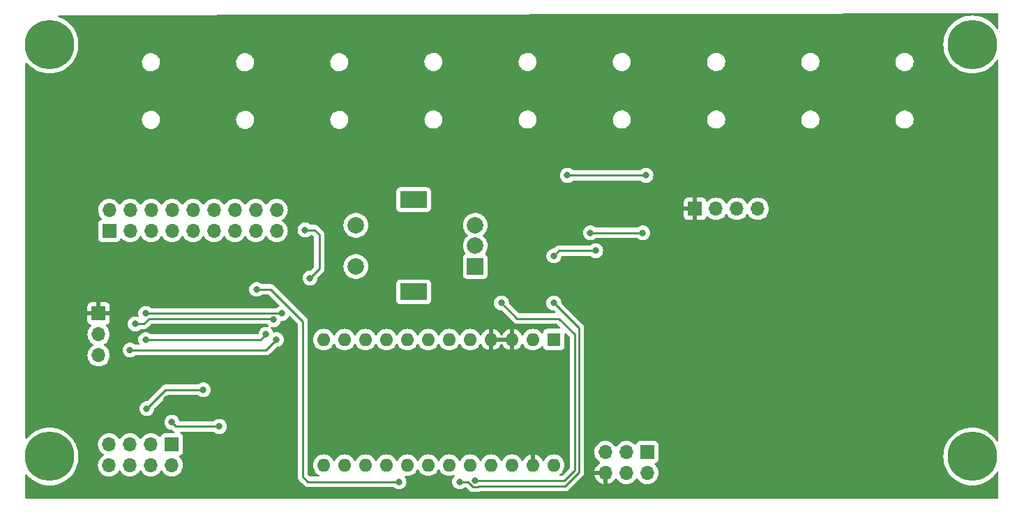
<source format=gbr>
%TF.GenerationSoftware,KiCad,Pcbnew,7.0.8*%
%TF.CreationDate,2024-01-30T11:56:12+01:00*%
%TF.ProjectId,MidiClockBox_v3,4d696469-436c-46f6-936b-426f785f7633,rev?*%
%TF.SameCoordinates,Original*%
%TF.FileFunction,Copper,L2,Bot*%
%TF.FilePolarity,Positive*%
%FSLAX46Y46*%
G04 Gerber Fmt 4.6, Leading zero omitted, Abs format (unit mm)*
G04 Created by KiCad (PCBNEW 7.0.8) date 2024-01-30 11:56:12*
%MOMM*%
%LPD*%
G01*
G04 APERTURE LIST*
%TA.AperFunction,ComponentPad*%
%ADD10R,2.000000X2.000000*%
%TD*%
%TA.AperFunction,ComponentPad*%
%ADD11C,2.000000*%
%TD*%
%TA.AperFunction,ComponentPad*%
%ADD12R,3.200000X2.000000*%
%TD*%
%TA.AperFunction,ComponentPad*%
%ADD13R,1.700000X1.700000*%
%TD*%
%TA.AperFunction,ComponentPad*%
%ADD14O,1.700000X1.700000*%
%TD*%
%TA.AperFunction,ComponentPad*%
%ADD15R,1.600000X1.600000*%
%TD*%
%TA.AperFunction,ComponentPad*%
%ADD16O,1.600000X1.600000*%
%TD*%
%TA.AperFunction,ViaPad*%
%ADD17C,6.000000*%
%TD*%
%TA.AperFunction,ViaPad*%
%ADD18C,0.800000*%
%TD*%
%TA.AperFunction,Conductor*%
%ADD19C,0.250000*%
%TD*%
G04 APERTURE END LIST*
D10*
%TO.P,SW1,A,A*%
%TO.N,IN_13*%
X106680000Y-74930000D03*
D11*
%TO.P,SW1,B,B*%
%TO.N,IN_14*%
X106680000Y-69930000D03*
%TO.P,SW1,C,C*%
%TO.N,+5V*%
X106680000Y-72430000D03*
D12*
%TO.P,SW1,MP*%
%TO.N,N/C*%
X99180000Y-78030000D03*
X99180000Y-66830000D03*
D11*
%TO.P,SW1,S1,S1*%
%TO.N,+5V*%
X92180000Y-69930000D03*
%TO.P,SW1,S2,S2*%
%TO.N,IN_12*%
X92180000Y-74930000D03*
%TD*%
D13*
%TO.P,J4,1,Pin_1*%
%TO.N,IN_9*%
X69850000Y-96520000D03*
D14*
%TO.P,J4,2,Pin_2*%
%TO.N,+5V*%
X69850000Y-99060000D03*
%TO.P,J4,3,Pin_3*%
%TO.N,IN_10*%
X67310000Y-96520000D03*
%TO.P,J4,4,Pin_4*%
%TO.N,+5V*%
X67310000Y-99060000D03*
%TO.P,J4,5,Pin_5*%
%TO.N,IN_11*%
X64770000Y-96520000D03*
%TO.P,J4,6,Pin_6*%
%TO.N,+5V*%
X64770000Y-99060000D03*
%TO.P,J4,7,Pin_7*%
%TO.N,IN_15*%
X62230000Y-96520000D03*
%TO.P,J4,8,Pin_8*%
%TO.N,+5V*%
X62230000Y-99060000D03*
%TD*%
D13*
%TO.P,J3,1,Pin_1*%
%TO.N,IN_0*%
X62240000Y-70617000D03*
D14*
%TO.P,J3,2,Pin_2*%
%TO.N,+5V*%
X62240000Y-68077000D03*
%TO.P,J3,3,Pin_3*%
%TO.N,IN_1*%
X64780000Y-70617000D03*
%TO.P,J3,4,Pin_4*%
%TO.N,+5V*%
X64780000Y-68077000D03*
%TO.P,J3,5,Pin_5*%
%TO.N,IN_2*%
X67320000Y-70617000D03*
%TO.P,J3,6,Pin_6*%
%TO.N,+5V*%
X67320000Y-68077000D03*
%TO.P,J3,7,Pin_7*%
%TO.N,IN_3*%
X69860000Y-70617000D03*
%TO.P,J3,8,Pin_8*%
%TO.N,+5V*%
X69860000Y-68077000D03*
%TO.P,J3,9,Pin_9*%
%TO.N,IN_4*%
X72400000Y-70617000D03*
%TO.P,J3,10,Pin_10*%
%TO.N,+5V*%
X72400000Y-68077000D03*
%TO.P,J3,11,Pin_11*%
%TO.N,IN_5*%
X74940000Y-70617000D03*
%TO.P,J3,12,Pin_12*%
%TO.N,+5V*%
X74940000Y-68077000D03*
%TO.P,J3,13,Pin_13*%
%TO.N,IN_6*%
X77480000Y-70617000D03*
%TO.P,J3,14,Pin_14*%
%TO.N,+5V*%
X77480000Y-68077000D03*
%TO.P,J3,15,Pin_15*%
%TO.N,IN_7*%
X80020000Y-70617000D03*
%TO.P,J3,16,Pin_16*%
%TO.N,+5V*%
X80020000Y-68077000D03*
%TO.P,J3,17,Pin_17*%
%TO.N,IN_8*%
X82560000Y-70617000D03*
%TO.P,J3,18,Pin_18*%
%TO.N,+5V*%
X82560000Y-68077000D03*
%TD*%
D13*
%TO.P,J2,1,Pin_1*%
%TO.N,MISO*%
X127540000Y-97460000D03*
D14*
%TO.P,J2,2,Pin_2*%
%TO.N,+5V*%
X127540000Y-100000000D03*
%TO.P,J2,3,Pin_3*%
%TO.N,SCLK*%
X125000000Y-97460000D03*
%TO.P,J2,4,Pin_4*%
%TO.N,MIDI_RX*%
X125000000Y-100000000D03*
%TO.P,J2,5,Pin_5*%
%TO.N,RST*%
X122460000Y-97460000D03*
%TO.P,J2,6,Pin_6*%
%TO.N,GND*%
X122460000Y-100000000D03*
%TD*%
D13*
%TO.P,J9,1,Pin_1*%
%TO.N,GND*%
X60960000Y-80645000D03*
D14*
%TO.P,J9,2,Pin_2*%
%TO.N,Net-(J9-Pin_2)*%
X60960000Y-83185000D03*
%TO.P,J9,3,Pin_3*%
%TO.N,+5V*%
X60960000Y-85725000D03*
%TD*%
D15*
%TO.P,J5,1,Pin_1*%
%TO.N,unconnected-(J5-Pin_1-Pad1)*%
X116210000Y-83815000D03*
D16*
%TO.P,J5,2,Pin_2*%
%TO.N,unconnected-(J5-Pin_2-Pad2)*%
X113670000Y-83815000D03*
%TO.P,J5,3,Pin_3*%
%TO.N,GND*%
X111130000Y-83815000D03*
%TO.P,J5,4,Pin_4*%
X108590000Y-83815000D03*
%TO.P,J5,5,Pin_5*%
%TO.N,SDA*%
X106050000Y-83815000D03*
%TO.P,J5,6,Pin_6*%
%TO.N,SCL*%
X103510000Y-83815000D03*
%TO.P,J5,7,Pin_7*%
%TO.N,unconnected-(J5-Pin_7-Pad7)*%
X100970000Y-83815000D03*
%TO.P,J5,8,Pin_8*%
%TO.N,unconnected-(J5-Pin_8-Pad8)*%
X98430000Y-83815000D03*
%TO.P,J5,9,Pin_9*%
%TO.N,S0*%
X95890000Y-83815000D03*
%TO.P,J5,10,Pin_10*%
%TO.N,S1*%
X93350000Y-83815000D03*
%TO.P,J5,11,Pin_11*%
%TO.N,S2*%
X90810000Y-83815000D03*
%TO.P,J5,12,Pin_12*%
%TO.N,S3*%
X88270000Y-83815000D03*
%TO.P,J5,13,Pin_13*%
%TO.N,LED_DATA*%
X88270000Y-99055000D03*
%TO.P,J5,14,Pin_14*%
%TO.N,MIDI_RX*%
X90810000Y-99055000D03*
%TO.P,J5,15,Pin_15*%
%TO.N,MISO*%
X93350000Y-99055000D03*
%TO.P,J5,16,Pin_16*%
%TO.N,SCLK*%
X95890000Y-99055000D03*
%TO.P,J5,17,Pin_17*%
%TO.N,DEMUX*%
X98430000Y-99055000D03*
%TO.P,J5,18,Pin_18*%
%TO.N,unconnected-(J5-Pin_18-Pad18)*%
X100970000Y-99055000D03*
%TO.P,J5,19,Pin_19*%
%TO.N,SYNC_TX*%
X103510000Y-99055000D03*
%TO.P,J5,20,Pin_20*%
%TO.N,MIDI_TX*%
X106050000Y-99055000D03*
%TO.P,J5,21,Pin_21*%
%TO.N,+5V*%
X108590000Y-99055000D03*
%TO.P,J5,22,Pin_22*%
%TO.N,RST*%
X111130000Y-99055000D03*
%TO.P,J5,23,Pin_23*%
%TO.N,GND*%
X113670000Y-99055000D03*
%TO.P,J5,24,Pin_24*%
%TO.N,unconnected-(J5-Pin_24-Pad24)*%
X116210000Y-99055000D03*
%TD*%
D13*
%TO.P,J10,1,Pin_1*%
%TO.N,GND*%
X133350000Y-67945000D03*
D14*
%TO.P,J10,2,Pin_2*%
%TO.N,+5V*%
X135890000Y-67945000D03*
%TO.P,J10,3,Pin_3*%
%TO.N,SCL*%
X138430000Y-67945000D03*
%TO.P,J10,4,Pin_4*%
%TO.N,SDA*%
X140970000Y-67945000D03*
%TD*%
D17*
%TO.N,*%
X55000000Y-98000000D03*
X167000000Y-48000000D03*
X55000000Y-48000000D03*
X167000000Y-98000000D03*
D18*
%TO.N,GND*%
X122555000Y-65405000D03*
X74295000Y-53213000D03*
X126720600Y-73660000D03*
X64770000Y-83058000D03*
X68998500Y-73152000D03*
X83820000Y-73152000D03*
X80899000Y-73152000D03*
X62738000Y-73152000D03*
X65532000Y-72898000D03*
X71919500Y-73152000D03*
X131572000Y-53340000D03*
X97282000Y-53340000D03*
X74803000Y-90424000D03*
X109982000Y-67437000D03*
X108712000Y-53340000D03*
X143002000Y-53213000D03*
X85852000Y-53340000D03*
X62611000Y-89662000D03*
X77888500Y-73152000D03*
X69215000Y-91059000D03*
X78613000Y-94234000D03*
X62865000Y-53340000D03*
X116000000Y-96000000D03*
X159893000Y-77470000D03*
X83185000Y-86106500D03*
X74840500Y-73152000D03*
X66421000Y-90932000D03*
X120142000Y-53340000D03*
%TO.N,IN_8*%
X86614000Y-76352400D03*
X86004400Y-70510400D03*
%TO.N,IN_10*%
X69850000Y-93853000D03*
X75602500Y-94361000D03*
%TO.N,IN_11*%
X66802000Y-92202000D03*
X73660000Y-89916000D03*
%TO.N,S0*%
X66675000Y-80645000D03*
X83185000Y-80645000D03*
%TO.N,S1*%
X65405000Y-81915000D03*
X82169000Y-81407000D03*
%TO.N,S2*%
X81280000Y-83185000D03*
X66675000Y-83820000D03*
%TO.N,S3*%
X82550000Y-83820000D03*
X64770000Y-85090000D03*
%TO.N,DEMUX*%
X80137000Y-77724000D03*
X97409000Y-101092000D03*
%TO.N,SYNC_TX*%
X104775000Y-101092000D03*
X116205000Y-79375000D03*
%TO.N,MIDI_TX*%
X121285000Y-73025000D03*
X116205000Y-73660000D03*
X109855000Y-79375000D03*
X106680000Y-100965000D03*
%TO.N,SYNC_OUT_0*%
X117856000Y-63881000D03*
X127381000Y-63881000D03*
%TO.N,SYNC_OUT_1*%
X120650000Y-70866000D03*
X127000000Y-70866000D03*
%TD*%
D19*
%TO.N,IN_8*%
X87731600Y-71069200D02*
X87172800Y-70510400D01*
X86614000Y-76352400D02*
X87731600Y-75234800D01*
X87172800Y-70510400D02*
X86004400Y-70510400D01*
X87731600Y-75234800D02*
X87731600Y-71069200D01*
%TO.N,IN_10*%
X75602500Y-94361000D02*
X70358000Y-94361000D01*
X70358000Y-94361000D02*
X69850000Y-93853000D01*
%TO.N,IN_11*%
X73660000Y-89916000D02*
X69088000Y-89916000D01*
X69088000Y-89916000D02*
X66802000Y-92202000D01*
%TO.N,S0*%
X83185000Y-80645000D02*
X66675000Y-80645000D01*
%TO.N,S1*%
X82042000Y-81280000D02*
X82169000Y-81407000D01*
X65405000Y-81915000D02*
X66430305Y-81915000D01*
X67065305Y-81280000D02*
X82042000Y-81280000D01*
X66430305Y-81915000D02*
X67065305Y-81280000D01*
%TO.N,S2*%
X80645000Y-83820000D02*
X66675000Y-83820000D01*
X81280000Y-83185000D02*
X80645000Y-83820000D01*
%TO.N,S3*%
X81280000Y-85090000D02*
X64770000Y-85090000D01*
X82550000Y-83820000D02*
X81280000Y-85090000D01*
%TO.N,DEMUX*%
X86360000Y-101092000D02*
X97409000Y-101092000D01*
X80137000Y-77724000D02*
X81855122Y-77724000D01*
X85725000Y-100457000D02*
X86360000Y-101092000D01*
X85725000Y-81593878D02*
X85725000Y-100457000D01*
X81855122Y-77724000D02*
X85725000Y-81593878D01*
%TO.N,SYNC_TX*%
X119253000Y-82423000D02*
X116205000Y-79375000D01*
X104775000Y-101092000D02*
X105781695Y-101092000D01*
X107070305Y-101600000D02*
X117602000Y-101600000D01*
X105781695Y-101092000D02*
X106379695Y-101690000D01*
X106379695Y-101690000D02*
X106980305Y-101690000D01*
X119253000Y-99949000D02*
X119253000Y-82423000D01*
X117602000Y-101600000D02*
X119253000Y-99949000D01*
X106980305Y-101690000D02*
X107070305Y-101600000D01*
%TO.N,MIDI_TX*%
X111760000Y-81280000D02*
X109855000Y-79375000D01*
X118745000Y-99695000D02*
X118745000Y-83185000D01*
X116840000Y-73025000D02*
X116205000Y-73660000D01*
X118745000Y-83185000D02*
X116840000Y-81280000D01*
X116840000Y-81280000D02*
X111760000Y-81280000D01*
X117475000Y-100965000D02*
X118745000Y-99695000D01*
X121285000Y-73025000D02*
X116840000Y-73025000D01*
X106680000Y-100965000D02*
X117475000Y-100965000D01*
%TO.N,SYNC_OUT_0*%
X117856000Y-63881000D02*
X127381000Y-63881000D01*
%TO.N,SYNC_OUT_1*%
X120650000Y-70866000D02*
X127000000Y-70866000D01*
%TD*%
%TA.AperFunction,Conductor*%
%TO.N,GND*%
G36*
X110802359Y-83576955D02*
G01*
X110744835Y-83689852D01*
X110725014Y-83815000D01*
X110744835Y-83940148D01*
X110802359Y-84053045D01*
X110814314Y-84065000D01*
X108905686Y-84065000D01*
X108917641Y-84053045D01*
X108975165Y-83940148D01*
X108994986Y-83815000D01*
X108975165Y-83689852D01*
X108917641Y-83576955D01*
X108905686Y-83565000D01*
X110814314Y-83565000D01*
X110802359Y-83576955D01*
G37*
%TD.AperFunction*%
%TA.AperFunction,Conductor*%
G36*
X170122815Y-44215808D02*
G01*
X170168683Y-44268513D01*
X170180000Y-44320267D01*
X170180000Y-46050960D01*
X170160315Y-46117999D01*
X170107511Y-46163754D01*
X170038353Y-46173698D01*
X169974797Y-46144673D01*
X169952005Y-46118495D01*
X169835852Y-45939635D01*
X169604952Y-45654498D01*
X169604949Y-45654494D01*
X169345506Y-45395051D01*
X169060366Y-45164149D01*
X169060364Y-45164147D01*
X168752656Y-44964320D01*
X168425739Y-44797746D01*
X168083206Y-44666260D01*
X168027136Y-44651236D01*
X167728794Y-44571295D01*
X167728790Y-44571294D01*
X167728789Y-44571294D01*
X167366405Y-44513898D01*
X167000001Y-44494696D01*
X166999999Y-44494696D01*
X166633594Y-44513898D01*
X166271211Y-44571294D01*
X166271209Y-44571294D01*
X165916793Y-44666260D01*
X165574260Y-44797746D01*
X165247343Y-44964320D01*
X164939635Y-45164147D01*
X164654498Y-45395047D01*
X164654490Y-45395054D01*
X164395054Y-45654490D01*
X164395047Y-45654498D01*
X164164147Y-45939635D01*
X163964320Y-46247343D01*
X163797746Y-46574260D01*
X163666260Y-46916793D01*
X163571294Y-47271209D01*
X163571294Y-47271211D01*
X163513898Y-47633594D01*
X163494696Y-47999999D01*
X163494696Y-48000000D01*
X163513898Y-48366405D01*
X163571294Y-48728788D01*
X163571294Y-48728790D01*
X163666260Y-49083206D01*
X163797746Y-49425739D01*
X163964320Y-49752656D01*
X164164147Y-50060364D01*
X164290366Y-50216231D01*
X164395051Y-50345506D01*
X164654494Y-50604949D01*
X164775266Y-50702748D01*
X164939635Y-50835852D01*
X165221638Y-51018986D01*
X165247348Y-51035682D01*
X165574264Y-51202255D01*
X165916801Y-51333742D01*
X166271206Y-51428705D01*
X166633596Y-51486102D01*
X166979734Y-51504241D01*
X166999999Y-51505304D01*
X167000000Y-51505304D01*
X167000001Y-51505304D01*
X167019203Y-51504297D01*
X167366404Y-51486102D01*
X167728794Y-51428705D01*
X168083199Y-51333742D01*
X168425736Y-51202255D01*
X168752652Y-51035682D01*
X169060366Y-50835851D01*
X169345506Y-50604949D01*
X169604949Y-50345506D01*
X169835851Y-50060366D01*
X169952005Y-49881504D01*
X170005026Y-49836001D01*
X170074231Y-49826386D01*
X170137648Y-49855713D01*
X170175142Y-49914671D01*
X170180000Y-49949039D01*
X170180000Y-96050960D01*
X170160315Y-96117999D01*
X170107511Y-96163754D01*
X170038353Y-96173698D01*
X169974797Y-96144673D01*
X169952005Y-96118495D01*
X169835852Y-95939635D01*
X169604952Y-95654498D01*
X169604949Y-95654494D01*
X169345506Y-95395051D01*
X169243505Y-95312452D01*
X169060364Y-95164147D01*
X168752656Y-94964320D01*
X168425739Y-94797746D01*
X168083206Y-94666260D01*
X168083199Y-94666258D01*
X167728794Y-94571295D01*
X167728790Y-94571294D01*
X167728789Y-94571294D01*
X167366405Y-94513898D01*
X167000001Y-94494696D01*
X166999999Y-94494696D01*
X166633594Y-94513898D01*
X166271211Y-94571294D01*
X166271209Y-94571294D01*
X165916793Y-94666260D01*
X165574260Y-94797746D01*
X165247343Y-94964320D01*
X164939635Y-95164147D01*
X164654498Y-95395047D01*
X164654490Y-95395054D01*
X164395054Y-95654490D01*
X164395047Y-95654498D01*
X164164147Y-95939635D01*
X163964320Y-96247343D01*
X163797746Y-96574260D01*
X163666260Y-96916793D01*
X163571294Y-97271209D01*
X163571294Y-97271211D01*
X163513898Y-97633594D01*
X163494696Y-97999999D01*
X163494696Y-98000000D01*
X163513898Y-98366405D01*
X163571068Y-98727359D01*
X163571295Y-98728794D01*
X163633753Y-98961891D01*
X163666260Y-99083206D01*
X163797746Y-99425739D01*
X163964320Y-99752656D01*
X164164147Y-100060364D01*
X164302084Y-100230702D01*
X164395051Y-100345506D01*
X164654494Y-100604949D01*
X164780996Y-100707388D01*
X164939635Y-100835852D01*
X165247343Y-101035679D01*
X165247348Y-101035682D01*
X165574264Y-101202255D01*
X165916801Y-101333742D01*
X166271206Y-101428705D01*
X166633596Y-101486102D01*
X166979734Y-101504241D01*
X166999999Y-101505304D01*
X167000000Y-101505304D01*
X167000001Y-101505304D01*
X167019203Y-101504297D01*
X167366404Y-101486102D01*
X167728794Y-101428705D01*
X168083199Y-101333742D01*
X168425736Y-101202255D01*
X168752652Y-101035682D01*
X169060366Y-100835851D01*
X169345506Y-100604949D01*
X169604949Y-100345506D01*
X169835851Y-100060366D01*
X169952005Y-99881504D01*
X170005026Y-99836001D01*
X170074231Y-99826386D01*
X170137648Y-99855713D01*
X170175142Y-99914671D01*
X170180000Y-99949039D01*
X170180000Y-103016000D01*
X170160315Y-103083039D01*
X170107511Y-103128794D01*
X170056000Y-103140000D01*
X52194000Y-103140000D01*
X52126961Y-103120315D01*
X52081206Y-103067511D01*
X52070000Y-103016000D01*
X52070000Y-100294267D01*
X52089685Y-100227228D01*
X52142489Y-100181473D01*
X52211647Y-100171529D01*
X52275203Y-100200554D01*
X52290366Y-100216231D01*
X52302084Y-100230702D01*
X52395051Y-100345506D01*
X52654494Y-100604949D01*
X52780996Y-100707388D01*
X52939635Y-100835852D01*
X53247343Y-101035679D01*
X53247348Y-101035682D01*
X53574264Y-101202255D01*
X53916801Y-101333742D01*
X54271206Y-101428705D01*
X54633596Y-101486102D01*
X54979734Y-101504241D01*
X54999999Y-101505304D01*
X55000000Y-101505304D01*
X55000001Y-101505304D01*
X55019203Y-101504297D01*
X55366404Y-101486102D01*
X55728794Y-101428705D01*
X56083199Y-101333742D01*
X56425736Y-101202255D01*
X56752652Y-101035682D01*
X57060366Y-100835851D01*
X57345506Y-100604949D01*
X57604949Y-100345506D01*
X57835851Y-100060366D01*
X58035682Y-99752652D01*
X58202255Y-99425736D01*
X58333742Y-99083199D01*
X58339958Y-99060000D01*
X60874341Y-99060000D01*
X60894936Y-99295403D01*
X60894938Y-99295413D01*
X60956094Y-99523655D01*
X60956096Y-99523659D01*
X60956097Y-99523663D01*
X61041814Y-99707484D01*
X61055965Y-99737830D01*
X61055967Y-99737834D01*
X61151312Y-99874000D01*
X61191505Y-99931401D01*
X61358599Y-100098495D01*
X61435353Y-100152239D01*
X61552165Y-100234032D01*
X61552167Y-100234033D01*
X61552170Y-100234035D01*
X61766337Y-100333903D01*
X61766343Y-100333904D01*
X61766344Y-100333905D01*
X61809652Y-100345509D01*
X61994592Y-100395063D01*
X62169491Y-100410365D01*
X62229999Y-100415659D01*
X62230000Y-100415659D01*
X62230001Y-100415659D01*
X62290509Y-100410365D01*
X62465408Y-100395063D01*
X62693663Y-100333903D01*
X62907830Y-100234035D01*
X63101401Y-100098495D01*
X63268495Y-99931401D01*
X63393657Y-99752652D01*
X63398425Y-99745842D01*
X63453002Y-99702217D01*
X63522500Y-99695023D01*
X63584855Y-99726546D01*
X63601575Y-99745842D01*
X63731500Y-99931395D01*
X63731505Y-99931401D01*
X63898599Y-100098495D01*
X63975353Y-100152239D01*
X64092165Y-100234032D01*
X64092167Y-100234033D01*
X64092170Y-100234035D01*
X64306337Y-100333903D01*
X64306343Y-100333904D01*
X64306344Y-100333905D01*
X64349652Y-100345509D01*
X64534592Y-100395063D01*
X64709491Y-100410365D01*
X64769999Y-100415659D01*
X64770000Y-100415659D01*
X64770001Y-100415659D01*
X64830509Y-100410365D01*
X65005408Y-100395063D01*
X65233663Y-100333903D01*
X65447830Y-100234035D01*
X65641401Y-100098495D01*
X65808495Y-99931401D01*
X65933657Y-99752652D01*
X65938425Y-99745842D01*
X65993002Y-99702217D01*
X66062500Y-99695023D01*
X66124855Y-99726546D01*
X66141575Y-99745842D01*
X66271500Y-99931395D01*
X66271505Y-99931401D01*
X66438599Y-100098495D01*
X66515353Y-100152239D01*
X66632165Y-100234032D01*
X66632167Y-100234033D01*
X66632170Y-100234035D01*
X66846337Y-100333903D01*
X66846343Y-100333904D01*
X66846344Y-100333905D01*
X66889652Y-100345509D01*
X67074592Y-100395063D01*
X67249491Y-100410365D01*
X67309999Y-100415659D01*
X67310000Y-100415659D01*
X67310001Y-100415659D01*
X67370509Y-100410365D01*
X67545408Y-100395063D01*
X67773663Y-100333903D01*
X67987830Y-100234035D01*
X68181401Y-100098495D01*
X68348495Y-99931401D01*
X68473657Y-99752652D01*
X68478425Y-99745842D01*
X68533002Y-99702217D01*
X68602500Y-99695023D01*
X68664855Y-99726546D01*
X68681575Y-99745842D01*
X68811500Y-99931395D01*
X68811505Y-99931401D01*
X68978599Y-100098495D01*
X69055353Y-100152239D01*
X69172165Y-100234032D01*
X69172167Y-100234033D01*
X69172170Y-100234035D01*
X69386337Y-100333903D01*
X69386343Y-100333904D01*
X69386344Y-100333905D01*
X69429652Y-100345509D01*
X69614592Y-100395063D01*
X69789491Y-100410365D01*
X69849999Y-100415659D01*
X69850000Y-100415659D01*
X69850001Y-100415659D01*
X69910509Y-100410365D01*
X70085408Y-100395063D01*
X70313663Y-100333903D01*
X70527830Y-100234035D01*
X70721401Y-100098495D01*
X70888495Y-99931401D01*
X71024035Y-99737830D01*
X71123903Y-99523663D01*
X71185063Y-99295408D01*
X71205659Y-99060000D01*
X71185063Y-98824592D01*
X71123903Y-98596337D01*
X71024035Y-98382171D01*
X71020112Y-98376569D01*
X70888496Y-98188600D01*
X70837726Y-98137830D01*
X70766567Y-98066671D01*
X70733084Y-98005351D01*
X70738068Y-97935659D01*
X70779939Y-97879725D01*
X70810915Y-97862810D01*
X70942331Y-97813796D01*
X71057546Y-97727546D01*
X71143796Y-97612331D01*
X71194091Y-97477483D01*
X71200500Y-97417873D01*
X71200499Y-95622128D01*
X71194091Y-95562517D01*
X71192810Y-95559083D01*
X71143797Y-95427671D01*
X71143793Y-95427664D01*
X71057547Y-95312455D01*
X71057544Y-95312452D01*
X70942335Y-95226206D01*
X70934546Y-95221953D01*
X70935344Y-95220491D01*
X70887679Y-95184810D01*
X70863263Y-95119345D01*
X70878115Y-95051072D01*
X70927521Y-95001667D01*
X70986947Y-94986500D01*
X74898752Y-94986500D01*
X74965791Y-95006185D01*
X74990900Y-95027526D01*
X74996626Y-95033885D01*
X74996630Y-95033889D01*
X75149765Y-95145148D01*
X75149770Y-95145151D01*
X75322692Y-95222142D01*
X75322697Y-95222144D01*
X75507854Y-95261500D01*
X75507855Y-95261500D01*
X75697144Y-95261500D01*
X75697146Y-95261500D01*
X75882303Y-95222144D01*
X76055230Y-95145151D01*
X76208371Y-95033888D01*
X76335033Y-94893216D01*
X76429679Y-94729284D01*
X76488174Y-94549256D01*
X76507960Y-94361000D01*
X76488174Y-94172744D01*
X76429679Y-93992716D01*
X76335033Y-93828784D01*
X76208371Y-93688112D01*
X76208370Y-93688111D01*
X76055234Y-93576851D01*
X76055229Y-93576848D01*
X75882307Y-93499857D01*
X75882302Y-93499855D01*
X75736501Y-93468865D01*
X75697146Y-93460500D01*
X75507854Y-93460500D01*
X75475397Y-93467398D01*
X75322697Y-93499855D01*
X75322692Y-93499857D01*
X75149770Y-93576848D01*
X75149765Y-93576851D01*
X74996630Y-93688110D01*
X74996626Y-93688114D01*
X74990900Y-93694474D01*
X74931413Y-93731121D01*
X74898752Y-93735500D01*
X70848755Y-93735500D01*
X70781716Y-93715815D01*
X70735961Y-93663011D01*
X70730824Y-93649818D01*
X70677181Y-93484721D01*
X70677178Y-93484715D01*
X70582533Y-93320784D01*
X70455871Y-93180112D01*
X70455870Y-93180111D01*
X70302734Y-93068851D01*
X70302729Y-93068848D01*
X70129807Y-92991857D01*
X70129802Y-92991855D01*
X69984001Y-92960865D01*
X69944646Y-92952500D01*
X69755354Y-92952500D01*
X69722897Y-92959398D01*
X69570197Y-92991855D01*
X69570192Y-92991857D01*
X69397270Y-93068848D01*
X69397265Y-93068851D01*
X69244129Y-93180111D01*
X69117466Y-93320785D01*
X69022821Y-93484715D01*
X69022818Y-93484722D01*
X68964889Y-93663011D01*
X68964326Y-93664744D01*
X68944540Y-93853000D01*
X68964326Y-94041256D01*
X68964327Y-94041259D01*
X69022818Y-94221277D01*
X69022821Y-94221284D01*
X69117467Y-94385216D01*
X69216044Y-94494696D01*
X69244129Y-94525888D01*
X69397265Y-94637148D01*
X69397270Y-94637151D01*
X69570192Y-94714142D01*
X69570197Y-94714144D01*
X69755354Y-94753500D01*
X69813134Y-94753500D01*
X69880173Y-94773185D01*
X69898014Y-94787105D01*
X69920850Y-94808549D01*
X69922636Y-94810227D01*
X69943523Y-94831115D01*
X69943527Y-94831118D01*
X69943529Y-94831120D01*
X69949011Y-94835373D01*
X69953443Y-94839157D01*
X69987418Y-94871062D01*
X70004976Y-94880714D01*
X70021235Y-94891395D01*
X70037064Y-94903673D01*
X70079838Y-94922182D01*
X70085064Y-94924742D01*
X70107069Y-94936840D01*
X70156331Y-94986387D01*
X70170986Y-95054702D01*
X70146381Y-95120096D01*
X70090327Y-95161806D01*
X70047328Y-95169500D01*
X68952129Y-95169500D01*
X68952123Y-95169501D01*
X68892516Y-95175908D01*
X68757671Y-95226202D01*
X68757664Y-95226206D01*
X68642455Y-95312452D01*
X68642452Y-95312455D01*
X68556206Y-95427664D01*
X68556203Y-95427669D01*
X68507189Y-95559083D01*
X68465317Y-95615016D01*
X68399853Y-95639433D01*
X68331580Y-95624581D01*
X68303326Y-95603430D01*
X68181402Y-95481506D01*
X68181395Y-95481501D01*
X67987834Y-95345967D01*
X67987830Y-95345965D01*
X67987828Y-95345964D01*
X67773663Y-95246097D01*
X67773659Y-95246096D01*
X67773655Y-95246094D01*
X67545413Y-95184938D01*
X67545403Y-95184936D01*
X67310001Y-95164341D01*
X67309999Y-95164341D01*
X67074596Y-95184936D01*
X67074586Y-95184938D01*
X66846344Y-95246094D01*
X66846335Y-95246098D01*
X66632171Y-95345964D01*
X66632169Y-95345965D01*
X66438597Y-95481505D01*
X66271505Y-95648597D01*
X66141575Y-95834158D01*
X66086998Y-95877783D01*
X66017500Y-95884977D01*
X65955145Y-95853454D01*
X65938425Y-95834158D01*
X65808494Y-95648597D01*
X65641402Y-95481506D01*
X65641395Y-95481501D01*
X65447834Y-95345967D01*
X65447830Y-95345965D01*
X65447828Y-95345964D01*
X65233663Y-95246097D01*
X65233659Y-95246096D01*
X65233655Y-95246094D01*
X65005413Y-95184938D01*
X65005403Y-95184936D01*
X64770001Y-95164341D01*
X64769999Y-95164341D01*
X64534596Y-95184936D01*
X64534586Y-95184938D01*
X64306344Y-95246094D01*
X64306335Y-95246098D01*
X64092171Y-95345964D01*
X64092169Y-95345965D01*
X63898597Y-95481505D01*
X63731505Y-95648597D01*
X63601575Y-95834158D01*
X63546998Y-95877783D01*
X63477500Y-95884977D01*
X63415145Y-95853454D01*
X63398425Y-95834158D01*
X63268494Y-95648597D01*
X63101402Y-95481506D01*
X63101395Y-95481501D01*
X62907834Y-95345967D01*
X62907830Y-95345965D01*
X62907828Y-95345964D01*
X62693663Y-95246097D01*
X62693659Y-95246096D01*
X62693655Y-95246094D01*
X62465413Y-95184938D01*
X62465403Y-95184936D01*
X62230001Y-95164341D01*
X62229999Y-95164341D01*
X61994596Y-95184936D01*
X61994586Y-95184938D01*
X61766344Y-95246094D01*
X61766335Y-95246098D01*
X61552171Y-95345964D01*
X61552169Y-95345965D01*
X61358597Y-95481505D01*
X61191505Y-95648597D01*
X61055965Y-95842169D01*
X61055964Y-95842171D01*
X60956098Y-96056335D01*
X60956094Y-96056344D01*
X60894938Y-96284586D01*
X60894936Y-96284596D01*
X60874341Y-96519999D01*
X60874341Y-96520000D01*
X60894936Y-96755403D01*
X60894938Y-96755413D01*
X60956094Y-96983655D01*
X60956096Y-96983659D01*
X60956097Y-96983663D01*
X61036004Y-97155023D01*
X61055965Y-97197830D01*
X61055967Y-97197834D01*
X61107347Y-97271211D01*
X61191501Y-97391396D01*
X61191506Y-97391402D01*
X61358597Y-97558493D01*
X61358603Y-97558498D01*
X61544158Y-97688425D01*
X61587783Y-97743002D01*
X61594977Y-97812500D01*
X61563454Y-97874855D01*
X61544158Y-97891575D01*
X61358597Y-98021505D01*
X61191505Y-98188597D01*
X61055965Y-98382169D01*
X61055964Y-98382171D01*
X60956098Y-98596335D01*
X60956094Y-98596344D01*
X60894938Y-98824586D01*
X60894936Y-98824596D01*
X60874341Y-99059999D01*
X60874341Y-99060000D01*
X58339958Y-99060000D01*
X58428705Y-98728794D01*
X58486102Y-98366404D01*
X58505304Y-98000000D01*
X58486102Y-97633596D01*
X58428705Y-97271206D01*
X58333742Y-96916801D01*
X58202255Y-96574264D01*
X58035682Y-96247348D01*
X57995906Y-96186098D01*
X57835852Y-95939635D01*
X57604952Y-95654498D01*
X57604949Y-95654494D01*
X57345506Y-95395051D01*
X57243505Y-95312452D01*
X57060364Y-95164147D01*
X56752656Y-94964320D01*
X56425739Y-94797746D01*
X56083206Y-94666260D01*
X56083199Y-94666258D01*
X55728794Y-94571295D01*
X55728790Y-94571294D01*
X55728789Y-94571294D01*
X55366405Y-94513898D01*
X55000001Y-94494696D01*
X54999999Y-94494696D01*
X54633594Y-94513898D01*
X54271211Y-94571294D01*
X54271209Y-94571294D01*
X53916793Y-94666260D01*
X53574260Y-94797746D01*
X53247343Y-94964320D01*
X52939635Y-95164147D01*
X52654498Y-95395047D01*
X52654490Y-95395054D01*
X52395054Y-95654490D01*
X52395047Y-95654498D01*
X52290366Y-95783768D01*
X52232879Y-95823479D01*
X52163048Y-95825807D01*
X52103044Y-95790011D01*
X52071918Y-95727458D01*
X52070000Y-95705732D01*
X52070000Y-92202000D01*
X65896540Y-92202000D01*
X65916326Y-92390256D01*
X65916327Y-92390259D01*
X65974818Y-92570277D01*
X65974821Y-92570284D01*
X66069467Y-92734216D01*
X66196129Y-92874888D01*
X66349265Y-92986148D01*
X66349270Y-92986151D01*
X66522192Y-93063142D01*
X66522197Y-93063144D01*
X66707354Y-93102500D01*
X66707355Y-93102500D01*
X66896644Y-93102500D01*
X66896646Y-93102500D01*
X67081803Y-93063144D01*
X67254730Y-92986151D01*
X67407871Y-92874888D01*
X67534533Y-92734216D01*
X67629179Y-92570284D01*
X67687674Y-92390256D01*
X67705321Y-92222344D01*
X67731904Y-92157734D01*
X67740951Y-92147638D01*
X69310772Y-90577819D01*
X69372095Y-90544334D01*
X69398453Y-90541500D01*
X72956252Y-90541500D01*
X73023291Y-90561185D01*
X73048400Y-90582526D01*
X73054126Y-90588885D01*
X73054130Y-90588889D01*
X73207265Y-90700148D01*
X73207270Y-90700151D01*
X73380192Y-90777142D01*
X73380197Y-90777144D01*
X73565354Y-90816500D01*
X73565355Y-90816500D01*
X73754644Y-90816500D01*
X73754646Y-90816500D01*
X73939803Y-90777144D01*
X74112730Y-90700151D01*
X74265871Y-90588888D01*
X74392533Y-90448216D01*
X74487179Y-90284284D01*
X74545674Y-90104256D01*
X74565460Y-89916000D01*
X74545674Y-89727744D01*
X74487179Y-89547716D01*
X74392533Y-89383784D01*
X74265871Y-89243112D01*
X74265870Y-89243111D01*
X74112734Y-89131851D01*
X74112729Y-89131848D01*
X73939807Y-89054857D01*
X73939802Y-89054855D01*
X73794001Y-89023865D01*
X73754646Y-89015500D01*
X73565354Y-89015500D01*
X73532897Y-89022398D01*
X73380197Y-89054855D01*
X73380192Y-89054857D01*
X73207270Y-89131848D01*
X73207265Y-89131851D01*
X73054130Y-89243110D01*
X73054126Y-89243114D01*
X73048400Y-89249474D01*
X72988913Y-89286121D01*
X72956252Y-89290500D01*
X69170737Y-89290500D01*
X69155120Y-89288776D01*
X69155093Y-89289062D01*
X69147331Y-89288327D01*
X69078203Y-89290500D01*
X69048650Y-89290500D01*
X69047929Y-89290590D01*
X69041757Y-89291369D01*
X69035945Y-89291826D01*
X68989373Y-89293290D01*
X68989372Y-89293290D01*
X68970129Y-89298881D01*
X68951079Y-89302825D01*
X68931211Y-89305334D01*
X68931209Y-89305335D01*
X68887884Y-89322488D01*
X68882357Y-89324380D01*
X68837610Y-89337381D01*
X68837609Y-89337382D01*
X68820367Y-89347579D01*
X68802899Y-89356137D01*
X68784269Y-89363513D01*
X68784267Y-89363514D01*
X68746576Y-89390898D01*
X68741694Y-89394105D01*
X68701579Y-89417830D01*
X68687408Y-89432000D01*
X68672623Y-89444628D01*
X68656412Y-89456407D01*
X68626709Y-89492310D01*
X68622777Y-89496631D01*
X66854228Y-91265181D01*
X66792905Y-91298666D01*
X66766547Y-91301500D01*
X66707354Y-91301500D01*
X66674897Y-91308398D01*
X66522197Y-91340855D01*
X66522192Y-91340857D01*
X66349270Y-91417848D01*
X66349265Y-91417851D01*
X66196129Y-91529111D01*
X66069466Y-91669785D01*
X65974821Y-91833715D01*
X65974818Y-91833722D01*
X65916327Y-92013740D01*
X65916326Y-92013744D01*
X65896540Y-92202000D01*
X52070000Y-92202000D01*
X52070000Y-85725000D01*
X59604341Y-85725000D01*
X59624936Y-85960403D01*
X59624938Y-85960413D01*
X59686094Y-86188655D01*
X59686096Y-86188659D01*
X59686097Y-86188663D01*
X59785965Y-86402830D01*
X59785967Y-86402834D01*
X59894281Y-86557521D01*
X59921505Y-86596401D01*
X60088599Y-86763495D01*
X60185384Y-86831265D01*
X60282165Y-86899032D01*
X60282167Y-86899033D01*
X60282170Y-86899035D01*
X60496337Y-86998903D01*
X60724592Y-87060063D01*
X60912918Y-87076539D01*
X60959999Y-87080659D01*
X60960000Y-87080659D01*
X60960001Y-87080659D01*
X60999234Y-87077226D01*
X61195408Y-87060063D01*
X61423663Y-86998903D01*
X61637830Y-86899035D01*
X61831401Y-86763495D01*
X61998495Y-86596401D01*
X62134035Y-86402830D01*
X62233903Y-86188663D01*
X62295063Y-85960408D01*
X62315659Y-85725000D01*
X62295063Y-85489592D01*
X62233903Y-85261337D01*
X62154007Y-85090000D01*
X63864540Y-85090000D01*
X63884326Y-85278256D01*
X63884327Y-85278259D01*
X63942818Y-85458277D01*
X63942821Y-85458284D01*
X64037467Y-85622216D01*
X64158401Y-85756526D01*
X64164129Y-85762888D01*
X64317265Y-85874148D01*
X64317270Y-85874151D01*
X64490192Y-85951142D01*
X64490197Y-85951144D01*
X64675354Y-85990500D01*
X64675355Y-85990500D01*
X64864644Y-85990500D01*
X64864646Y-85990500D01*
X65049803Y-85951144D01*
X65222730Y-85874151D01*
X65375871Y-85762888D01*
X65378788Y-85759647D01*
X65381600Y-85756526D01*
X65441087Y-85719879D01*
X65473748Y-85715500D01*
X81197257Y-85715500D01*
X81212877Y-85717224D01*
X81212904Y-85716939D01*
X81220660Y-85717671D01*
X81220667Y-85717673D01*
X81289814Y-85715500D01*
X81319350Y-85715500D01*
X81326228Y-85714630D01*
X81332041Y-85714172D01*
X81378627Y-85712709D01*
X81397869Y-85707117D01*
X81416912Y-85703174D01*
X81436792Y-85700664D01*
X81480122Y-85683507D01*
X81485646Y-85681617D01*
X81489396Y-85680527D01*
X81530390Y-85668618D01*
X81547629Y-85658422D01*
X81565103Y-85649862D01*
X81583727Y-85642488D01*
X81583727Y-85642487D01*
X81583732Y-85642486D01*
X81621449Y-85615082D01*
X81626305Y-85611892D01*
X81666420Y-85588170D01*
X81680589Y-85573999D01*
X81695379Y-85561368D01*
X81711587Y-85549594D01*
X81741299Y-85513676D01*
X81745212Y-85509376D01*
X82497772Y-84756819D01*
X82559095Y-84723334D01*
X82585453Y-84720500D01*
X82644644Y-84720500D01*
X82644646Y-84720500D01*
X82829803Y-84681144D01*
X83002730Y-84604151D01*
X83155871Y-84492888D01*
X83282533Y-84352216D01*
X83377179Y-84188284D01*
X83435674Y-84008256D01*
X83455460Y-83820000D01*
X83435674Y-83631744D01*
X83377179Y-83451716D01*
X83282533Y-83287784D01*
X83155871Y-83147112D01*
X83155870Y-83147111D01*
X83002734Y-83035851D01*
X83002729Y-83035848D01*
X82829807Y-82958857D01*
X82829802Y-82958855D01*
X82684001Y-82927865D01*
X82644646Y-82919500D01*
X82455354Y-82919500D01*
X82347990Y-82942320D01*
X82270121Y-82958872D01*
X82200453Y-82953556D01*
X82144720Y-82911419D01*
X82126409Y-82875899D01*
X82107182Y-82816724D01*
X82107180Y-82816720D01*
X82107179Y-82816716D01*
X82012533Y-82652784D01*
X81885871Y-82512112D01*
X81881790Y-82509147D01*
X81839127Y-82453816D01*
X81833151Y-82384203D01*
X81865758Y-82322409D01*
X81926598Y-82288054D01*
X81980458Y-82287542D01*
X82074354Y-82307500D01*
X82074355Y-82307500D01*
X82263644Y-82307500D01*
X82263646Y-82307500D01*
X82448803Y-82268144D01*
X82621730Y-82191151D01*
X82774871Y-82079888D01*
X82901533Y-81939216D01*
X82996179Y-81775284D01*
X83029261Y-81673469D01*
X83043001Y-81631182D01*
X83082439Y-81573506D01*
X83146797Y-81546308D01*
X83160932Y-81545500D01*
X83279644Y-81545500D01*
X83279646Y-81545500D01*
X83464803Y-81506144D01*
X83637730Y-81429151D01*
X83790871Y-81317888D01*
X83917533Y-81177216D01*
X84012179Y-81013284D01*
X84012181Y-81013275D01*
X84014825Y-81007341D01*
X84017452Y-81008511D01*
X84049736Y-80961214D01*
X84114071Y-80933961D01*
X84182928Y-80945817D01*
X84215991Y-80969460D01*
X85063181Y-81816649D01*
X85096666Y-81877972D01*
X85099500Y-81904330D01*
X85099500Y-100374255D01*
X85097775Y-100389872D01*
X85098061Y-100389899D01*
X85097326Y-100397665D01*
X85099500Y-100466814D01*
X85099500Y-100496343D01*
X85099501Y-100496360D01*
X85100368Y-100503231D01*
X85100826Y-100509050D01*
X85102290Y-100555624D01*
X85102291Y-100555627D01*
X85107880Y-100574867D01*
X85111824Y-100593911D01*
X85114336Y-100613792D01*
X85125590Y-100642217D01*
X85131490Y-100657119D01*
X85133382Y-100662647D01*
X85139994Y-100685405D01*
X85146382Y-100707390D01*
X85156040Y-100723722D01*
X85156580Y-100724634D01*
X85165138Y-100742103D01*
X85172514Y-100760732D01*
X85199898Y-100798423D01*
X85203106Y-100803307D01*
X85226827Y-100843416D01*
X85226833Y-100843424D01*
X85240990Y-100857580D01*
X85253628Y-100872376D01*
X85265405Y-100888586D01*
X85265406Y-100888587D01*
X85301309Y-100918288D01*
X85305620Y-100922210D01*
X85585663Y-101202253D01*
X85859194Y-101475784D01*
X85869019Y-101488048D01*
X85869240Y-101487866D01*
X85874210Y-101493873D01*
X85874213Y-101493876D01*
X85874214Y-101493877D01*
X85924651Y-101541241D01*
X85945530Y-101562120D01*
X85951004Y-101566366D01*
X85955442Y-101570156D01*
X85989418Y-101602062D01*
X85989422Y-101602064D01*
X86006973Y-101611713D01*
X86023231Y-101622392D01*
X86039064Y-101634674D01*
X86061015Y-101644172D01*
X86081837Y-101653183D01*
X86087081Y-101655752D01*
X86127908Y-101678197D01*
X86147312Y-101683179D01*
X86165710Y-101689478D01*
X86184105Y-101697438D01*
X86230129Y-101704726D01*
X86235832Y-101705907D01*
X86280981Y-101717500D01*
X86301016Y-101717500D01*
X86320413Y-101719026D01*
X86340196Y-101722160D01*
X86386584Y-101717775D01*
X86392422Y-101717500D01*
X96705252Y-101717500D01*
X96772291Y-101737185D01*
X96797400Y-101758526D01*
X96803126Y-101764885D01*
X96803130Y-101764889D01*
X96956265Y-101876148D01*
X96956270Y-101876151D01*
X97129192Y-101953142D01*
X97129197Y-101953144D01*
X97314354Y-101992500D01*
X97314355Y-101992500D01*
X97503644Y-101992500D01*
X97503646Y-101992500D01*
X97688803Y-101953144D01*
X97861730Y-101876151D01*
X98014871Y-101764888D01*
X98141533Y-101624216D01*
X98236179Y-101460284D01*
X98294674Y-101280256D01*
X98314460Y-101092000D01*
X98294674Y-100903744D01*
X98236179Y-100723716D01*
X98141533Y-100559784D01*
X98132690Y-100549963D01*
X98102461Y-100486973D01*
X98111086Y-100417637D01*
X98155828Y-100363972D01*
X98222480Y-100343014D01*
X98235640Y-100343463D01*
X98375319Y-100355684D01*
X98429999Y-100360468D01*
X98430000Y-100360468D01*
X98430002Y-100360468D01*
X98486673Y-100355509D01*
X98656692Y-100340635D01*
X98876496Y-100281739D01*
X99082734Y-100185568D01*
X99269139Y-100055047D01*
X99430047Y-99894139D01*
X99560568Y-99707734D01*
X99587618Y-99649724D01*
X99633790Y-99597285D01*
X99700983Y-99578133D01*
X99767865Y-99598348D01*
X99812382Y-99649725D01*
X99839429Y-99707728D01*
X99839432Y-99707734D01*
X99969954Y-99894141D01*
X100130858Y-100055045D01*
X100164890Y-100078874D01*
X100317266Y-100185568D01*
X100523504Y-100281739D01*
X100743308Y-100340635D01*
X100905230Y-100354801D01*
X100969998Y-100360468D01*
X100970000Y-100360468D01*
X100970002Y-100360468D01*
X101026673Y-100355509D01*
X101196692Y-100340635D01*
X101416496Y-100281739D01*
X101622734Y-100185568D01*
X101809139Y-100055047D01*
X101970047Y-99894139D01*
X102100568Y-99707734D01*
X102127618Y-99649724D01*
X102173790Y-99597285D01*
X102240983Y-99578133D01*
X102307865Y-99598348D01*
X102352382Y-99649725D01*
X102379429Y-99707728D01*
X102379432Y-99707734D01*
X102509954Y-99894141D01*
X102670858Y-100055045D01*
X102704890Y-100078874D01*
X102857266Y-100185568D01*
X103063504Y-100281739D01*
X103283308Y-100340635D01*
X103445230Y-100354801D01*
X103509998Y-100360468D01*
X103510000Y-100360468D01*
X103510002Y-100360468D01*
X103566673Y-100355509D01*
X103736692Y-100340635D01*
X103956496Y-100281739D01*
X103983853Y-100268981D01*
X104052930Y-100258489D01*
X104116714Y-100287008D01*
X104154955Y-100345484D01*
X104155510Y-100415351D01*
X104128409Y-100464335D01*
X104042466Y-100559784D01*
X103947821Y-100723715D01*
X103947818Y-100723722D01*
X103889327Y-100903740D01*
X103889326Y-100903744D01*
X103869540Y-101092000D01*
X103889326Y-101280256D01*
X103889327Y-101280259D01*
X103947818Y-101460277D01*
X103947821Y-101460284D01*
X104042467Y-101624216D01*
X104133963Y-101725832D01*
X104169129Y-101764888D01*
X104322265Y-101876148D01*
X104322270Y-101876151D01*
X104495192Y-101953142D01*
X104495197Y-101953144D01*
X104680354Y-101992500D01*
X104680355Y-101992500D01*
X104869644Y-101992500D01*
X104869646Y-101992500D01*
X105054803Y-101953144D01*
X105227730Y-101876151D01*
X105380871Y-101764888D01*
X105383033Y-101762486D01*
X105384633Y-101761500D01*
X105385701Y-101760539D01*
X105385876Y-101760734D01*
X105442511Y-101725832D01*
X105512368Y-101727152D01*
X105562872Y-101757767D01*
X105878889Y-102073784D01*
X105888714Y-102086048D01*
X105888935Y-102085866D01*
X105893905Y-102091873D01*
X105893908Y-102091876D01*
X105893909Y-102091877D01*
X105944346Y-102139241D01*
X105965225Y-102160120D01*
X105970699Y-102164366D01*
X105975137Y-102168156D01*
X106009113Y-102200062D01*
X106009117Y-102200064D01*
X106026668Y-102209713D01*
X106042926Y-102220392D01*
X106058759Y-102232674D01*
X106077628Y-102240839D01*
X106101532Y-102251183D01*
X106106776Y-102253752D01*
X106147603Y-102276197D01*
X106167007Y-102281179D01*
X106185405Y-102287478D01*
X106203800Y-102295438D01*
X106249824Y-102302726D01*
X106255527Y-102303907D01*
X106300676Y-102315500D01*
X106320711Y-102315500D01*
X106340108Y-102317026D01*
X106359891Y-102320160D01*
X106406279Y-102315775D01*
X106412117Y-102315500D01*
X106897562Y-102315500D01*
X106913182Y-102317224D01*
X106913209Y-102316939D01*
X106920965Y-102317671D01*
X106920972Y-102317673D01*
X106990119Y-102315500D01*
X107019655Y-102315500D01*
X107026533Y-102314630D01*
X107032346Y-102314172D01*
X107078932Y-102312709D01*
X107098174Y-102307117D01*
X107117217Y-102303174D01*
X107137097Y-102300664D01*
X107180427Y-102283507D01*
X107185951Y-102281617D01*
X107189701Y-102280527D01*
X107230695Y-102268618D01*
X107247934Y-102258422D01*
X107265408Y-102249862D01*
X107274717Y-102246175D01*
X107284037Y-102242486D01*
X107284040Y-102242483D01*
X107287034Y-102240839D01*
X107290348Y-102239987D01*
X107291293Y-102239614D01*
X107291340Y-102239733D01*
X107346773Y-102225500D01*
X117519257Y-102225500D01*
X117534877Y-102227224D01*
X117534904Y-102226939D01*
X117542660Y-102227671D01*
X117542667Y-102227673D01*
X117611814Y-102225500D01*
X117641350Y-102225500D01*
X117648228Y-102224630D01*
X117654041Y-102224172D01*
X117700627Y-102222709D01*
X117719869Y-102217117D01*
X117738912Y-102213174D01*
X117758792Y-102210664D01*
X117802122Y-102193507D01*
X117807646Y-102191617D01*
X117811396Y-102190527D01*
X117852390Y-102178618D01*
X117869629Y-102168422D01*
X117887103Y-102159862D01*
X117905727Y-102152488D01*
X117905727Y-102152487D01*
X117905732Y-102152486D01*
X117943449Y-102125082D01*
X117948305Y-102121892D01*
X117988420Y-102098170D01*
X118002589Y-102083999D01*
X118017379Y-102071368D01*
X118033587Y-102059594D01*
X118063299Y-102023676D01*
X118067212Y-102019376D01*
X119636786Y-100449802D01*
X119649048Y-100439980D01*
X119648865Y-100439759D01*
X119654867Y-100434792D01*
X119654877Y-100434786D01*
X119702241Y-100384348D01*
X119723120Y-100363470D01*
X119727373Y-100357986D01*
X119731150Y-100353563D01*
X119763062Y-100319582D01*
X119772714Y-100302023D01*
X119783389Y-100285772D01*
X119795674Y-100269936D01*
X119814186Y-100227152D01*
X119816742Y-100221935D01*
X119839197Y-100181092D01*
X119844180Y-100161680D01*
X119850477Y-100143291D01*
X119858438Y-100124895D01*
X119865729Y-100078853D01*
X119866908Y-100073162D01*
X119878500Y-100028019D01*
X119878500Y-100007983D01*
X119880027Y-99988582D01*
X119881415Y-99979819D01*
X119883160Y-99968804D01*
X119878775Y-99922415D01*
X119878500Y-99916577D01*
X119878500Y-97460000D01*
X121104341Y-97460000D01*
X121124936Y-97695403D01*
X121124938Y-97695413D01*
X121186094Y-97923655D01*
X121186096Y-97923659D01*
X121186097Y-97923663D01*
X121247319Y-98054953D01*
X121285965Y-98137830D01*
X121285967Y-98137834D01*
X121394281Y-98292521D01*
X121421501Y-98331396D01*
X121421506Y-98331402D01*
X121588597Y-98498493D01*
X121588603Y-98498498D01*
X121774594Y-98628730D01*
X121818219Y-98683307D01*
X121825413Y-98752805D01*
X121793890Y-98815160D01*
X121774595Y-98831880D01*
X121588922Y-98961890D01*
X121588920Y-98961891D01*
X121421891Y-99128920D01*
X121421886Y-99128926D01*
X121286400Y-99322420D01*
X121286399Y-99322422D01*
X121186570Y-99536507D01*
X121186567Y-99536513D01*
X121129364Y-99749999D01*
X121129364Y-99750000D01*
X122026314Y-99750000D01*
X122000507Y-99790156D01*
X121960000Y-99928111D01*
X121960000Y-100071889D01*
X122000507Y-100209844D01*
X122026314Y-100250000D01*
X121129364Y-100250000D01*
X121186567Y-100463486D01*
X121186570Y-100463492D01*
X121286399Y-100677578D01*
X121421894Y-100871082D01*
X121588917Y-101038105D01*
X121782421Y-101173600D01*
X121996507Y-101273429D01*
X121996516Y-101273433D01*
X122210000Y-101330634D01*
X122210000Y-100435501D01*
X122317685Y-100484680D01*
X122424237Y-100500000D01*
X122495763Y-100500000D01*
X122602315Y-100484680D01*
X122710000Y-100435501D01*
X122710000Y-101330633D01*
X122923483Y-101273433D01*
X122923492Y-101273429D01*
X123137578Y-101173600D01*
X123331082Y-101038105D01*
X123498105Y-100871082D01*
X123628119Y-100685405D01*
X123682696Y-100641781D01*
X123752195Y-100634588D01*
X123814549Y-100666110D01*
X123831269Y-100685405D01*
X123961505Y-100871401D01*
X124128599Y-101038495D01*
X124205012Y-101092000D01*
X124322165Y-101174032D01*
X124322167Y-101174033D01*
X124322170Y-101174035D01*
X124536337Y-101273903D01*
X124764592Y-101335063D01*
X124952918Y-101351539D01*
X124999999Y-101355659D01*
X125000000Y-101355659D01*
X125000001Y-101355659D01*
X125039234Y-101352226D01*
X125235408Y-101335063D01*
X125463663Y-101273903D01*
X125677830Y-101174035D01*
X125871401Y-101038495D01*
X126038495Y-100871401D01*
X126168425Y-100685842D01*
X126223002Y-100642217D01*
X126292500Y-100635023D01*
X126354855Y-100666546D01*
X126371575Y-100685842D01*
X126501500Y-100871395D01*
X126501505Y-100871401D01*
X126668599Y-101038495D01*
X126745012Y-101092000D01*
X126862165Y-101174032D01*
X126862167Y-101174033D01*
X126862170Y-101174035D01*
X127076337Y-101273903D01*
X127304592Y-101335063D01*
X127492918Y-101351539D01*
X127539999Y-101355659D01*
X127540000Y-101355659D01*
X127540001Y-101355659D01*
X127579234Y-101352226D01*
X127775408Y-101335063D01*
X128003663Y-101273903D01*
X128217830Y-101174035D01*
X128411401Y-101038495D01*
X128578495Y-100871401D01*
X128714035Y-100677830D01*
X128813903Y-100463663D01*
X128875063Y-100235408D01*
X128895659Y-100000000D01*
X128875063Y-99764592D01*
X128813903Y-99536337D01*
X128714035Y-99322171D01*
X128708730Y-99314595D01*
X128578496Y-99128600D01*
X128533095Y-99083199D01*
X128456567Y-99006671D01*
X128423084Y-98945351D01*
X128428068Y-98875659D01*
X128469939Y-98819725D01*
X128500915Y-98802810D01*
X128632331Y-98753796D01*
X128747546Y-98667546D01*
X128833796Y-98552331D01*
X128884091Y-98417483D01*
X128890500Y-98357873D01*
X128890499Y-96562128D01*
X128884091Y-96502517D01*
X128882810Y-96499083D01*
X128833797Y-96367671D01*
X128833793Y-96367664D01*
X128747547Y-96252455D01*
X128747544Y-96252452D01*
X128632335Y-96166206D01*
X128632328Y-96166202D01*
X128497482Y-96115908D01*
X128497483Y-96115908D01*
X128437883Y-96109501D01*
X128437881Y-96109500D01*
X128437873Y-96109500D01*
X128437864Y-96109500D01*
X126642129Y-96109500D01*
X126642123Y-96109501D01*
X126582516Y-96115908D01*
X126447671Y-96166202D01*
X126447664Y-96166206D01*
X126332455Y-96252452D01*
X126332452Y-96252455D01*
X126246206Y-96367664D01*
X126246203Y-96367669D01*
X126197189Y-96499083D01*
X126155317Y-96555016D01*
X126089853Y-96579433D01*
X126021580Y-96564581D01*
X125993326Y-96543430D01*
X125871402Y-96421506D01*
X125871395Y-96421501D01*
X125677834Y-96285967D01*
X125677830Y-96285965D01*
X125674873Y-96284586D01*
X125463663Y-96186097D01*
X125463659Y-96186096D01*
X125463655Y-96186094D01*
X125235413Y-96124938D01*
X125235403Y-96124936D01*
X125000001Y-96104341D01*
X124999999Y-96104341D01*
X124764596Y-96124936D01*
X124764586Y-96124938D01*
X124536344Y-96186094D01*
X124536335Y-96186098D01*
X124322171Y-96285964D01*
X124322169Y-96285965D01*
X124128597Y-96421505D01*
X123961505Y-96588597D01*
X123831575Y-96774158D01*
X123776998Y-96817783D01*
X123707500Y-96824977D01*
X123645145Y-96793454D01*
X123628425Y-96774158D01*
X123498494Y-96588597D01*
X123331402Y-96421506D01*
X123331395Y-96421501D01*
X123137834Y-96285967D01*
X123137830Y-96285965D01*
X123134873Y-96284586D01*
X122923663Y-96186097D01*
X122923659Y-96186096D01*
X122923655Y-96186094D01*
X122695413Y-96124938D01*
X122695403Y-96124936D01*
X122460001Y-96104341D01*
X122459999Y-96104341D01*
X122224596Y-96124936D01*
X122224586Y-96124938D01*
X121996344Y-96186094D01*
X121996335Y-96186098D01*
X121782171Y-96285964D01*
X121782169Y-96285965D01*
X121588597Y-96421505D01*
X121421505Y-96588597D01*
X121285965Y-96782169D01*
X121285964Y-96782171D01*
X121192401Y-96982816D01*
X121188105Y-96992032D01*
X121186098Y-96996335D01*
X121186094Y-96996344D01*
X121124938Y-97224586D01*
X121124936Y-97224596D01*
X121104341Y-97459999D01*
X121104341Y-97460000D01*
X119878500Y-97460000D01*
X119878500Y-82505742D01*
X119880224Y-82490122D01*
X119879939Y-82490095D01*
X119880673Y-82482333D01*
X119878500Y-82413171D01*
X119878500Y-82383654D01*
X119878500Y-82383650D01*
X119877631Y-82376772D01*
X119877172Y-82370943D01*
X119875709Y-82324372D01*
X119870122Y-82305144D01*
X119866174Y-82286084D01*
X119865974Y-82284500D01*
X119863664Y-82266208D01*
X119863663Y-82266206D01*
X119863663Y-82266204D01*
X119846512Y-82222887D01*
X119844619Y-82217358D01*
X119831618Y-82172609D01*
X119831616Y-82172606D01*
X119821423Y-82155371D01*
X119812861Y-82137894D01*
X119805487Y-82119270D01*
X119805486Y-82119268D01*
X119778079Y-82081545D01*
X119774888Y-82076686D01*
X119751172Y-82036583D01*
X119751165Y-82036574D01*
X119737006Y-82022415D01*
X119724368Y-82007619D01*
X119712594Y-81991413D01*
X119707768Y-81987421D01*
X119676688Y-81961709D01*
X119672376Y-81957786D01*
X117143960Y-79429369D01*
X117110475Y-79368046D01*
X117108323Y-79354668D01*
X117090674Y-79186744D01*
X117032179Y-79006716D01*
X116937533Y-78842784D01*
X116810871Y-78702112D01*
X116810870Y-78702111D01*
X116657734Y-78590851D01*
X116657729Y-78590848D01*
X116484807Y-78513857D01*
X116484802Y-78513855D01*
X116339001Y-78482865D01*
X116299646Y-78474500D01*
X116110354Y-78474500D01*
X116077897Y-78481398D01*
X115925197Y-78513855D01*
X115925192Y-78513857D01*
X115752270Y-78590848D01*
X115752265Y-78590851D01*
X115599129Y-78702111D01*
X115472466Y-78842785D01*
X115377821Y-79006715D01*
X115377818Y-79006722D01*
X115319327Y-79186740D01*
X115319326Y-79186744D01*
X115299540Y-79375000D01*
X115319326Y-79563256D01*
X115319327Y-79563259D01*
X115377818Y-79743277D01*
X115377821Y-79743284D01*
X115472467Y-79907216D01*
X115573568Y-80019500D01*
X115599129Y-80047888D01*
X115752265Y-80159148D01*
X115752270Y-80159151D01*
X115925192Y-80236142D01*
X115925197Y-80236144D01*
X116110354Y-80275500D01*
X116169548Y-80275500D01*
X116236587Y-80295185D01*
X116257229Y-80311819D01*
X116388229Y-80442819D01*
X116421714Y-80504142D01*
X116416730Y-80573834D01*
X116374858Y-80629767D01*
X116309394Y-80654184D01*
X116300548Y-80654500D01*
X112070452Y-80654500D01*
X112003413Y-80634815D01*
X111982771Y-80618181D01*
X110793960Y-79429369D01*
X110760475Y-79368046D01*
X110758323Y-79354668D01*
X110740674Y-79186744D01*
X110682179Y-79006716D01*
X110587533Y-78842784D01*
X110460871Y-78702112D01*
X110460870Y-78702111D01*
X110307734Y-78590851D01*
X110307729Y-78590848D01*
X110134807Y-78513857D01*
X110134802Y-78513855D01*
X109989001Y-78482865D01*
X109949646Y-78474500D01*
X109760354Y-78474500D01*
X109727897Y-78481398D01*
X109575197Y-78513855D01*
X109575192Y-78513857D01*
X109402270Y-78590848D01*
X109402265Y-78590851D01*
X109249129Y-78702111D01*
X109122466Y-78842785D01*
X109027821Y-79006715D01*
X109027818Y-79006722D01*
X108969327Y-79186740D01*
X108969326Y-79186744D01*
X108949540Y-79375000D01*
X108969326Y-79563256D01*
X108969327Y-79563259D01*
X109027818Y-79743277D01*
X109027821Y-79743284D01*
X109122467Y-79907216D01*
X109223568Y-80019500D01*
X109249129Y-80047888D01*
X109402265Y-80159148D01*
X109402270Y-80159151D01*
X109575192Y-80236142D01*
X109575197Y-80236144D01*
X109760354Y-80275500D01*
X109819548Y-80275500D01*
X109886587Y-80295185D01*
X109907228Y-80311818D01*
X110602750Y-81007341D01*
X111259197Y-81663788D01*
X111269022Y-81676051D01*
X111269243Y-81675869D01*
X111274214Y-81681878D01*
X111300217Y-81706295D01*
X111324635Y-81729226D01*
X111345529Y-81750120D01*
X111351011Y-81754373D01*
X111355443Y-81758157D01*
X111389418Y-81790062D01*
X111406976Y-81799714D01*
X111423233Y-81810393D01*
X111439064Y-81822673D01*
X111454473Y-81829341D01*
X111481833Y-81841182D01*
X111487077Y-81843750D01*
X111527908Y-81866197D01*
X111540523Y-81869435D01*
X111547305Y-81871177D01*
X111565719Y-81877481D01*
X111584104Y-81885438D01*
X111630157Y-81892732D01*
X111635826Y-81893906D01*
X111680981Y-81905500D01*
X111701016Y-81905500D01*
X111720413Y-81907026D01*
X111740196Y-81910160D01*
X111786584Y-81905775D01*
X111792422Y-81905500D01*
X116529548Y-81905500D01*
X116596587Y-81925185D01*
X116617229Y-81941819D01*
X116978228Y-82302819D01*
X117011713Y-82364142D01*
X117006729Y-82433834D01*
X116964857Y-82489767D01*
X116899393Y-82514184D01*
X116890547Y-82514500D01*
X115362129Y-82514500D01*
X115362123Y-82514501D01*
X115302516Y-82520908D01*
X115167671Y-82571202D01*
X115167664Y-82571206D01*
X115052455Y-82657452D01*
X115052452Y-82657455D01*
X114966206Y-82772664D01*
X114966202Y-82772671D01*
X114915908Y-82907516D01*
X114912137Y-82942596D01*
X114885398Y-83007146D01*
X114828006Y-83046994D01*
X114758180Y-83049487D01*
X114698092Y-83013834D01*
X114687273Y-83000462D01*
X114670045Y-82975858D01*
X114509141Y-82814954D01*
X114322734Y-82684432D01*
X114322732Y-82684431D01*
X114116497Y-82588261D01*
X114116488Y-82588258D01*
X113896697Y-82529366D01*
X113896693Y-82529365D01*
X113896692Y-82529365D01*
X113896691Y-82529364D01*
X113896686Y-82529364D01*
X113670002Y-82509532D01*
X113669998Y-82509532D01*
X113443313Y-82529364D01*
X113443302Y-82529366D01*
X113223511Y-82588258D01*
X113223502Y-82588261D01*
X113017267Y-82684431D01*
X113017265Y-82684432D01*
X112830858Y-82814954D01*
X112669954Y-82975858D01*
X112550041Y-83147114D01*
X112539432Y-83162266D01*
X112528832Y-83184999D01*
X112512106Y-83220867D01*
X112465933Y-83273306D01*
X112398739Y-83292457D01*
X112331858Y-83272241D01*
X112287342Y-83220865D01*
X112260135Y-83162520D01*
X112260134Y-83162518D01*
X112129657Y-82976179D01*
X111968820Y-82815342D01*
X111782482Y-82684865D01*
X111576328Y-82588734D01*
X111380000Y-82536127D01*
X111380000Y-83499314D01*
X111368045Y-83487359D01*
X111255148Y-83429835D01*
X111161481Y-83415000D01*
X111098519Y-83415000D01*
X111004852Y-83429835D01*
X110891955Y-83487359D01*
X110880000Y-83499314D01*
X110880000Y-82536127D01*
X110683671Y-82588734D01*
X110477517Y-82684865D01*
X110291179Y-82815342D01*
X110130342Y-82976179D01*
X109999865Y-83162517D01*
X109972382Y-83221457D01*
X109926210Y-83273896D01*
X109859016Y-83293048D01*
X109792135Y-83272832D01*
X109747618Y-83221457D01*
X109720134Y-83162517D01*
X109589657Y-82976179D01*
X109428820Y-82815342D01*
X109242482Y-82684865D01*
X109036328Y-82588734D01*
X108840000Y-82536127D01*
X108840000Y-83499314D01*
X108828045Y-83487359D01*
X108715148Y-83429835D01*
X108621481Y-83415000D01*
X108558519Y-83415000D01*
X108464852Y-83429835D01*
X108351955Y-83487359D01*
X108340000Y-83499314D01*
X108340000Y-82536127D01*
X108143671Y-82588734D01*
X107937517Y-82684865D01*
X107751179Y-82815342D01*
X107590342Y-82976179D01*
X107459867Y-83162515D01*
X107432657Y-83220867D01*
X107386484Y-83273306D01*
X107319290Y-83292457D01*
X107252409Y-83272241D01*
X107207893Y-83220865D01*
X107191168Y-83184999D01*
X107180568Y-83162266D01*
X107050047Y-82975861D01*
X107050045Y-82975858D01*
X106889141Y-82814954D01*
X106702734Y-82684432D01*
X106702732Y-82684431D01*
X106496497Y-82588261D01*
X106496488Y-82588258D01*
X106276697Y-82529366D01*
X106276693Y-82529365D01*
X106276692Y-82529365D01*
X106276691Y-82529364D01*
X106276686Y-82529364D01*
X106050002Y-82509532D01*
X106049998Y-82509532D01*
X105823313Y-82529364D01*
X105823302Y-82529366D01*
X105603511Y-82588258D01*
X105603502Y-82588261D01*
X105397267Y-82684431D01*
X105397265Y-82684432D01*
X105210858Y-82814954D01*
X105049954Y-82975858D01*
X104919432Y-83162265D01*
X104919431Y-83162267D01*
X104892382Y-83220275D01*
X104846209Y-83272714D01*
X104779016Y-83291866D01*
X104712135Y-83271650D01*
X104667618Y-83220275D01*
X104651169Y-83185000D01*
X104640568Y-83162266D01*
X104510047Y-82975861D01*
X104510045Y-82975858D01*
X104349141Y-82814954D01*
X104162734Y-82684432D01*
X104162732Y-82684431D01*
X103956497Y-82588261D01*
X103956488Y-82588258D01*
X103736697Y-82529366D01*
X103736693Y-82529365D01*
X103736692Y-82529365D01*
X103736691Y-82529364D01*
X103736686Y-82529364D01*
X103510002Y-82509532D01*
X103509998Y-82509532D01*
X103283313Y-82529364D01*
X103283302Y-82529366D01*
X103063511Y-82588258D01*
X103063502Y-82588261D01*
X102857267Y-82684431D01*
X102857265Y-82684432D01*
X102670858Y-82814954D01*
X102509954Y-82975858D01*
X102379432Y-83162265D01*
X102379431Y-83162267D01*
X102352382Y-83220275D01*
X102306209Y-83272714D01*
X102239016Y-83291866D01*
X102172135Y-83271650D01*
X102127618Y-83220275D01*
X102111169Y-83185000D01*
X102100568Y-83162266D01*
X101970047Y-82975861D01*
X101970045Y-82975858D01*
X101809141Y-82814954D01*
X101622734Y-82684432D01*
X101622732Y-82684431D01*
X101416497Y-82588261D01*
X101416488Y-82588258D01*
X101196697Y-82529366D01*
X101196693Y-82529365D01*
X101196692Y-82529365D01*
X101196691Y-82529364D01*
X101196686Y-82529364D01*
X100970002Y-82509532D01*
X100969998Y-82509532D01*
X100743313Y-82529364D01*
X100743302Y-82529366D01*
X100523511Y-82588258D01*
X100523502Y-82588261D01*
X100317267Y-82684431D01*
X100317265Y-82684432D01*
X100130858Y-82814954D01*
X99969954Y-82975858D01*
X99839432Y-83162265D01*
X99839431Y-83162267D01*
X99812382Y-83220275D01*
X99766209Y-83272714D01*
X99699016Y-83291866D01*
X99632135Y-83271650D01*
X99587618Y-83220275D01*
X99571169Y-83185000D01*
X99560568Y-83162266D01*
X99430047Y-82975861D01*
X99430045Y-82975858D01*
X99269141Y-82814954D01*
X99082734Y-82684432D01*
X99082732Y-82684431D01*
X98876497Y-82588261D01*
X98876488Y-82588258D01*
X98656697Y-82529366D01*
X98656693Y-82529365D01*
X98656692Y-82529365D01*
X98656691Y-82529364D01*
X98656686Y-82529364D01*
X98430002Y-82509532D01*
X98429998Y-82509532D01*
X98203313Y-82529364D01*
X98203302Y-82529366D01*
X97983511Y-82588258D01*
X97983502Y-82588261D01*
X97777267Y-82684431D01*
X97777265Y-82684432D01*
X97590858Y-82814954D01*
X97429954Y-82975858D01*
X97299432Y-83162265D01*
X97299431Y-83162267D01*
X97272382Y-83220275D01*
X97226209Y-83272714D01*
X97159016Y-83291866D01*
X97092135Y-83271650D01*
X97047618Y-83220275D01*
X97031169Y-83185000D01*
X97020568Y-83162266D01*
X96890047Y-82975861D01*
X96890045Y-82975858D01*
X96729141Y-82814954D01*
X96542734Y-82684432D01*
X96542732Y-82684431D01*
X96336497Y-82588261D01*
X96336488Y-82588258D01*
X96116697Y-82529366D01*
X96116693Y-82529365D01*
X96116692Y-82529365D01*
X96116691Y-82529364D01*
X96116686Y-82529364D01*
X95890002Y-82509532D01*
X95889998Y-82509532D01*
X95663313Y-82529364D01*
X95663302Y-82529366D01*
X95443511Y-82588258D01*
X95443502Y-82588261D01*
X95237267Y-82684431D01*
X95237265Y-82684432D01*
X95050858Y-82814954D01*
X94889954Y-82975858D01*
X94759432Y-83162265D01*
X94759431Y-83162267D01*
X94732382Y-83220275D01*
X94686209Y-83272714D01*
X94619016Y-83291866D01*
X94552135Y-83271650D01*
X94507618Y-83220275D01*
X94491169Y-83185000D01*
X94480568Y-83162266D01*
X94350047Y-82975861D01*
X94350045Y-82975858D01*
X94189141Y-82814954D01*
X94002734Y-82684432D01*
X94002732Y-82684431D01*
X93796497Y-82588261D01*
X93796488Y-82588258D01*
X93576697Y-82529366D01*
X93576693Y-82529365D01*
X93576692Y-82529365D01*
X93576691Y-82529364D01*
X93576686Y-82529364D01*
X93350002Y-82509532D01*
X93349998Y-82509532D01*
X93123313Y-82529364D01*
X93123302Y-82529366D01*
X92903511Y-82588258D01*
X92903502Y-82588261D01*
X92697267Y-82684431D01*
X92697265Y-82684432D01*
X92510858Y-82814954D01*
X92349954Y-82975858D01*
X92219432Y-83162265D01*
X92219431Y-83162267D01*
X92192382Y-83220275D01*
X92146209Y-83272714D01*
X92079016Y-83291866D01*
X92012135Y-83271650D01*
X91967618Y-83220275D01*
X91951169Y-83185000D01*
X91940568Y-83162266D01*
X91810047Y-82975861D01*
X91810045Y-82975858D01*
X91649141Y-82814954D01*
X91462734Y-82684432D01*
X91462732Y-82684431D01*
X91256497Y-82588261D01*
X91256488Y-82588258D01*
X91036697Y-82529366D01*
X91036693Y-82529365D01*
X91036692Y-82529365D01*
X91036691Y-82529364D01*
X91036686Y-82529364D01*
X90810002Y-82509532D01*
X90809998Y-82509532D01*
X90583313Y-82529364D01*
X90583302Y-82529366D01*
X90363511Y-82588258D01*
X90363502Y-82588261D01*
X90157267Y-82684431D01*
X90157265Y-82684432D01*
X89970858Y-82814954D01*
X89809954Y-82975858D01*
X89679432Y-83162265D01*
X89679431Y-83162267D01*
X89652382Y-83220275D01*
X89606209Y-83272714D01*
X89539016Y-83291866D01*
X89472135Y-83271650D01*
X89427618Y-83220275D01*
X89411169Y-83185000D01*
X89400568Y-83162266D01*
X89270047Y-82975861D01*
X89270045Y-82975858D01*
X89109141Y-82814954D01*
X88922734Y-82684432D01*
X88922732Y-82684431D01*
X88716497Y-82588261D01*
X88716488Y-82588258D01*
X88496697Y-82529366D01*
X88496693Y-82529365D01*
X88496692Y-82529365D01*
X88496691Y-82529364D01*
X88496686Y-82529364D01*
X88270002Y-82509532D01*
X88269998Y-82509532D01*
X88043313Y-82529364D01*
X88043302Y-82529366D01*
X87823511Y-82588258D01*
X87823502Y-82588261D01*
X87617267Y-82684431D01*
X87617265Y-82684432D01*
X87430858Y-82814954D01*
X87269954Y-82975858D01*
X87139432Y-83162265D01*
X87139431Y-83162267D01*
X87043261Y-83368502D01*
X87043258Y-83368511D01*
X86984366Y-83588302D01*
X86984364Y-83588313D01*
X86964532Y-83814998D01*
X86964532Y-83815001D01*
X86984364Y-84041686D01*
X86984366Y-84041697D01*
X87043258Y-84261488D01*
X87043261Y-84261497D01*
X87139431Y-84467732D01*
X87139432Y-84467734D01*
X87269954Y-84654141D01*
X87430858Y-84815045D01*
X87430861Y-84815047D01*
X87617266Y-84945568D01*
X87823504Y-85041739D01*
X87823509Y-85041740D01*
X87823511Y-85041741D01*
X87876415Y-85055916D01*
X88043308Y-85100635D01*
X88205230Y-85114801D01*
X88269998Y-85120468D01*
X88270000Y-85120468D01*
X88270002Y-85120468D01*
X88326807Y-85115498D01*
X88496692Y-85100635D01*
X88716496Y-85041739D01*
X88922734Y-84945568D01*
X89109139Y-84815047D01*
X89270047Y-84654139D01*
X89400568Y-84467734D01*
X89427618Y-84409724D01*
X89473790Y-84357285D01*
X89540983Y-84338133D01*
X89607865Y-84358348D01*
X89652381Y-84409724D01*
X89658793Y-84423474D01*
X89679429Y-84467728D01*
X89679432Y-84467734D01*
X89809954Y-84654141D01*
X89970858Y-84815045D01*
X89970861Y-84815047D01*
X90157266Y-84945568D01*
X90363504Y-85041739D01*
X90363509Y-85041740D01*
X90363511Y-85041741D01*
X90416415Y-85055916D01*
X90583308Y-85100635D01*
X90745230Y-85114801D01*
X90809998Y-85120468D01*
X90810000Y-85120468D01*
X90810002Y-85120468D01*
X90866807Y-85115498D01*
X91036692Y-85100635D01*
X91256496Y-85041739D01*
X91462734Y-84945568D01*
X91649139Y-84815047D01*
X91810047Y-84654139D01*
X91940568Y-84467734D01*
X91967618Y-84409724D01*
X92013790Y-84357285D01*
X92080983Y-84338133D01*
X92147865Y-84358348D01*
X92192381Y-84409724D01*
X92198793Y-84423474D01*
X92219429Y-84467728D01*
X92219432Y-84467734D01*
X92349954Y-84654141D01*
X92510858Y-84815045D01*
X92510861Y-84815047D01*
X92697266Y-84945568D01*
X92903504Y-85041739D01*
X92903509Y-85041740D01*
X92903511Y-85041741D01*
X92956415Y-85055916D01*
X93123308Y-85100635D01*
X93285230Y-85114801D01*
X93349998Y-85120468D01*
X93350000Y-85120468D01*
X93350002Y-85120468D01*
X93406807Y-85115498D01*
X93576692Y-85100635D01*
X93796496Y-85041739D01*
X94002734Y-84945568D01*
X94189139Y-84815047D01*
X94350047Y-84654139D01*
X94480568Y-84467734D01*
X94507618Y-84409724D01*
X94553790Y-84357285D01*
X94620983Y-84338133D01*
X94687865Y-84358348D01*
X94732381Y-84409724D01*
X94738793Y-84423474D01*
X94759429Y-84467728D01*
X94759432Y-84467734D01*
X94889954Y-84654141D01*
X95050858Y-84815045D01*
X95050861Y-84815047D01*
X95237266Y-84945568D01*
X95443504Y-85041739D01*
X95443509Y-85041740D01*
X95443511Y-85041741D01*
X95496415Y-85055916D01*
X95663308Y-85100635D01*
X95825230Y-85114801D01*
X95889998Y-85120468D01*
X95890000Y-85120468D01*
X95890002Y-85120468D01*
X95946807Y-85115498D01*
X96116692Y-85100635D01*
X96336496Y-85041739D01*
X96542734Y-84945568D01*
X96729139Y-84815047D01*
X96890047Y-84654139D01*
X97020568Y-84467734D01*
X97047618Y-84409724D01*
X97093790Y-84357285D01*
X97160983Y-84338133D01*
X97227865Y-84358348D01*
X97272381Y-84409724D01*
X97278793Y-84423474D01*
X97299429Y-84467728D01*
X97299432Y-84467734D01*
X97429954Y-84654141D01*
X97590858Y-84815045D01*
X97590861Y-84815047D01*
X97777266Y-84945568D01*
X97983504Y-85041739D01*
X97983509Y-85041740D01*
X97983511Y-85041741D01*
X98036415Y-85055916D01*
X98203308Y-85100635D01*
X98365230Y-85114801D01*
X98429998Y-85120468D01*
X98430000Y-85120468D01*
X98430002Y-85120468D01*
X98486807Y-85115498D01*
X98656692Y-85100635D01*
X98876496Y-85041739D01*
X99082734Y-84945568D01*
X99269139Y-84815047D01*
X99430047Y-84654139D01*
X99560568Y-84467734D01*
X99587618Y-84409724D01*
X99633790Y-84357285D01*
X99700983Y-84338133D01*
X99767865Y-84358348D01*
X99812381Y-84409724D01*
X99818793Y-84423474D01*
X99839429Y-84467728D01*
X99839432Y-84467734D01*
X99969954Y-84654141D01*
X100130858Y-84815045D01*
X100130861Y-84815047D01*
X100317266Y-84945568D01*
X100523504Y-85041739D01*
X100523509Y-85041740D01*
X100523511Y-85041741D01*
X100576415Y-85055916D01*
X100743308Y-85100635D01*
X100905230Y-85114801D01*
X100969998Y-85120468D01*
X100970000Y-85120468D01*
X100970002Y-85120468D01*
X101026807Y-85115498D01*
X101196692Y-85100635D01*
X101416496Y-85041739D01*
X101622734Y-84945568D01*
X101809139Y-84815047D01*
X101970047Y-84654139D01*
X102100568Y-84467734D01*
X102127618Y-84409724D01*
X102173790Y-84357285D01*
X102240983Y-84338133D01*
X102307865Y-84358348D01*
X102352381Y-84409724D01*
X102358793Y-84423474D01*
X102379429Y-84467728D01*
X102379432Y-84467734D01*
X102509954Y-84654141D01*
X102670858Y-84815045D01*
X102670861Y-84815047D01*
X102857266Y-84945568D01*
X103063504Y-85041739D01*
X103063509Y-85041740D01*
X103063511Y-85041741D01*
X103116415Y-85055916D01*
X103283308Y-85100635D01*
X103445230Y-85114801D01*
X103509998Y-85120468D01*
X103510000Y-85120468D01*
X103510002Y-85120468D01*
X103566807Y-85115498D01*
X103736692Y-85100635D01*
X103956496Y-85041739D01*
X104162734Y-84945568D01*
X104349139Y-84815047D01*
X104510047Y-84654139D01*
X104640568Y-84467734D01*
X104667618Y-84409724D01*
X104713790Y-84357285D01*
X104780983Y-84338133D01*
X104847865Y-84358348D01*
X104892381Y-84409724D01*
X104898793Y-84423474D01*
X104919429Y-84467728D01*
X104919432Y-84467734D01*
X105049954Y-84654141D01*
X105210858Y-84815045D01*
X105210861Y-84815047D01*
X105397266Y-84945568D01*
X105603504Y-85041739D01*
X105603509Y-85041740D01*
X105603511Y-85041741D01*
X105656415Y-85055916D01*
X105823308Y-85100635D01*
X105985230Y-85114801D01*
X106049998Y-85120468D01*
X106050000Y-85120468D01*
X106050002Y-85120468D01*
X106106807Y-85115498D01*
X106276692Y-85100635D01*
X106496496Y-85041739D01*
X106702734Y-84945568D01*
X106889139Y-84815047D01*
X107050047Y-84654139D01*
X107180568Y-84467734D01*
X107207895Y-84409129D01*
X107254064Y-84356695D01*
X107321257Y-84337542D01*
X107388139Y-84357757D01*
X107432657Y-84409133D01*
X107459865Y-84467482D01*
X107590342Y-84653820D01*
X107751179Y-84814657D01*
X107937517Y-84945134D01*
X108143673Y-85041265D01*
X108143682Y-85041269D01*
X108339999Y-85093872D01*
X108340000Y-85093871D01*
X108340000Y-84130686D01*
X108351955Y-84142641D01*
X108464852Y-84200165D01*
X108558519Y-84215000D01*
X108621481Y-84215000D01*
X108715148Y-84200165D01*
X108828045Y-84142641D01*
X108840000Y-84130686D01*
X108840000Y-85093872D01*
X109036317Y-85041269D01*
X109036326Y-85041265D01*
X109242482Y-84945134D01*
X109428820Y-84814657D01*
X109589657Y-84653820D01*
X109720134Y-84467481D01*
X109720135Y-84467479D01*
X109747618Y-84408543D01*
X109793790Y-84356103D01*
X109860983Y-84336951D01*
X109927864Y-84357166D01*
X109972382Y-84408543D01*
X109999864Y-84467479D01*
X109999865Y-84467481D01*
X110130342Y-84653820D01*
X110291179Y-84814657D01*
X110477517Y-84945134D01*
X110683673Y-85041265D01*
X110683682Y-85041269D01*
X110879999Y-85093872D01*
X110880000Y-85093871D01*
X110880000Y-84130686D01*
X110891955Y-84142641D01*
X111004852Y-84200165D01*
X111098519Y-84215000D01*
X111161481Y-84215000D01*
X111255148Y-84200165D01*
X111368045Y-84142641D01*
X111380000Y-84130686D01*
X111380000Y-85093872D01*
X111576317Y-85041269D01*
X111576326Y-85041265D01*
X111782482Y-84945134D01*
X111968820Y-84814657D01*
X112129657Y-84653820D01*
X112260132Y-84467484D01*
X112287341Y-84409134D01*
X112333513Y-84356695D01*
X112400707Y-84337542D01*
X112467588Y-84357757D01*
X112512105Y-84409132D01*
X112518793Y-84423474D01*
X112539431Y-84467732D01*
X112539432Y-84467734D01*
X112669954Y-84654141D01*
X112830858Y-84815045D01*
X112830861Y-84815047D01*
X113017266Y-84945568D01*
X113223504Y-85041739D01*
X113223509Y-85041740D01*
X113223511Y-85041741D01*
X113276415Y-85055916D01*
X113443308Y-85100635D01*
X113605230Y-85114801D01*
X113669998Y-85120468D01*
X113670000Y-85120468D01*
X113670002Y-85120468D01*
X113726807Y-85115498D01*
X113896692Y-85100635D01*
X114116496Y-85041739D01*
X114322734Y-84945568D01*
X114509139Y-84815047D01*
X114670047Y-84654139D01*
X114687272Y-84629539D01*
X114741848Y-84585913D01*
X114811346Y-84578718D01*
X114873701Y-84610239D01*
X114909116Y-84670468D01*
X114912138Y-84687406D01*
X114915908Y-84722483D01*
X114966202Y-84857328D01*
X114966206Y-84857335D01*
X115052452Y-84972544D01*
X115052455Y-84972547D01*
X115167664Y-85058793D01*
X115167671Y-85058797D01*
X115302517Y-85109091D01*
X115302516Y-85109091D01*
X115309444Y-85109835D01*
X115362127Y-85115500D01*
X117057872Y-85115499D01*
X117117483Y-85109091D01*
X117252331Y-85058796D01*
X117367546Y-84972546D01*
X117453796Y-84857331D01*
X117504091Y-84722483D01*
X117510500Y-84662873D01*
X117510499Y-83134450D01*
X117530184Y-83067412D01*
X117582987Y-83021657D01*
X117652146Y-83011713D01*
X117715702Y-83040738D01*
X117722171Y-83046761D01*
X117809861Y-83134451D01*
X118083181Y-83407771D01*
X118116666Y-83469094D01*
X118119500Y-83495452D01*
X118119500Y-99384547D01*
X118099815Y-99451586D01*
X118083181Y-99472228D01*
X117252228Y-100303181D01*
X117190905Y-100336666D01*
X117164547Y-100339500D01*
X117036175Y-100339500D01*
X116969136Y-100319815D01*
X116923381Y-100267011D01*
X116913437Y-100197853D01*
X116942462Y-100134297D01*
X116965052Y-100113925D01*
X117019240Y-100075982D01*
X117049139Y-100055047D01*
X117210047Y-99894139D01*
X117340568Y-99707734D01*
X117436739Y-99501496D01*
X117495635Y-99281692D01*
X117515468Y-99055000D01*
X117495635Y-98828308D01*
X117436739Y-98608504D01*
X117340568Y-98402266D01*
X117210047Y-98215861D01*
X117210045Y-98215858D01*
X117049141Y-98054954D01*
X116862734Y-97924432D01*
X116862732Y-97924431D01*
X116656497Y-97828261D01*
X116656488Y-97828258D01*
X116436697Y-97769366D01*
X116436693Y-97769365D01*
X116436692Y-97769365D01*
X116436691Y-97769364D01*
X116436686Y-97769364D01*
X116210002Y-97749532D01*
X116209998Y-97749532D01*
X115983313Y-97769364D01*
X115983302Y-97769366D01*
X115763511Y-97828258D01*
X115763502Y-97828261D01*
X115557267Y-97924431D01*
X115557265Y-97924432D01*
X115370858Y-98054954D01*
X115209954Y-98215858D01*
X115088063Y-98389939D01*
X115079432Y-98402266D01*
X115079315Y-98402518D01*
X115052106Y-98460867D01*
X115005933Y-98513306D01*
X114938739Y-98532457D01*
X114871858Y-98512241D01*
X114827342Y-98460865D01*
X114800135Y-98402520D01*
X114800134Y-98402518D01*
X114669657Y-98216179D01*
X114508820Y-98055342D01*
X114322482Y-97924865D01*
X114116328Y-97828734D01*
X113920000Y-97776127D01*
X113920000Y-98739314D01*
X113908045Y-98727359D01*
X113795148Y-98669835D01*
X113701481Y-98655000D01*
X113638519Y-98655000D01*
X113544852Y-98669835D01*
X113431955Y-98727359D01*
X113420000Y-98739314D01*
X113420000Y-97776127D01*
X113223671Y-97828734D01*
X113017517Y-97924865D01*
X112831179Y-98055342D01*
X112670342Y-98216179D01*
X112539867Y-98402515D01*
X112512657Y-98460867D01*
X112466484Y-98513306D01*
X112399290Y-98532457D01*
X112332409Y-98512241D01*
X112287893Y-98460865D01*
X112267803Y-98417783D01*
X112260568Y-98402266D01*
X112130047Y-98215861D01*
X112130045Y-98215858D01*
X111969141Y-98054954D01*
X111782734Y-97924432D01*
X111782732Y-97924431D01*
X111576497Y-97828261D01*
X111576488Y-97828258D01*
X111356697Y-97769366D01*
X111356693Y-97769365D01*
X111356692Y-97769365D01*
X111356691Y-97769364D01*
X111356686Y-97769364D01*
X111130002Y-97749532D01*
X111129998Y-97749532D01*
X110903313Y-97769364D01*
X110903302Y-97769366D01*
X110683511Y-97828258D01*
X110683502Y-97828261D01*
X110477267Y-97924431D01*
X110477265Y-97924432D01*
X110290858Y-98054954D01*
X110129954Y-98215858D01*
X109999432Y-98402265D01*
X109999431Y-98402267D01*
X109972382Y-98460275D01*
X109926209Y-98512714D01*
X109859016Y-98531866D01*
X109792135Y-98511650D01*
X109747618Y-98460275D01*
X109729265Y-98420917D01*
X109720568Y-98402266D01*
X109590047Y-98215861D01*
X109590045Y-98215858D01*
X109429141Y-98054954D01*
X109242734Y-97924432D01*
X109242732Y-97924431D01*
X109036497Y-97828261D01*
X109036488Y-97828258D01*
X108816697Y-97769366D01*
X108816693Y-97769365D01*
X108816692Y-97769365D01*
X108816691Y-97769364D01*
X108816686Y-97769364D01*
X108590002Y-97749532D01*
X108589998Y-97749532D01*
X108363313Y-97769364D01*
X108363302Y-97769366D01*
X108143511Y-97828258D01*
X108143502Y-97828261D01*
X107937267Y-97924431D01*
X107937265Y-97924432D01*
X107750858Y-98054954D01*
X107589954Y-98215858D01*
X107459432Y-98402265D01*
X107459431Y-98402267D01*
X107432382Y-98460275D01*
X107386209Y-98512714D01*
X107319016Y-98531866D01*
X107252135Y-98511650D01*
X107207618Y-98460275D01*
X107189265Y-98420917D01*
X107180568Y-98402266D01*
X107050047Y-98215861D01*
X107050045Y-98215858D01*
X106889141Y-98054954D01*
X106702734Y-97924432D01*
X106702732Y-97924431D01*
X106496497Y-97828261D01*
X106496488Y-97828258D01*
X106276697Y-97769366D01*
X106276693Y-97769365D01*
X106276692Y-97769365D01*
X106276691Y-97769364D01*
X106276686Y-97769364D01*
X106050002Y-97749532D01*
X106049998Y-97749532D01*
X105823313Y-97769364D01*
X105823302Y-97769366D01*
X105603511Y-97828258D01*
X105603502Y-97828261D01*
X105397267Y-97924431D01*
X105397265Y-97924432D01*
X105210858Y-98054954D01*
X105049954Y-98215858D01*
X104919432Y-98402265D01*
X104919431Y-98402267D01*
X104892382Y-98460275D01*
X104846209Y-98512714D01*
X104779016Y-98531866D01*
X104712135Y-98511650D01*
X104667618Y-98460275D01*
X104649265Y-98420917D01*
X104640568Y-98402266D01*
X104510047Y-98215861D01*
X104510045Y-98215858D01*
X104349141Y-98054954D01*
X104162734Y-97924432D01*
X104162732Y-97924431D01*
X103956497Y-97828261D01*
X103956488Y-97828258D01*
X103736697Y-97769366D01*
X103736693Y-97769365D01*
X103736692Y-97769365D01*
X103736691Y-97769364D01*
X103736686Y-97769364D01*
X103510002Y-97749532D01*
X103509998Y-97749532D01*
X103283313Y-97769364D01*
X103283302Y-97769366D01*
X103063511Y-97828258D01*
X103063502Y-97828261D01*
X102857267Y-97924431D01*
X102857265Y-97924432D01*
X102670858Y-98054954D01*
X102509954Y-98215858D01*
X102379432Y-98402265D01*
X102379431Y-98402267D01*
X102352382Y-98460275D01*
X102306209Y-98512714D01*
X102239016Y-98531866D01*
X102172135Y-98511650D01*
X102127618Y-98460275D01*
X102109265Y-98420917D01*
X102100568Y-98402266D01*
X101970047Y-98215861D01*
X101970045Y-98215858D01*
X101809141Y-98054954D01*
X101622734Y-97924432D01*
X101622732Y-97924431D01*
X101416497Y-97828261D01*
X101416488Y-97828258D01*
X101196697Y-97769366D01*
X101196693Y-97769365D01*
X101196692Y-97769365D01*
X101196691Y-97769364D01*
X101196686Y-97769364D01*
X100970002Y-97749532D01*
X100969998Y-97749532D01*
X100743313Y-97769364D01*
X100743302Y-97769366D01*
X100523511Y-97828258D01*
X100523502Y-97828261D01*
X100317267Y-97924431D01*
X100317265Y-97924432D01*
X100130858Y-98054954D01*
X99969954Y-98215858D01*
X99839432Y-98402265D01*
X99839431Y-98402267D01*
X99812382Y-98460275D01*
X99766209Y-98512714D01*
X99699016Y-98531866D01*
X99632135Y-98511650D01*
X99587618Y-98460275D01*
X99569265Y-98420917D01*
X99560568Y-98402266D01*
X99430047Y-98215861D01*
X99430045Y-98215858D01*
X99269141Y-98054954D01*
X99082734Y-97924432D01*
X99082732Y-97924431D01*
X98876497Y-97828261D01*
X98876488Y-97828258D01*
X98656697Y-97769366D01*
X98656693Y-97769365D01*
X98656692Y-97769365D01*
X98656691Y-97769364D01*
X98656686Y-97769364D01*
X98430002Y-97749532D01*
X98429998Y-97749532D01*
X98203313Y-97769364D01*
X98203302Y-97769366D01*
X97983511Y-97828258D01*
X97983502Y-97828261D01*
X97777267Y-97924431D01*
X97777265Y-97924432D01*
X97590858Y-98054954D01*
X97429954Y-98215858D01*
X97299432Y-98402265D01*
X97299431Y-98402267D01*
X97272382Y-98460275D01*
X97226209Y-98512714D01*
X97159016Y-98531866D01*
X97092135Y-98511650D01*
X97047618Y-98460275D01*
X97029265Y-98420917D01*
X97020568Y-98402266D01*
X96890047Y-98215861D01*
X96890045Y-98215858D01*
X96729141Y-98054954D01*
X96542734Y-97924432D01*
X96542732Y-97924431D01*
X96336497Y-97828261D01*
X96336488Y-97828258D01*
X96116697Y-97769366D01*
X96116693Y-97769365D01*
X96116692Y-97769365D01*
X96116691Y-97769364D01*
X96116686Y-97769364D01*
X95890002Y-97749532D01*
X95889998Y-97749532D01*
X95663313Y-97769364D01*
X95663302Y-97769366D01*
X95443511Y-97828258D01*
X95443502Y-97828261D01*
X95237267Y-97924431D01*
X95237265Y-97924432D01*
X95050858Y-98054954D01*
X94889954Y-98215858D01*
X94759432Y-98402265D01*
X94759431Y-98402267D01*
X94732382Y-98460275D01*
X94686209Y-98512714D01*
X94619016Y-98531866D01*
X94552135Y-98511650D01*
X94507618Y-98460275D01*
X94489265Y-98420917D01*
X94480568Y-98402266D01*
X94350047Y-98215861D01*
X94350045Y-98215858D01*
X94189141Y-98054954D01*
X94002734Y-97924432D01*
X94002732Y-97924431D01*
X93796497Y-97828261D01*
X93796488Y-97828258D01*
X93576697Y-97769366D01*
X93576693Y-97769365D01*
X93576692Y-97769365D01*
X93576691Y-97769364D01*
X93576686Y-97769364D01*
X93350002Y-97749532D01*
X93349998Y-97749532D01*
X93123313Y-97769364D01*
X93123302Y-97769366D01*
X92903511Y-97828258D01*
X92903502Y-97828261D01*
X92697267Y-97924431D01*
X92697265Y-97924432D01*
X92510858Y-98054954D01*
X92349954Y-98215858D01*
X92219432Y-98402265D01*
X92219431Y-98402267D01*
X92192382Y-98460275D01*
X92146209Y-98512714D01*
X92079016Y-98531866D01*
X92012135Y-98511650D01*
X91967618Y-98460275D01*
X91949265Y-98420917D01*
X91940568Y-98402266D01*
X91810047Y-98215861D01*
X91810045Y-98215858D01*
X91649141Y-98054954D01*
X91462734Y-97924432D01*
X91462732Y-97924431D01*
X91256497Y-97828261D01*
X91256488Y-97828258D01*
X91036697Y-97769366D01*
X91036693Y-97769365D01*
X91036692Y-97769365D01*
X91036691Y-97769364D01*
X91036686Y-97769364D01*
X90810002Y-97749532D01*
X90809998Y-97749532D01*
X90583313Y-97769364D01*
X90583302Y-97769366D01*
X90363511Y-97828258D01*
X90363502Y-97828261D01*
X90157267Y-97924431D01*
X90157265Y-97924432D01*
X89970858Y-98054954D01*
X89809954Y-98215858D01*
X89679432Y-98402265D01*
X89679431Y-98402267D01*
X89652382Y-98460275D01*
X89606209Y-98512714D01*
X89539016Y-98531866D01*
X89472135Y-98511650D01*
X89427618Y-98460275D01*
X89409265Y-98420917D01*
X89400568Y-98402266D01*
X89270047Y-98215861D01*
X89270045Y-98215858D01*
X89109141Y-98054954D01*
X88922734Y-97924432D01*
X88922732Y-97924431D01*
X88716497Y-97828261D01*
X88716488Y-97828258D01*
X88496697Y-97769366D01*
X88496693Y-97769365D01*
X88496692Y-97769365D01*
X88496691Y-97769364D01*
X88496686Y-97769364D01*
X88270002Y-97749532D01*
X88269998Y-97749532D01*
X88043313Y-97769364D01*
X88043302Y-97769366D01*
X87823511Y-97828258D01*
X87823502Y-97828261D01*
X87617267Y-97924431D01*
X87617265Y-97924432D01*
X87430858Y-98054954D01*
X87269954Y-98215858D01*
X87139432Y-98402265D01*
X87139431Y-98402267D01*
X87043261Y-98608502D01*
X87043258Y-98608511D01*
X86984366Y-98828302D01*
X86984364Y-98828313D01*
X86964532Y-99054998D01*
X86964532Y-99055001D01*
X86984364Y-99281686D01*
X86984366Y-99281697D01*
X87043258Y-99501488D01*
X87043261Y-99501497D01*
X87139431Y-99707732D01*
X87139432Y-99707734D01*
X87269954Y-99894141D01*
X87430858Y-100055045D01*
X87464890Y-100078874D01*
X87617266Y-100185568D01*
X87712804Y-100230118D01*
X87765243Y-100276290D01*
X87784395Y-100343484D01*
X87764179Y-100410365D01*
X87711014Y-100455700D01*
X87660399Y-100466500D01*
X86670452Y-100466500D01*
X86603413Y-100446815D01*
X86582771Y-100430181D01*
X86386819Y-100234228D01*
X86353334Y-100172905D01*
X86350500Y-100146547D01*
X86350500Y-81676620D01*
X86352224Y-81661000D01*
X86351939Y-81660974D01*
X86352671Y-81653218D01*
X86352673Y-81653211D01*
X86350500Y-81584063D01*
X86350500Y-81554528D01*
X86349631Y-81547650D01*
X86349172Y-81541821D01*
X86347709Y-81495250D01*
X86342122Y-81476022D01*
X86338174Y-81456962D01*
X86335663Y-81437082D01*
X86318512Y-81393765D01*
X86316619Y-81388236D01*
X86303618Y-81343487D01*
X86303616Y-81343484D01*
X86293423Y-81326249D01*
X86284861Y-81308772D01*
X86277487Y-81290148D01*
X86277486Y-81290146D01*
X86250079Y-81252423D01*
X86246888Y-81247564D01*
X86243663Y-81242111D01*
X86223170Y-81207458D01*
X86223168Y-81207456D01*
X86223165Y-81207452D01*
X86209006Y-81193293D01*
X86196368Y-81178497D01*
X86184594Y-81162291D01*
X86148688Y-81132587D01*
X86144376Y-81128664D01*
X84093583Y-79077870D01*
X97079500Y-79077870D01*
X97079501Y-79077876D01*
X97085908Y-79137483D01*
X97136202Y-79272328D01*
X97136206Y-79272335D01*
X97222452Y-79387544D01*
X97222455Y-79387547D01*
X97337664Y-79473793D01*
X97337671Y-79473797D01*
X97472517Y-79524091D01*
X97472516Y-79524091D01*
X97479444Y-79524835D01*
X97532127Y-79530500D01*
X100827872Y-79530499D01*
X100887483Y-79524091D01*
X101022331Y-79473796D01*
X101137546Y-79387546D01*
X101223796Y-79272331D01*
X101274091Y-79137483D01*
X101280500Y-79077873D01*
X101280499Y-76982128D01*
X101274091Y-76922517D01*
X101251839Y-76862857D01*
X101223797Y-76787671D01*
X101223793Y-76787664D01*
X101137547Y-76672455D01*
X101137544Y-76672452D01*
X101022335Y-76586206D01*
X101022328Y-76586202D01*
X100887482Y-76535908D01*
X100887483Y-76535908D01*
X100827883Y-76529501D01*
X100827881Y-76529500D01*
X100827873Y-76529500D01*
X100827864Y-76529500D01*
X97532129Y-76529500D01*
X97532123Y-76529501D01*
X97472516Y-76535908D01*
X97337671Y-76586202D01*
X97337664Y-76586206D01*
X97222455Y-76672452D01*
X97222452Y-76672455D01*
X97136206Y-76787664D01*
X97136202Y-76787671D01*
X97085908Y-76922517D01*
X97084045Y-76939851D01*
X97079501Y-76982123D01*
X97079500Y-76982135D01*
X97079500Y-79077870D01*
X84093583Y-79077870D01*
X82355925Y-77340212D01*
X82346102Y-77327950D01*
X82345881Y-77328134D01*
X82340908Y-77322123D01*
X82290486Y-77274773D01*
X82280041Y-77264328D01*
X82269597Y-77253883D01*
X82264108Y-77249625D01*
X82259683Y-77245847D01*
X82225704Y-77213938D01*
X82225702Y-77213936D01*
X82225699Y-77213935D01*
X82208151Y-77204288D01*
X82191885Y-77193604D01*
X82176055Y-77181325D01*
X82133290Y-77162818D01*
X82128044Y-77160248D01*
X82087215Y-77137803D01*
X82087214Y-77137802D01*
X82067815Y-77132822D01*
X82049403Y-77126518D01*
X82031020Y-77118562D01*
X82031014Y-77118560D01*
X81984996Y-77111272D01*
X81979274Y-77110087D01*
X81934143Y-77098500D01*
X81934141Y-77098500D01*
X81914106Y-77098500D01*
X81894708Y-77096973D01*
X81887284Y-77095797D01*
X81874927Y-77093840D01*
X81874926Y-77093840D01*
X81828538Y-77098225D01*
X81822700Y-77098500D01*
X80840748Y-77098500D01*
X80773709Y-77078815D01*
X80748600Y-77057474D01*
X80742873Y-77051114D01*
X80742869Y-77051110D01*
X80589734Y-76939851D01*
X80589729Y-76939848D01*
X80416807Y-76862857D01*
X80416802Y-76862855D01*
X80271001Y-76831865D01*
X80231646Y-76823500D01*
X80042354Y-76823500D01*
X80009897Y-76830398D01*
X79857197Y-76862855D01*
X79857192Y-76862857D01*
X79684270Y-76939848D01*
X79684265Y-76939851D01*
X79531129Y-77051111D01*
X79404466Y-77191785D01*
X79309821Y-77355715D01*
X79309818Y-77355722D01*
X79251327Y-77535740D01*
X79251326Y-77535744D01*
X79231540Y-77724000D01*
X79251326Y-77912256D01*
X79251327Y-77912259D01*
X79309818Y-78092277D01*
X79309821Y-78092284D01*
X79404467Y-78256216D01*
X79506185Y-78369185D01*
X79531129Y-78396888D01*
X79684265Y-78508148D01*
X79684270Y-78508151D01*
X79857192Y-78585142D01*
X79857197Y-78585144D01*
X80042354Y-78624500D01*
X80042355Y-78624500D01*
X80231644Y-78624500D01*
X80231646Y-78624500D01*
X80416803Y-78585144D01*
X80589730Y-78508151D01*
X80742871Y-78396888D01*
X80745788Y-78393647D01*
X80748600Y-78390526D01*
X80808087Y-78353879D01*
X80840748Y-78349500D01*
X81544670Y-78349500D01*
X81611709Y-78369185D01*
X81632351Y-78385819D01*
X82864244Y-79617712D01*
X82897729Y-79679035D01*
X82892745Y-79748727D01*
X82850873Y-79804660D01*
X82826999Y-79818672D01*
X82732270Y-79860848D01*
X82732265Y-79860851D01*
X82579130Y-79972110D01*
X82579126Y-79972114D01*
X82573400Y-79978474D01*
X82513913Y-80015121D01*
X82481252Y-80019500D01*
X67378748Y-80019500D01*
X67311709Y-79999815D01*
X67286600Y-79978474D01*
X67280873Y-79972114D01*
X67280869Y-79972110D01*
X67127734Y-79860851D01*
X67127729Y-79860848D01*
X66954807Y-79783857D01*
X66954802Y-79783855D01*
X66809001Y-79752865D01*
X66769646Y-79744500D01*
X66580354Y-79744500D01*
X66547897Y-79751398D01*
X66395197Y-79783855D01*
X66395192Y-79783857D01*
X66222270Y-79860848D01*
X66222265Y-79860851D01*
X66069129Y-79972111D01*
X65942466Y-80112785D01*
X65847821Y-80276715D01*
X65847818Y-80276722D01*
X65789327Y-80456740D01*
X65789326Y-80456744D01*
X65769540Y-80645000D01*
X65789326Y-80833256D01*
X65789327Y-80833259D01*
X65807706Y-80889824D01*
X65809701Y-80959665D01*
X65773621Y-81019498D01*
X65710920Y-81050326D01*
X65663995Y-81049433D01*
X65637862Y-81043878D01*
X65499646Y-81014500D01*
X65310354Y-81014500D01*
X65286840Y-81019498D01*
X65125197Y-81053855D01*
X65125192Y-81053857D01*
X64952270Y-81130848D01*
X64952265Y-81130851D01*
X64799129Y-81242111D01*
X64672466Y-81382785D01*
X64577821Y-81546715D01*
X64577818Y-81546722D01*
X64519327Y-81726740D01*
X64519326Y-81726744D01*
X64499540Y-81915000D01*
X64519326Y-82103256D01*
X64519327Y-82103259D01*
X64577818Y-82283277D01*
X64577821Y-82283284D01*
X64672467Y-82447216D01*
X64793401Y-82581526D01*
X64799129Y-82587888D01*
X64952265Y-82699148D01*
X64952270Y-82699151D01*
X65125192Y-82776142D01*
X65125197Y-82776144D01*
X65310354Y-82815500D01*
X65310355Y-82815500D01*
X65499644Y-82815500D01*
X65499646Y-82815500D01*
X65684803Y-82776144D01*
X65857730Y-82699151D01*
X66010871Y-82587888D01*
X66013788Y-82584647D01*
X66016600Y-82581526D01*
X66076087Y-82544879D01*
X66108748Y-82540500D01*
X66347562Y-82540500D01*
X66363182Y-82542224D01*
X66363209Y-82541939D01*
X66370965Y-82542671D01*
X66370972Y-82542673D01*
X66440119Y-82540500D01*
X66469655Y-82540500D01*
X66476533Y-82539630D01*
X66482346Y-82539172D01*
X66528932Y-82537709D01*
X66548174Y-82532117D01*
X66567217Y-82528174D01*
X66587097Y-82525664D01*
X66630427Y-82508507D01*
X66635951Y-82506617D01*
X66639701Y-82505527D01*
X66680695Y-82493618D01*
X66697934Y-82483422D01*
X66715408Y-82474862D01*
X66734032Y-82467488D01*
X66734032Y-82467487D01*
X66734037Y-82467486D01*
X66771754Y-82440082D01*
X66776610Y-82436892D01*
X66816725Y-82413170D01*
X66830894Y-82398999D01*
X66845684Y-82386368D01*
X66861892Y-82374594D01*
X66891604Y-82338676D01*
X66895517Y-82334376D01*
X67288076Y-81941819D01*
X67349399Y-81908334D01*
X67375757Y-81905500D01*
X81350901Y-81905500D01*
X81417940Y-81925185D01*
X81443051Y-81946528D01*
X81563128Y-82079887D01*
X81567206Y-82082850D01*
X81609871Y-82138180D01*
X81615849Y-82207794D01*
X81583242Y-82269588D01*
X81522403Y-82303945D01*
X81468539Y-82304457D01*
X81374646Y-82284500D01*
X81185354Y-82284500D01*
X81168634Y-82288054D01*
X81000197Y-82323855D01*
X81000192Y-82323857D01*
X80827270Y-82400848D01*
X80827265Y-82400851D01*
X80674129Y-82512111D01*
X80547466Y-82652785D01*
X80452821Y-82816715D01*
X80452818Y-82816722D01*
X80401112Y-82975858D01*
X80394326Y-82996744D01*
X80389045Y-83046994D01*
X80385212Y-83083462D01*
X80358627Y-83148077D01*
X80301330Y-83188061D01*
X80261891Y-83194500D01*
X67378748Y-83194500D01*
X67311709Y-83174815D01*
X67286600Y-83153474D01*
X67280873Y-83147114D01*
X67280869Y-83147110D01*
X67127734Y-83035851D01*
X67127729Y-83035848D01*
X66954807Y-82958857D01*
X66954802Y-82958855D01*
X66809001Y-82927865D01*
X66769646Y-82919500D01*
X66580354Y-82919500D01*
X66547897Y-82926398D01*
X66395197Y-82958855D01*
X66395192Y-82958857D01*
X66222270Y-83035848D01*
X66222265Y-83035851D01*
X66069129Y-83147111D01*
X65942466Y-83287785D01*
X65847821Y-83451715D01*
X65847818Y-83451722D01*
X65789327Y-83631740D01*
X65789326Y-83631744D01*
X65769540Y-83820000D01*
X65789326Y-84008256D01*
X65789327Y-84008259D01*
X65847818Y-84188277D01*
X65847821Y-84188284D01*
X65899907Y-84278500D01*
X65916380Y-84346401D01*
X65893527Y-84412427D01*
X65838606Y-84455618D01*
X65792520Y-84464500D01*
X65473748Y-84464500D01*
X65406709Y-84444815D01*
X65381600Y-84423474D01*
X65375873Y-84417114D01*
X65375869Y-84417110D01*
X65222734Y-84305851D01*
X65222729Y-84305848D01*
X65049807Y-84228857D01*
X65049802Y-84228855D01*
X64904001Y-84197865D01*
X64864646Y-84189500D01*
X64675354Y-84189500D01*
X64642897Y-84196398D01*
X64490197Y-84228855D01*
X64490192Y-84228857D01*
X64317270Y-84305848D01*
X64317265Y-84305851D01*
X64164129Y-84417111D01*
X64037466Y-84557785D01*
X63942821Y-84721715D01*
X63942818Y-84721722D01*
X63898755Y-84857335D01*
X63884326Y-84901744D01*
X63864540Y-85090000D01*
X62154007Y-85090000D01*
X62134035Y-85047171D01*
X62130232Y-85041739D01*
X61998494Y-84853597D01*
X61831402Y-84686506D01*
X61831396Y-84686501D01*
X61645842Y-84556575D01*
X61602217Y-84501998D01*
X61595023Y-84432500D01*
X61626546Y-84370145D01*
X61645842Y-84353425D01*
X61696191Y-84318170D01*
X61831401Y-84223495D01*
X61998495Y-84056401D01*
X62134035Y-83862830D01*
X62233903Y-83648663D01*
X62295063Y-83420408D01*
X62315659Y-83185000D01*
X62295063Y-82949592D01*
X62233903Y-82721337D01*
X62134035Y-82507171D01*
X62133034Y-82505742D01*
X61998496Y-82313600D01*
X61951100Y-82266204D01*
X61876179Y-82191283D01*
X61842696Y-82129963D01*
X61847680Y-82060271D01*
X61889551Y-82004337D01*
X61920529Y-81987422D01*
X62052086Y-81938354D01*
X62052093Y-81938350D01*
X62167187Y-81852190D01*
X62167190Y-81852187D01*
X62253350Y-81737093D01*
X62253354Y-81737086D01*
X62303596Y-81602379D01*
X62303598Y-81602372D01*
X62309999Y-81542844D01*
X62310000Y-81542827D01*
X62310000Y-80895000D01*
X61393686Y-80895000D01*
X61419493Y-80854844D01*
X61460000Y-80716889D01*
X61460000Y-80573111D01*
X61419493Y-80435156D01*
X61393686Y-80395000D01*
X62310000Y-80395000D01*
X62310000Y-79747172D01*
X62309999Y-79747155D01*
X62303598Y-79687627D01*
X62303596Y-79687620D01*
X62253354Y-79552913D01*
X62253350Y-79552906D01*
X62167190Y-79437812D01*
X62167187Y-79437809D01*
X62052093Y-79351649D01*
X62052086Y-79351645D01*
X61917379Y-79301403D01*
X61917372Y-79301401D01*
X61857844Y-79295000D01*
X61210000Y-79295000D01*
X61210000Y-80209498D01*
X61102315Y-80160320D01*
X60995763Y-80145000D01*
X60924237Y-80145000D01*
X60817685Y-80160320D01*
X60710000Y-80209498D01*
X60710000Y-79295000D01*
X60062155Y-79295000D01*
X60002627Y-79301401D01*
X60002620Y-79301403D01*
X59867913Y-79351645D01*
X59867906Y-79351649D01*
X59752812Y-79437809D01*
X59752809Y-79437812D01*
X59666649Y-79552906D01*
X59666645Y-79552913D01*
X59616403Y-79687620D01*
X59616401Y-79687627D01*
X59610000Y-79747155D01*
X59610000Y-80395000D01*
X60526314Y-80395000D01*
X60500507Y-80435156D01*
X60460000Y-80573111D01*
X60460000Y-80716889D01*
X60500507Y-80854844D01*
X60526314Y-80895000D01*
X59610000Y-80895000D01*
X59610000Y-81542844D01*
X59616401Y-81602372D01*
X59616403Y-81602379D01*
X59666645Y-81737086D01*
X59666649Y-81737093D01*
X59752809Y-81852187D01*
X59752812Y-81852190D01*
X59867906Y-81938350D01*
X59867913Y-81938354D01*
X59999470Y-81987421D01*
X60055403Y-82029292D01*
X60079821Y-82094756D01*
X60064970Y-82163029D01*
X60043819Y-82191284D01*
X59921503Y-82313600D01*
X59785965Y-82507169D01*
X59785964Y-82507171D01*
X59686098Y-82721335D01*
X59686094Y-82721344D01*
X59624938Y-82949586D01*
X59624936Y-82949596D01*
X59604341Y-83184999D01*
X59604341Y-83185000D01*
X59624936Y-83420403D01*
X59624938Y-83420413D01*
X59686094Y-83648655D01*
X59686096Y-83648659D01*
X59686097Y-83648663D01*
X59763662Y-83815001D01*
X59785965Y-83862830D01*
X59785967Y-83862834D01*
X59887793Y-84008256D01*
X59911201Y-84041686D01*
X59921501Y-84056395D01*
X59921506Y-84056402D01*
X60088597Y-84223493D01*
X60088603Y-84223498D01*
X60274158Y-84353425D01*
X60317783Y-84408002D01*
X60324977Y-84477500D01*
X60293454Y-84539855D01*
X60274158Y-84556575D01*
X60088597Y-84686505D01*
X59921505Y-84853597D01*
X59785965Y-85047169D01*
X59785964Y-85047171D01*
X59686098Y-85261335D01*
X59686094Y-85261344D01*
X59624938Y-85489586D01*
X59624936Y-85489596D01*
X59604341Y-85724999D01*
X59604341Y-85725000D01*
X52070000Y-85725000D01*
X52070000Y-68077000D01*
X60884341Y-68077000D01*
X60904936Y-68312403D01*
X60904938Y-68312413D01*
X60966094Y-68540655D01*
X60966096Y-68540659D01*
X60966097Y-68540663D01*
X61026186Y-68669524D01*
X61065965Y-68754830D01*
X61065967Y-68754834D01*
X61127593Y-68842844D01*
X61201501Y-68948396D01*
X61201506Y-68948402D01*
X61323430Y-69070326D01*
X61356915Y-69131649D01*
X61351931Y-69201341D01*
X61310059Y-69257274D01*
X61279083Y-69274189D01*
X61147669Y-69323203D01*
X61147664Y-69323206D01*
X61032455Y-69409452D01*
X61032452Y-69409455D01*
X60946206Y-69524664D01*
X60946202Y-69524671D01*
X60895908Y-69659517D01*
X60889501Y-69719116D01*
X60889500Y-69719135D01*
X60889500Y-71514870D01*
X60889501Y-71514876D01*
X60895908Y-71574483D01*
X60946202Y-71709328D01*
X60946206Y-71709335D01*
X61032452Y-71824544D01*
X61032455Y-71824547D01*
X61147664Y-71910793D01*
X61147671Y-71910797D01*
X61282517Y-71961091D01*
X61282516Y-71961091D01*
X61289444Y-71961835D01*
X61342127Y-71967500D01*
X63137872Y-71967499D01*
X63197483Y-71961091D01*
X63332331Y-71910796D01*
X63447546Y-71824546D01*
X63533796Y-71709331D01*
X63582810Y-71577916D01*
X63624681Y-71521984D01*
X63690145Y-71497566D01*
X63758418Y-71512417D01*
X63786673Y-71533569D01*
X63908599Y-71655495D01*
X63991286Y-71713393D01*
X64102165Y-71791032D01*
X64102167Y-71791033D01*
X64102170Y-71791035D01*
X64316337Y-71890903D01*
X64544592Y-71952063D01*
X64721034Y-71967500D01*
X64779999Y-71972659D01*
X64780000Y-71972659D01*
X64780001Y-71972659D01*
X64838966Y-71967500D01*
X65015408Y-71952063D01*
X65243663Y-71890903D01*
X65457830Y-71791035D01*
X65651401Y-71655495D01*
X65818495Y-71488401D01*
X65944232Y-71308830D01*
X65948425Y-71302842D01*
X66003002Y-71259217D01*
X66072500Y-71252023D01*
X66134855Y-71283546D01*
X66151575Y-71302842D01*
X66281500Y-71488395D01*
X66281505Y-71488401D01*
X66448599Y-71655495D01*
X66531286Y-71713393D01*
X66642165Y-71791032D01*
X66642167Y-71791033D01*
X66642170Y-71791035D01*
X66856337Y-71890903D01*
X67084592Y-71952063D01*
X67261034Y-71967500D01*
X67319999Y-71972659D01*
X67320000Y-71972659D01*
X67320001Y-71972659D01*
X67378966Y-71967500D01*
X67555408Y-71952063D01*
X67783663Y-71890903D01*
X67997830Y-71791035D01*
X68191401Y-71655495D01*
X68358495Y-71488401D01*
X68484232Y-71308830D01*
X68488425Y-71302842D01*
X68543002Y-71259217D01*
X68612500Y-71252023D01*
X68674855Y-71283546D01*
X68691575Y-71302842D01*
X68821500Y-71488395D01*
X68821505Y-71488401D01*
X68988599Y-71655495D01*
X69071286Y-71713393D01*
X69182165Y-71791032D01*
X69182167Y-71791033D01*
X69182170Y-71791035D01*
X69396337Y-71890903D01*
X69624592Y-71952063D01*
X69801034Y-71967500D01*
X69859999Y-71972659D01*
X69860000Y-71972659D01*
X69860001Y-71972659D01*
X69918966Y-71967500D01*
X70095408Y-71952063D01*
X70323663Y-71890903D01*
X70537830Y-71791035D01*
X70731401Y-71655495D01*
X70898495Y-71488401D01*
X71024232Y-71308830D01*
X71028425Y-71302842D01*
X71083002Y-71259217D01*
X71152500Y-71252023D01*
X71214855Y-71283546D01*
X71231575Y-71302842D01*
X71361500Y-71488395D01*
X71361505Y-71488401D01*
X71528599Y-71655495D01*
X71611286Y-71713393D01*
X71722165Y-71791032D01*
X71722167Y-71791033D01*
X71722170Y-71791035D01*
X71936337Y-71890903D01*
X72164592Y-71952063D01*
X72341034Y-71967500D01*
X72399999Y-71972659D01*
X72400000Y-71972659D01*
X72400001Y-71972659D01*
X72458966Y-71967500D01*
X72635408Y-71952063D01*
X72863663Y-71890903D01*
X73077830Y-71791035D01*
X73271401Y-71655495D01*
X73438495Y-71488401D01*
X73564232Y-71308830D01*
X73568425Y-71302842D01*
X73623002Y-71259217D01*
X73692500Y-71252023D01*
X73754855Y-71283546D01*
X73771575Y-71302842D01*
X73901500Y-71488395D01*
X73901505Y-71488401D01*
X74068599Y-71655495D01*
X74151286Y-71713393D01*
X74262165Y-71791032D01*
X74262167Y-71791033D01*
X74262170Y-71791035D01*
X74476337Y-71890903D01*
X74704592Y-71952063D01*
X74881034Y-71967500D01*
X74939999Y-71972659D01*
X74940000Y-71972659D01*
X74940001Y-71972659D01*
X74998966Y-71967500D01*
X75175408Y-71952063D01*
X75403663Y-71890903D01*
X75617830Y-71791035D01*
X75811401Y-71655495D01*
X75978495Y-71488401D01*
X76104232Y-71308830D01*
X76108425Y-71302842D01*
X76163002Y-71259217D01*
X76232500Y-71252023D01*
X76294855Y-71283546D01*
X76311575Y-71302842D01*
X76441500Y-71488395D01*
X76441505Y-71488401D01*
X76608599Y-71655495D01*
X76691286Y-71713393D01*
X76802165Y-71791032D01*
X76802167Y-71791033D01*
X76802170Y-71791035D01*
X77016337Y-71890903D01*
X77244592Y-71952063D01*
X77421034Y-71967500D01*
X77479999Y-71972659D01*
X77480000Y-71972659D01*
X77480001Y-71972659D01*
X77538966Y-71967500D01*
X77715408Y-71952063D01*
X77943663Y-71890903D01*
X78157830Y-71791035D01*
X78351401Y-71655495D01*
X78518495Y-71488401D01*
X78644232Y-71308830D01*
X78648425Y-71302842D01*
X78703002Y-71259217D01*
X78772500Y-71252023D01*
X78834855Y-71283546D01*
X78851575Y-71302842D01*
X78981500Y-71488395D01*
X78981505Y-71488401D01*
X79148599Y-71655495D01*
X79231286Y-71713393D01*
X79342165Y-71791032D01*
X79342167Y-71791033D01*
X79342170Y-71791035D01*
X79556337Y-71890903D01*
X79784592Y-71952063D01*
X79961034Y-71967500D01*
X80019999Y-71972659D01*
X80020000Y-71972659D01*
X80020001Y-71972659D01*
X80078966Y-71967500D01*
X80255408Y-71952063D01*
X80483663Y-71890903D01*
X80697830Y-71791035D01*
X80891401Y-71655495D01*
X81058495Y-71488401D01*
X81184232Y-71308830D01*
X81188425Y-71302842D01*
X81243002Y-71259217D01*
X81312500Y-71252023D01*
X81374855Y-71283546D01*
X81391575Y-71302842D01*
X81521500Y-71488395D01*
X81521505Y-71488401D01*
X81688599Y-71655495D01*
X81771286Y-71713393D01*
X81882165Y-71791032D01*
X81882167Y-71791033D01*
X81882170Y-71791035D01*
X82096337Y-71890903D01*
X82324592Y-71952063D01*
X82501034Y-71967500D01*
X82559999Y-71972659D01*
X82560000Y-71972659D01*
X82560001Y-71972659D01*
X82618966Y-71967500D01*
X82795408Y-71952063D01*
X83023663Y-71890903D01*
X83237830Y-71791035D01*
X83431401Y-71655495D01*
X83598495Y-71488401D01*
X83734035Y-71294830D01*
X83833903Y-71080663D01*
X83895063Y-70852408D01*
X83915659Y-70617000D01*
X83906332Y-70510400D01*
X85098940Y-70510400D01*
X85118726Y-70698656D01*
X85118727Y-70698659D01*
X85177218Y-70878677D01*
X85177221Y-70878684D01*
X85271867Y-71042616D01*
X85369790Y-71151370D01*
X85398529Y-71183288D01*
X85551665Y-71294548D01*
X85551670Y-71294551D01*
X85724592Y-71371542D01*
X85724597Y-71371544D01*
X85909754Y-71410900D01*
X85909755Y-71410900D01*
X86099044Y-71410900D01*
X86099046Y-71410900D01*
X86284203Y-71371544D01*
X86457130Y-71294551D01*
X86610271Y-71183288D01*
X86613232Y-71180000D01*
X86616000Y-71176926D01*
X86675487Y-71140279D01*
X86708148Y-71135900D01*
X86862348Y-71135900D01*
X86929387Y-71155585D01*
X86950029Y-71172219D01*
X87069781Y-71291971D01*
X87103266Y-71353294D01*
X87106100Y-71379652D01*
X87106100Y-74924347D01*
X87086415Y-74991386D01*
X87069781Y-75012028D01*
X86666228Y-75415581D01*
X86604905Y-75449066D01*
X86578547Y-75451900D01*
X86519354Y-75451900D01*
X86486897Y-75458798D01*
X86334197Y-75491255D01*
X86334192Y-75491257D01*
X86161270Y-75568248D01*
X86161265Y-75568251D01*
X86008129Y-75679511D01*
X85881466Y-75820185D01*
X85786821Y-75984115D01*
X85786818Y-75984122D01*
X85728327Y-76164140D01*
X85728326Y-76164144D01*
X85708540Y-76352400D01*
X85728326Y-76540656D01*
X85728327Y-76540659D01*
X85786818Y-76720677D01*
X85786821Y-76720684D01*
X85881467Y-76884616D01*
X85969274Y-76982135D01*
X86008129Y-77025288D01*
X86161265Y-77136548D01*
X86161270Y-77136551D01*
X86334192Y-77213542D01*
X86334197Y-77213544D01*
X86519354Y-77252900D01*
X86519355Y-77252900D01*
X86708644Y-77252900D01*
X86708646Y-77252900D01*
X86893803Y-77213544D01*
X87066730Y-77136551D01*
X87219871Y-77025288D01*
X87346533Y-76884616D01*
X87441179Y-76720684D01*
X87499674Y-76540656D01*
X87517321Y-76372744D01*
X87543904Y-76308134D01*
X87552951Y-76298038D01*
X88115388Y-75735601D01*
X88127642Y-75725786D01*
X88127459Y-75725564D01*
X88133466Y-75720592D01*
X88133477Y-75720586D01*
X88172049Y-75679511D01*
X88180827Y-75670164D01*
X88191271Y-75659718D01*
X88201720Y-75649271D01*
X88205979Y-75643778D01*
X88209752Y-75639361D01*
X88241662Y-75605382D01*
X88251313Y-75587824D01*
X88261996Y-75571561D01*
X88274273Y-75555736D01*
X88292785Y-75512953D01*
X88295338Y-75507741D01*
X88317797Y-75466892D01*
X88322780Y-75447480D01*
X88329081Y-75429080D01*
X88337037Y-75410696D01*
X88344329Y-75364652D01*
X88345506Y-75358971D01*
X88357100Y-75313819D01*
X88357100Y-75293783D01*
X88358627Y-75274382D01*
X88361760Y-75254604D01*
X88357375Y-75208215D01*
X88357100Y-75202377D01*
X88357100Y-74930005D01*
X90674357Y-74930005D01*
X90694890Y-75177812D01*
X90694892Y-75177824D01*
X90755936Y-75418881D01*
X90855826Y-75646606D01*
X90991833Y-75854782D01*
X90991836Y-75854785D01*
X91160256Y-76037738D01*
X91356491Y-76190474D01*
X91356493Y-76190475D01*
X91573907Y-76308134D01*
X91575190Y-76308828D01*
X91810386Y-76389571D01*
X92055665Y-76430500D01*
X92304335Y-76430500D01*
X92549614Y-76389571D01*
X92784810Y-76308828D01*
X93003509Y-76190474D01*
X93199744Y-76037738D01*
X93368164Y-75854785D01*
X93504173Y-75646607D01*
X93604063Y-75418881D01*
X93665108Y-75177821D01*
X93678846Y-75012028D01*
X93685643Y-74930005D01*
X93685643Y-74929994D01*
X93665109Y-74682187D01*
X93665107Y-74682175D01*
X93604063Y-74441118D01*
X93504173Y-74213393D01*
X93368166Y-74005217D01*
X93258551Y-73886144D01*
X93199744Y-73822262D01*
X93003509Y-73669526D01*
X93003507Y-73669525D01*
X93003506Y-73669524D01*
X92784811Y-73551172D01*
X92784802Y-73551169D01*
X92549616Y-73470429D01*
X92304335Y-73429500D01*
X92055665Y-73429500D01*
X91810383Y-73470429D01*
X91575197Y-73551169D01*
X91575188Y-73551172D01*
X91356493Y-73669524D01*
X91160257Y-73822261D01*
X90991833Y-74005217D01*
X90855826Y-74213393D01*
X90755936Y-74441118D01*
X90694892Y-74682175D01*
X90694890Y-74682187D01*
X90674357Y-74929994D01*
X90674357Y-74930005D01*
X88357100Y-74930005D01*
X88357100Y-72430005D01*
X105174357Y-72430005D01*
X105194890Y-72677812D01*
X105194892Y-72677824D01*
X105255936Y-72918881D01*
X105355826Y-73146606D01*
X105468083Y-73318429D01*
X105488271Y-73385318D01*
X105469090Y-73452504D01*
X105438586Y-73485516D01*
X105322452Y-73572455D01*
X105236206Y-73687664D01*
X105236202Y-73687671D01*
X105185908Y-73822517D01*
X105183141Y-73848259D01*
X105179501Y-73882123D01*
X105179500Y-73882135D01*
X105179500Y-75977870D01*
X105179501Y-75977876D01*
X105185908Y-76037483D01*
X105236202Y-76172328D01*
X105236206Y-76172335D01*
X105322452Y-76287544D01*
X105322455Y-76287547D01*
X105437664Y-76373793D01*
X105437671Y-76373797D01*
X105572517Y-76424091D01*
X105572516Y-76424091D01*
X105579444Y-76424835D01*
X105632127Y-76430500D01*
X107727872Y-76430499D01*
X107787483Y-76424091D01*
X107922331Y-76373796D01*
X108037546Y-76287546D01*
X108123796Y-76172331D01*
X108174091Y-76037483D01*
X108180500Y-75977873D01*
X108180499Y-73882128D01*
X108174091Y-73822517D01*
X108151347Y-73761538D01*
X108123797Y-73687671D01*
X108123793Y-73687664D01*
X108103084Y-73660000D01*
X115299540Y-73660000D01*
X115319326Y-73848256D01*
X115319327Y-73848259D01*
X115377818Y-74028277D01*
X115377821Y-74028284D01*
X115472467Y-74192216D01*
X115599129Y-74332888D01*
X115752265Y-74444148D01*
X115752270Y-74444151D01*
X115925192Y-74521142D01*
X115925197Y-74521144D01*
X116110354Y-74560500D01*
X116110355Y-74560500D01*
X116299644Y-74560500D01*
X116299646Y-74560500D01*
X116484803Y-74521144D01*
X116657730Y-74444151D01*
X116810871Y-74332888D01*
X116937533Y-74192216D01*
X117032179Y-74028284D01*
X117090674Y-73848256D01*
X117099788Y-73761537D01*
X117126373Y-73696923D01*
X117183670Y-73656939D01*
X117223109Y-73650500D01*
X120581252Y-73650500D01*
X120648291Y-73670185D01*
X120673400Y-73691526D01*
X120679126Y-73697885D01*
X120679130Y-73697889D01*
X120832265Y-73809148D01*
X120832270Y-73809151D01*
X121005192Y-73886142D01*
X121005197Y-73886144D01*
X121190354Y-73925500D01*
X121190355Y-73925500D01*
X121379644Y-73925500D01*
X121379646Y-73925500D01*
X121564803Y-73886144D01*
X121737730Y-73809151D01*
X121890871Y-73697888D01*
X122017533Y-73557216D01*
X122112179Y-73393284D01*
X122170674Y-73213256D01*
X122190460Y-73025000D01*
X122170674Y-72836744D01*
X122112179Y-72656716D01*
X122017533Y-72492784D01*
X121890871Y-72352112D01*
X121890870Y-72352111D01*
X121737734Y-72240851D01*
X121737729Y-72240848D01*
X121564807Y-72163857D01*
X121564802Y-72163855D01*
X121419001Y-72132865D01*
X121379646Y-72124500D01*
X121190354Y-72124500D01*
X121157897Y-72131398D01*
X121005197Y-72163855D01*
X121005192Y-72163857D01*
X120832270Y-72240848D01*
X120832265Y-72240851D01*
X120679130Y-72352110D01*
X120679126Y-72352114D01*
X120673400Y-72358474D01*
X120613913Y-72395121D01*
X120581252Y-72399500D01*
X116922743Y-72399500D01*
X116907122Y-72397775D01*
X116907095Y-72398061D01*
X116899333Y-72397326D01*
X116830172Y-72399500D01*
X116800649Y-72399500D01*
X116793778Y-72400367D01*
X116787959Y-72400825D01*
X116741374Y-72402289D01*
X116741368Y-72402290D01*
X116722126Y-72407880D01*
X116703087Y-72411823D01*
X116683217Y-72414334D01*
X116683203Y-72414337D01*
X116639883Y-72431488D01*
X116634358Y-72433380D01*
X116589613Y-72446380D01*
X116589610Y-72446381D01*
X116572366Y-72456579D01*
X116554905Y-72465133D01*
X116536274Y-72472510D01*
X116536262Y-72472517D01*
X116498570Y-72499902D01*
X116493687Y-72503109D01*
X116453580Y-72526829D01*
X116439414Y-72540995D01*
X116424624Y-72553627D01*
X116408414Y-72565404D01*
X116408411Y-72565407D01*
X116378714Y-72601304D01*
X116374782Y-72605626D01*
X116257229Y-72723180D01*
X116195906Y-72756666D01*
X116169547Y-72759500D01*
X116110354Y-72759500D01*
X116077897Y-72766398D01*
X115925197Y-72798855D01*
X115925192Y-72798857D01*
X115752270Y-72875848D01*
X115752265Y-72875851D01*
X115599129Y-72987111D01*
X115472466Y-73127785D01*
X115377821Y-73291715D01*
X115377818Y-73291722D01*
X115344819Y-73393284D01*
X115319326Y-73471744D01*
X115299540Y-73660000D01*
X108103084Y-73660000D01*
X108037547Y-73572455D01*
X107921413Y-73485516D01*
X107879543Y-73429582D01*
X107874559Y-73359890D01*
X107891916Y-73318429D01*
X108004173Y-73146607D01*
X108104063Y-72918881D01*
X108165108Y-72677821D01*
X108165109Y-72677812D01*
X108185643Y-72430005D01*
X108185643Y-72429994D01*
X108165109Y-72182187D01*
X108165107Y-72182175D01*
X108104063Y-71941118D01*
X108004173Y-71713393D01*
X107868166Y-71505217D01*
X107781341Y-71410900D01*
X107699744Y-71322262D01*
X107642685Y-71277851D01*
X107601874Y-71221143D01*
X107598199Y-71151370D01*
X107632830Y-71090687D01*
X107642675Y-71082156D01*
X107699744Y-71037738D01*
X107857840Y-70866000D01*
X119744540Y-70866000D01*
X119764326Y-71054256D01*
X119764327Y-71054259D01*
X119822818Y-71234277D01*
X119822821Y-71234284D01*
X119917467Y-71398216D01*
X120028909Y-71521984D01*
X120044129Y-71538888D01*
X120197265Y-71650148D01*
X120197270Y-71650151D01*
X120370192Y-71727142D01*
X120370197Y-71727144D01*
X120555354Y-71766500D01*
X120555355Y-71766500D01*
X120744644Y-71766500D01*
X120744646Y-71766500D01*
X120929803Y-71727144D01*
X121102730Y-71650151D01*
X121255871Y-71538888D01*
X121258788Y-71535647D01*
X121261600Y-71532526D01*
X121321087Y-71495879D01*
X121353748Y-71491500D01*
X126296252Y-71491500D01*
X126363291Y-71511185D01*
X126388400Y-71532526D01*
X126394126Y-71538885D01*
X126394130Y-71538889D01*
X126547265Y-71650148D01*
X126547270Y-71650151D01*
X126720192Y-71727142D01*
X126720197Y-71727144D01*
X126905354Y-71766500D01*
X126905355Y-71766500D01*
X127094644Y-71766500D01*
X127094646Y-71766500D01*
X127279803Y-71727144D01*
X127452730Y-71650151D01*
X127605871Y-71538888D01*
X127732533Y-71398216D01*
X127827179Y-71234284D01*
X127885674Y-71054256D01*
X127905460Y-70866000D01*
X127885674Y-70677744D01*
X127827179Y-70497716D01*
X127732533Y-70333784D01*
X127605871Y-70193112D01*
X127605870Y-70193111D01*
X127452734Y-70081851D01*
X127452729Y-70081848D01*
X127279807Y-70004857D01*
X127279802Y-70004855D01*
X127105123Y-69967727D01*
X127094646Y-69965500D01*
X126905354Y-69965500D01*
X126894877Y-69967727D01*
X126720197Y-70004855D01*
X126720192Y-70004857D01*
X126547270Y-70081848D01*
X126547265Y-70081851D01*
X126394130Y-70193110D01*
X126394126Y-70193114D01*
X126388400Y-70199474D01*
X126328913Y-70236121D01*
X126296252Y-70240500D01*
X121353748Y-70240500D01*
X121286709Y-70220815D01*
X121261600Y-70199474D01*
X121255873Y-70193114D01*
X121255869Y-70193110D01*
X121102734Y-70081851D01*
X121102729Y-70081848D01*
X120929807Y-70004857D01*
X120929802Y-70004855D01*
X120755123Y-69967727D01*
X120744646Y-69965500D01*
X120555354Y-69965500D01*
X120544877Y-69967727D01*
X120370197Y-70004855D01*
X120370192Y-70004857D01*
X120197270Y-70081848D01*
X120197265Y-70081851D01*
X120044129Y-70193111D01*
X119917466Y-70333785D01*
X119822821Y-70497715D01*
X119822818Y-70497722D01*
X119769534Y-70661715D01*
X119764326Y-70677744D01*
X119744540Y-70866000D01*
X107857840Y-70866000D01*
X107868164Y-70854785D01*
X108004173Y-70646607D01*
X108104063Y-70418881D01*
X108165108Y-70177821D01*
X108167137Y-70153335D01*
X108185643Y-69930005D01*
X108185643Y-69929994D01*
X108165109Y-69682187D01*
X108165107Y-69682175D01*
X108104063Y-69441118D01*
X108004173Y-69213393D01*
X107868166Y-69005217D01*
X107815858Y-68948396D01*
X107718691Y-68842844D01*
X132000000Y-68842844D01*
X132006401Y-68902372D01*
X132006403Y-68902379D01*
X132056645Y-69037086D01*
X132056649Y-69037093D01*
X132142809Y-69152187D01*
X132142812Y-69152190D01*
X132257906Y-69238350D01*
X132257913Y-69238354D01*
X132392620Y-69288596D01*
X132392627Y-69288598D01*
X132452155Y-69294999D01*
X132452172Y-69295000D01*
X133100000Y-69295000D01*
X133100000Y-68380501D01*
X133207685Y-68429680D01*
X133314237Y-68445000D01*
X133385763Y-68445000D01*
X133492315Y-68429680D01*
X133600000Y-68380501D01*
X133600000Y-69295000D01*
X134247828Y-69295000D01*
X134247844Y-69294999D01*
X134307372Y-69288598D01*
X134307379Y-69288596D01*
X134442086Y-69238354D01*
X134442093Y-69238350D01*
X134557187Y-69152190D01*
X134557190Y-69152187D01*
X134643350Y-69037093D01*
X134643354Y-69037086D01*
X134692422Y-68905529D01*
X134734293Y-68849595D01*
X134799757Y-68825178D01*
X134868030Y-68840030D01*
X134896285Y-68861181D01*
X135018599Y-68983495D01*
X135095135Y-69037086D01*
X135212165Y-69119032D01*
X135212167Y-69119033D01*
X135212170Y-69119035D01*
X135426337Y-69218903D01*
X135654592Y-69280063D01*
X135825319Y-69295000D01*
X135889999Y-69300659D01*
X135890000Y-69300659D01*
X135890001Y-69300659D01*
X135954681Y-69295000D01*
X136125408Y-69280063D01*
X136353663Y-69218903D01*
X136567830Y-69119035D01*
X136761401Y-68983495D01*
X136928495Y-68816401D01*
X137058425Y-68630842D01*
X137113002Y-68587217D01*
X137182500Y-68580023D01*
X137244855Y-68611546D01*
X137261575Y-68630842D01*
X137391500Y-68816395D01*
X137391505Y-68816401D01*
X137558599Y-68983495D01*
X137635135Y-69037086D01*
X137752165Y-69119032D01*
X137752167Y-69119033D01*
X137752170Y-69119035D01*
X137966337Y-69218903D01*
X138194592Y-69280063D01*
X138365319Y-69295000D01*
X138429999Y-69300659D01*
X138430000Y-69300659D01*
X138430001Y-69300659D01*
X138494681Y-69295000D01*
X138665408Y-69280063D01*
X138893663Y-69218903D01*
X139107830Y-69119035D01*
X139301401Y-68983495D01*
X139468495Y-68816401D01*
X139598425Y-68630842D01*
X139653002Y-68587217D01*
X139722500Y-68580023D01*
X139784855Y-68611546D01*
X139801575Y-68630842D01*
X139931500Y-68816395D01*
X139931505Y-68816401D01*
X140098599Y-68983495D01*
X140175135Y-69037086D01*
X140292165Y-69119032D01*
X140292167Y-69119033D01*
X140292170Y-69119035D01*
X140506337Y-69218903D01*
X140734592Y-69280063D01*
X140905319Y-69295000D01*
X140969999Y-69300659D01*
X140970000Y-69300659D01*
X140970001Y-69300659D01*
X141034681Y-69295000D01*
X141205408Y-69280063D01*
X141433663Y-69218903D01*
X141647830Y-69119035D01*
X141841401Y-68983495D01*
X142008495Y-68816401D01*
X142144035Y-68622830D01*
X142243903Y-68408663D01*
X142305063Y-68180408D01*
X142325659Y-67945000D01*
X142305063Y-67709592D01*
X142243903Y-67481337D01*
X142144035Y-67267171D01*
X142138425Y-67259158D01*
X142008494Y-67073597D01*
X141841402Y-66906506D01*
X141841395Y-66906501D01*
X141647834Y-66770967D01*
X141647830Y-66770965D01*
X141647828Y-66770964D01*
X141433663Y-66671097D01*
X141433659Y-66671096D01*
X141433655Y-66671094D01*
X141205413Y-66609938D01*
X141205403Y-66609936D01*
X140970001Y-66589341D01*
X140969999Y-66589341D01*
X140734596Y-66609936D01*
X140734586Y-66609938D01*
X140506344Y-66671094D01*
X140506335Y-66671098D01*
X140292171Y-66770964D01*
X140292169Y-66770965D01*
X140098597Y-66906505D01*
X139931505Y-67073597D01*
X139801575Y-67259158D01*
X139746998Y-67302783D01*
X139677500Y-67309977D01*
X139615145Y-67278454D01*
X139598425Y-67259158D01*
X139468494Y-67073597D01*
X139301402Y-66906506D01*
X139301395Y-66906501D01*
X139107834Y-66770967D01*
X139107830Y-66770965D01*
X139107828Y-66770964D01*
X138893663Y-66671097D01*
X138893659Y-66671096D01*
X138893655Y-66671094D01*
X138665413Y-66609938D01*
X138665403Y-66609936D01*
X138430001Y-66589341D01*
X138429999Y-66589341D01*
X138194596Y-66609936D01*
X138194586Y-66609938D01*
X137966344Y-66671094D01*
X137966335Y-66671098D01*
X137752171Y-66770964D01*
X137752169Y-66770965D01*
X137558597Y-66906505D01*
X137391505Y-67073597D01*
X137261575Y-67259158D01*
X137206998Y-67302783D01*
X137137500Y-67309977D01*
X137075145Y-67278454D01*
X137058425Y-67259158D01*
X136928494Y-67073597D01*
X136761402Y-66906506D01*
X136761395Y-66906501D01*
X136567834Y-66770967D01*
X136567830Y-66770965D01*
X136567828Y-66770964D01*
X136353663Y-66671097D01*
X136353659Y-66671096D01*
X136353655Y-66671094D01*
X136125413Y-66609938D01*
X136125403Y-66609936D01*
X135890001Y-66589341D01*
X135889999Y-66589341D01*
X135654596Y-66609936D01*
X135654586Y-66609938D01*
X135426344Y-66671094D01*
X135426335Y-66671098D01*
X135212171Y-66770964D01*
X135212169Y-66770965D01*
X135018600Y-66906503D01*
X134896284Y-67028819D01*
X134834961Y-67062303D01*
X134765269Y-67057319D01*
X134709336Y-67015447D01*
X134692421Y-66984470D01*
X134643354Y-66852913D01*
X134643350Y-66852906D01*
X134557190Y-66737812D01*
X134557187Y-66737809D01*
X134442093Y-66651649D01*
X134442086Y-66651645D01*
X134307379Y-66601403D01*
X134307372Y-66601401D01*
X134247844Y-66595000D01*
X133600000Y-66595000D01*
X133600000Y-67509498D01*
X133492315Y-67460320D01*
X133385763Y-67445000D01*
X133314237Y-67445000D01*
X133207685Y-67460320D01*
X133100000Y-67509498D01*
X133100000Y-66595000D01*
X132452155Y-66595000D01*
X132392627Y-66601401D01*
X132392620Y-66601403D01*
X132257913Y-66651645D01*
X132257906Y-66651649D01*
X132142812Y-66737809D01*
X132142809Y-66737812D01*
X132056649Y-66852906D01*
X132056645Y-66852913D01*
X132006403Y-66987620D01*
X132006401Y-66987627D01*
X132000000Y-67047155D01*
X132000000Y-67695000D01*
X132916314Y-67695000D01*
X132890507Y-67735156D01*
X132850000Y-67873111D01*
X132850000Y-68016889D01*
X132890507Y-68154844D01*
X132916314Y-68195000D01*
X132000000Y-68195000D01*
X132000000Y-68842844D01*
X107718691Y-68842844D01*
X107699744Y-68822262D01*
X107503509Y-68669526D01*
X107503507Y-68669525D01*
X107503506Y-68669524D01*
X107284811Y-68551172D01*
X107284802Y-68551169D01*
X107049616Y-68470429D01*
X106804335Y-68429500D01*
X106555665Y-68429500D01*
X106310383Y-68470429D01*
X106075197Y-68551169D01*
X106075188Y-68551172D01*
X105856493Y-68669524D01*
X105660257Y-68822261D01*
X105491833Y-69005217D01*
X105355826Y-69213393D01*
X105255936Y-69441118D01*
X105194892Y-69682175D01*
X105194890Y-69682187D01*
X105174357Y-69929994D01*
X105174357Y-69930005D01*
X105194890Y-70177812D01*
X105194892Y-70177824D01*
X105255936Y-70418881D01*
X105355826Y-70646606D01*
X105491833Y-70854782D01*
X105524245Y-70889991D01*
X105660256Y-71037738D01*
X105717312Y-71082147D01*
X105758125Y-71138857D01*
X105761800Y-71208630D01*
X105727169Y-71269313D01*
X105717317Y-71277848D01*
X105685207Y-71302842D01*
X105660257Y-71322261D01*
X105491833Y-71505217D01*
X105355826Y-71713393D01*
X105255936Y-71941118D01*
X105194892Y-72182175D01*
X105194890Y-72182187D01*
X105174357Y-72429994D01*
X105174357Y-72430005D01*
X88357100Y-72430005D01*
X88357100Y-71151942D01*
X88358824Y-71136322D01*
X88358539Y-71136295D01*
X88359273Y-71128533D01*
X88357100Y-71059372D01*
X88357100Y-71029856D01*
X88357100Y-71029850D01*
X88356231Y-71022979D01*
X88355773Y-71017152D01*
X88354310Y-70970573D01*
X88348719Y-70951330D01*
X88344773Y-70932278D01*
X88342264Y-70912408D01*
X88325104Y-70869067D01*
X88323224Y-70863579D01*
X88310218Y-70818810D01*
X88300022Y-70801570D01*
X88291461Y-70784094D01*
X88284087Y-70765470D01*
X88284086Y-70765468D01*
X88256679Y-70727745D01*
X88253488Y-70722886D01*
X88229772Y-70682783D01*
X88229765Y-70682774D01*
X88215606Y-70668615D01*
X88202968Y-70653819D01*
X88197728Y-70646607D01*
X88191194Y-70637613D01*
X88155288Y-70607909D01*
X88150976Y-70603986D01*
X87673603Y-70126612D01*
X87663780Y-70114350D01*
X87663559Y-70114534D01*
X87658586Y-70108523D01*
X87608164Y-70061173D01*
X87597719Y-70050728D01*
X87587275Y-70040283D01*
X87581786Y-70036025D01*
X87577361Y-70032247D01*
X87543382Y-70000338D01*
X87543380Y-70000336D01*
X87543377Y-70000335D01*
X87525829Y-69990688D01*
X87509563Y-69980004D01*
X87507217Y-69978184D01*
X87493736Y-69967727D01*
X87493735Y-69967726D01*
X87493733Y-69967725D01*
X87450968Y-69949218D01*
X87445722Y-69946648D01*
X87415447Y-69930005D01*
X90674357Y-69930005D01*
X90694890Y-70177812D01*
X90694892Y-70177824D01*
X90755936Y-70418881D01*
X90855826Y-70646606D01*
X90991833Y-70854782D01*
X91024245Y-70889991D01*
X91160256Y-71037738D01*
X91356491Y-71190474D01*
X91575190Y-71308828D01*
X91810386Y-71389571D01*
X92055665Y-71430500D01*
X92304335Y-71430500D01*
X92549614Y-71389571D01*
X92784810Y-71308828D01*
X93003509Y-71190474D01*
X93199744Y-71037738D01*
X93368164Y-70854785D01*
X93504173Y-70646607D01*
X93604063Y-70418881D01*
X93665108Y-70177821D01*
X93667137Y-70153335D01*
X93685643Y-69930005D01*
X93685643Y-69929994D01*
X93665109Y-69682187D01*
X93665107Y-69682175D01*
X93604063Y-69441118D01*
X93504173Y-69213393D01*
X93368166Y-69005217D01*
X93315858Y-68948396D01*
X93199744Y-68822262D01*
X93003509Y-68669526D01*
X93003507Y-68669525D01*
X93003506Y-68669524D01*
X92784811Y-68551172D01*
X92784802Y-68551169D01*
X92549616Y-68470429D01*
X92304335Y-68429500D01*
X92055665Y-68429500D01*
X91810383Y-68470429D01*
X91575197Y-68551169D01*
X91575188Y-68551172D01*
X91356493Y-68669524D01*
X91160257Y-68822261D01*
X90991833Y-69005217D01*
X90855826Y-69213393D01*
X90755936Y-69441118D01*
X90694892Y-69682175D01*
X90694890Y-69682187D01*
X90674357Y-69929994D01*
X90674357Y-69930005D01*
X87415447Y-69930005D01*
X87404893Y-69924203D01*
X87404892Y-69924202D01*
X87385493Y-69919222D01*
X87367081Y-69912918D01*
X87348698Y-69904962D01*
X87348692Y-69904960D01*
X87302674Y-69897672D01*
X87296952Y-69896487D01*
X87251821Y-69884900D01*
X87251819Y-69884900D01*
X87231784Y-69884900D01*
X87212386Y-69883373D01*
X87204962Y-69882197D01*
X87192605Y-69880240D01*
X87192604Y-69880240D01*
X87146216Y-69884625D01*
X87140378Y-69884900D01*
X86708148Y-69884900D01*
X86641109Y-69865215D01*
X86616000Y-69843874D01*
X86610273Y-69837514D01*
X86610269Y-69837510D01*
X86457134Y-69726251D01*
X86457129Y-69726248D01*
X86284207Y-69649257D01*
X86284202Y-69649255D01*
X86138401Y-69618265D01*
X86099046Y-69609900D01*
X85909754Y-69609900D01*
X85877297Y-69616798D01*
X85724597Y-69649255D01*
X85724592Y-69649257D01*
X85551670Y-69726248D01*
X85551665Y-69726251D01*
X85398529Y-69837511D01*
X85271866Y-69978185D01*
X85177221Y-70142115D01*
X85177218Y-70142122D01*
X85118727Y-70322140D01*
X85118726Y-70322144D01*
X85098940Y-70510400D01*
X83906332Y-70510400D01*
X83895063Y-70381592D01*
X83833903Y-70153337D01*
X83734035Y-69939171D01*
X83728425Y-69931158D01*
X83598494Y-69745597D01*
X83431402Y-69578506D01*
X83431396Y-69578501D01*
X83245842Y-69448575D01*
X83202217Y-69393998D01*
X83195023Y-69324500D01*
X83226546Y-69262145D01*
X83245842Y-69245425D01*
X83378999Y-69152187D01*
X83431401Y-69115495D01*
X83598495Y-68948401D01*
X83734035Y-68754830D01*
X83833903Y-68540663D01*
X83895063Y-68312408D01*
X83915659Y-68077000D01*
X83898237Y-67877870D01*
X97079500Y-67877870D01*
X97079501Y-67877876D01*
X97085908Y-67937483D01*
X97136202Y-68072328D01*
X97136206Y-68072335D01*
X97222452Y-68187544D01*
X97222455Y-68187547D01*
X97337664Y-68273793D01*
X97337671Y-68273797D01*
X97472517Y-68324091D01*
X97472516Y-68324091D01*
X97479444Y-68324835D01*
X97532127Y-68330500D01*
X100827872Y-68330499D01*
X100887483Y-68324091D01*
X101022331Y-68273796D01*
X101137546Y-68187546D01*
X101223796Y-68072331D01*
X101274091Y-67937483D01*
X101280500Y-67877873D01*
X101280499Y-65782128D01*
X101274091Y-65722517D01*
X101223796Y-65587669D01*
X101223795Y-65587668D01*
X101223793Y-65587664D01*
X101137547Y-65472455D01*
X101137544Y-65472452D01*
X101022335Y-65386206D01*
X101022328Y-65386202D01*
X100887482Y-65335908D01*
X100887483Y-65335908D01*
X100827883Y-65329501D01*
X100827881Y-65329500D01*
X100827873Y-65329500D01*
X100827864Y-65329500D01*
X97532129Y-65329500D01*
X97532123Y-65329501D01*
X97472516Y-65335908D01*
X97337671Y-65386202D01*
X97337664Y-65386206D01*
X97222455Y-65472452D01*
X97222452Y-65472455D01*
X97136206Y-65587664D01*
X97136202Y-65587671D01*
X97085908Y-65722517D01*
X97079501Y-65782116D01*
X97079501Y-65782123D01*
X97079500Y-65782135D01*
X97079500Y-67877870D01*
X83898237Y-67877870D01*
X83895063Y-67841592D01*
X83833903Y-67613337D01*
X83734035Y-67399171D01*
X83728425Y-67391158D01*
X83598494Y-67205597D01*
X83431402Y-67038506D01*
X83431395Y-67038501D01*
X83237834Y-66902967D01*
X83237830Y-66902965D01*
X83130478Y-66852906D01*
X83023663Y-66803097D01*
X83023659Y-66803096D01*
X83023655Y-66803094D01*
X82795413Y-66741938D01*
X82795403Y-66741936D01*
X82560001Y-66721341D01*
X82559999Y-66721341D01*
X82324596Y-66741936D01*
X82324586Y-66741938D01*
X82096344Y-66803094D01*
X82096335Y-66803098D01*
X81882171Y-66902964D01*
X81882169Y-66902965D01*
X81688597Y-67038505D01*
X81521505Y-67205597D01*
X81391575Y-67391158D01*
X81336998Y-67434783D01*
X81267500Y-67441977D01*
X81205145Y-67410454D01*
X81188425Y-67391158D01*
X81058494Y-67205597D01*
X80891402Y-67038506D01*
X80891395Y-67038501D01*
X80697834Y-66902967D01*
X80697830Y-66902965D01*
X80590478Y-66852906D01*
X80483663Y-66803097D01*
X80483659Y-66803096D01*
X80483655Y-66803094D01*
X80255413Y-66741938D01*
X80255403Y-66741936D01*
X80020001Y-66721341D01*
X80019999Y-66721341D01*
X79784596Y-66741936D01*
X79784586Y-66741938D01*
X79556344Y-66803094D01*
X79556335Y-66803098D01*
X79342171Y-66902964D01*
X79342169Y-66902965D01*
X79148597Y-67038505D01*
X78981505Y-67205597D01*
X78851575Y-67391158D01*
X78796998Y-67434783D01*
X78727500Y-67441977D01*
X78665145Y-67410454D01*
X78648425Y-67391158D01*
X78518494Y-67205597D01*
X78351402Y-67038506D01*
X78351395Y-67038501D01*
X78157834Y-66902967D01*
X78157830Y-66902965D01*
X78050478Y-66852906D01*
X77943663Y-66803097D01*
X77943659Y-66803096D01*
X77943655Y-66803094D01*
X77715413Y-66741938D01*
X77715403Y-66741936D01*
X77480001Y-66721341D01*
X77479999Y-66721341D01*
X77244596Y-66741936D01*
X77244586Y-66741938D01*
X77016344Y-66803094D01*
X77016335Y-66803098D01*
X76802171Y-66902964D01*
X76802169Y-66902965D01*
X76608597Y-67038505D01*
X76441505Y-67205597D01*
X76311575Y-67391158D01*
X76256998Y-67434783D01*
X76187500Y-67441977D01*
X76125145Y-67410454D01*
X76108425Y-67391158D01*
X75978494Y-67205597D01*
X75811402Y-67038506D01*
X75811395Y-67038501D01*
X75617834Y-66902967D01*
X75617830Y-66902965D01*
X75510478Y-66852906D01*
X75403663Y-66803097D01*
X75403659Y-66803096D01*
X75403655Y-66803094D01*
X75175413Y-66741938D01*
X75175403Y-66741936D01*
X74940001Y-66721341D01*
X74939999Y-66721341D01*
X74704596Y-66741936D01*
X74704586Y-66741938D01*
X74476344Y-66803094D01*
X74476335Y-66803098D01*
X74262171Y-66902964D01*
X74262169Y-66902965D01*
X74068597Y-67038505D01*
X73901505Y-67205597D01*
X73771575Y-67391158D01*
X73716998Y-67434783D01*
X73647500Y-67441977D01*
X73585145Y-67410454D01*
X73568425Y-67391158D01*
X73438494Y-67205597D01*
X73271402Y-67038506D01*
X73271395Y-67038501D01*
X73077834Y-66902967D01*
X73077830Y-66902965D01*
X72970478Y-66852906D01*
X72863663Y-66803097D01*
X72863659Y-66803096D01*
X72863655Y-66803094D01*
X72635413Y-66741938D01*
X72635403Y-66741936D01*
X72400001Y-66721341D01*
X72399999Y-66721341D01*
X72164596Y-66741936D01*
X72164586Y-66741938D01*
X71936344Y-66803094D01*
X71936335Y-66803098D01*
X71722171Y-66902964D01*
X71722169Y-66902965D01*
X71528597Y-67038505D01*
X71361505Y-67205597D01*
X71231575Y-67391158D01*
X71176998Y-67434783D01*
X71107500Y-67441977D01*
X71045145Y-67410454D01*
X71028425Y-67391158D01*
X70898494Y-67205597D01*
X70731402Y-67038506D01*
X70731395Y-67038501D01*
X70537834Y-66902967D01*
X70537830Y-66902965D01*
X70430478Y-66852906D01*
X70323663Y-66803097D01*
X70323659Y-66803096D01*
X70323655Y-66803094D01*
X70095413Y-66741938D01*
X70095403Y-66741936D01*
X69860001Y-66721341D01*
X69859999Y-66721341D01*
X69624596Y-66741936D01*
X69624586Y-66741938D01*
X69396344Y-66803094D01*
X69396335Y-66803098D01*
X69182171Y-66902964D01*
X69182169Y-66902965D01*
X68988597Y-67038505D01*
X68821505Y-67205597D01*
X68691575Y-67391158D01*
X68636998Y-67434783D01*
X68567500Y-67441977D01*
X68505145Y-67410454D01*
X68488425Y-67391158D01*
X68358494Y-67205597D01*
X68191402Y-67038506D01*
X68191395Y-67038501D01*
X67997834Y-66902967D01*
X67997830Y-66902965D01*
X67890478Y-66852906D01*
X67783663Y-66803097D01*
X67783659Y-66803096D01*
X67783655Y-66803094D01*
X67555413Y-66741938D01*
X67555403Y-66741936D01*
X67320001Y-66721341D01*
X67319999Y-66721341D01*
X67084596Y-66741936D01*
X67084586Y-66741938D01*
X66856344Y-66803094D01*
X66856335Y-66803098D01*
X66642171Y-66902964D01*
X66642169Y-66902965D01*
X66448597Y-67038505D01*
X66281505Y-67205597D01*
X66151575Y-67391158D01*
X66096998Y-67434783D01*
X66027500Y-67441977D01*
X65965145Y-67410454D01*
X65948425Y-67391158D01*
X65818494Y-67205597D01*
X65651402Y-67038506D01*
X65651395Y-67038501D01*
X65457834Y-66902967D01*
X65457830Y-66902965D01*
X65350478Y-66852906D01*
X65243663Y-66803097D01*
X65243659Y-66803096D01*
X65243655Y-66803094D01*
X65015413Y-66741938D01*
X65015403Y-66741936D01*
X64780001Y-66721341D01*
X64779999Y-66721341D01*
X64544596Y-66741936D01*
X64544586Y-66741938D01*
X64316344Y-66803094D01*
X64316335Y-66803098D01*
X64102171Y-66902964D01*
X64102169Y-66902965D01*
X63908597Y-67038505D01*
X63741505Y-67205597D01*
X63611575Y-67391158D01*
X63556998Y-67434783D01*
X63487500Y-67441977D01*
X63425145Y-67410454D01*
X63408425Y-67391158D01*
X63278494Y-67205597D01*
X63111402Y-67038506D01*
X63111395Y-67038501D01*
X62917834Y-66902967D01*
X62917830Y-66902965D01*
X62810478Y-66852906D01*
X62703663Y-66803097D01*
X62703659Y-66803096D01*
X62703655Y-66803094D01*
X62475413Y-66741938D01*
X62475403Y-66741936D01*
X62240001Y-66721341D01*
X62239999Y-66721341D01*
X62004596Y-66741936D01*
X62004586Y-66741938D01*
X61776344Y-66803094D01*
X61776335Y-66803098D01*
X61562171Y-66902964D01*
X61562169Y-66902965D01*
X61368597Y-67038505D01*
X61201505Y-67205597D01*
X61065965Y-67399169D01*
X61065964Y-67399171D01*
X60966098Y-67613335D01*
X60966094Y-67613344D01*
X60904938Y-67841586D01*
X60904936Y-67841596D01*
X60884341Y-68076999D01*
X60884341Y-68077000D01*
X52070000Y-68077000D01*
X52070000Y-63881000D01*
X116950540Y-63881000D01*
X116970326Y-64069256D01*
X116970327Y-64069259D01*
X117028818Y-64249277D01*
X117028821Y-64249284D01*
X117123467Y-64413216D01*
X117225185Y-64526185D01*
X117250129Y-64553888D01*
X117403265Y-64665148D01*
X117403270Y-64665151D01*
X117576192Y-64742142D01*
X117576197Y-64742144D01*
X117761354Y-64781500D01*
X117761355Y-64781500D01*
X117950644Y-64781500D01*
X117950646Y-64781500D01*
X118135803Y-64742144D01*
X118308730Y-64665151D01*
X118461871Y-64553888D01*
X118464788Y-64550647D01*
X118467600Y-64547526D01*
X118527087Y-64510879D01*
X118559748Y-64506500D01*
X126677252Y-64506500D01*
X126744291Y-64526185D01*
X126769400Y-64547526D01*
X126775126Y-64553885D01*
X126775130Y-64553889D01*
X126928265Y-64665148D01*
X126928270Y-64665151D01*
X127101192Y-64742142D01*
X127101197Y-64742144D01*
X127286354Y-64781500D01*
X127286355Y-64781500D01*
X127475644Y-64781500D01*
X127475646Y-64781500D01*
X127660803Y-64742144D01*
X127833730Y-64665151D01*
X127986871Y-64553888D01*
X128113533Y-64413216D01*
X128208179Y-64249284D01*
X128266674Y-64069256D01*
X128286460Y-63881000D01*
X128266674Y-63692744D01*
X128208179Y-63512716D01*
X128113533Y-63348784D01*
X127986871Y-63208112D01*
X127986870Y-63208111D01*
X127833734Y-63096851D01*
X127833729Y-63096848D01*
X127660807Y-63019857D01*
X127660802Y-63019855D01*
X127515001Y-62988865D01*
X127475646Y-62980500D01*
X127286354Y-62980500D01*
X127253897Y-62987398D01*
X127101197Y-63019855D01*
X127101192Y-63019857D01*
X126928270Y-63096848D01*
X126928265Y-63096851D01*
X126775130Y-63208110D01*
X126775126Y-63208114D01*
X126769400Y-63214474D01*
X126709913Y-63251121D01*
X126677252Y-63255500D01*
X118559748Y-63255500D01*
X118492709Y-63235815D01*
X118467600Y-63214474D01*
X118461873Y-63208114D01*
X118461869Y-63208110D01*
X118308734Y-63096851D01*
X118308729Y-63096848D01*
X118135807Y-63019857D01*
X118135802Y-63019855D01*
X117990001Y-62988865D01*
X117950646Y-62980500D01*
X117761354Y-62980500D01*
X117728897Y-62987398D01*
X117576197Y-63019855D01*
X117576192Y-63019857D01*
X117403270Y-63096848D01*
X117403265Y-63096851D01*
X117250129Y-63208111D01*
X117123466Y-63348785D01*
X117028821Y-63512715D01*
X117028818Y-63512722D01*
X116970327Y-63692740D01*
X116970326Y-63692744D01*
X116950540Y-63881000D01*
X52070000Y-63881000D01*
X52070000Y-57097401D01*
X66205746Y-57097401D01*
X66215745Y-57307327D01*
X66265296Y-57511578D01*
X66265298Y-57511582D01*
X66352598Y-57702743D01*
X66352601Y-57702748D01*
X66352602Y-57702750D01*
X66352604Y-57702753D01*
X66415627Y-57791256D01*
X66474515Y-57873953D01*
X66474520Y-57873959D01*
X66626620Y-58018985D01*
X66721578Y-58080011D01*
X66803428Y-58132613D01*
X66998543Y-58210725D01*
X67101729Y-58230612D01*
X67204914Y-58250500D01*
X67204915Y-58250500D01*
X67362419Y-58250500D01*
X67362425Y-58250500D01*
X67519218Y-58235528D01*
X67720875Y-58176316D01*
X67907682Y-58080011D01*
X68072886Y-57950092D01*
X68210519Y-57791256D01*
X68315604Y-57609244D01*
X68384344Y-57410633D01*
X68414254Y-57202602D01*
X68409243Y-57097401D01*
X77635746Y-57097401D01*
X77645745Y-57307327D01*
X77695296Y-57511578D01*
X77695298Y-57511582D01*
X77782598Y-57702743D01*
X77782601Y-57702748D01*
X77782602Y-57702750D01*
X77782604Y-57702753D01*
X77845627Y-57791256D01*
X77904515Y-57873953D01*
X77904520Y-57873959D01*
X78056620Y-58018985D01*
X78151578Y-58080011D01*
X78233428Y-58132613D01*
X78428543Y-58210725D01*
X78531729Y-58230612D01*
X78634914Y-58250500D01*
X78634915Y-58250500D01*
X78792419Y-58250500D01*
X78792425Y-58250500D01*
X78949218Y-58235528D01*
X79150875Y-58176316D01*
X79337682Y-58080011D01*
X79502886Y-57950092D01*
X79640519Y-57791256D01*
X79745604Y-57609244D01*
X79814344Y-57410633D01*
X79844254Y-57202602D01*
X79839243Y-57097401D01*
X89065746Y-57097401D01*
X89075745Y-57307327D01*
X89125296Y-57511578D01*
X89125298Y-57511582D01*
X89212598Y-57702743D01*
X89212601Y-57702748D01*
X89212602Y-57702750D01*
X89212604Y-57702753D01*
X89275627Y-57791256D01*
X89334515Y-57873953D01*
X89334520Y-57873959D01*
X89486620Y-58018985D01*
X89581578Y-58080011D01*
X89663428Y-58132613D01*
X89858543Y-58210725D01*
X89961729Y-58230612D01*
X90064914Y-58250500D01*
X90064915Y-58250500D01*
X90222419Y-58250500D01*
X90222425Y-58250500D01*
X90379218Y-58235528D01*
X90580875Y-58176316D01*
X90767682Y-58080011D01*
X90932886Y-57950092D01*
X91070519Y-57791256D01*
X91175604Y-57609244D01*
X91244344Y-57410633D01*
X91274254Y-57202602D01*
X91267814Y-57067401D01*
X100495746Y-57067401D01*
X100505745Y-57277327D01*
X100555296Y-57481578D01*
X100555298Y-57481582D01*
X100642598Y-57672743D01*
X100642601Y-57672748D01*
X100642602Y-57672750D01*
X100642604Y-57672753D01*
X100764514Y-57843952D01*
X100764515Y-57843953D01*
X100764520Y-57843959D01*
X100916620Y-57988985D01*
X101011578Y-58050011D01*
X101093428Y-58102613D01*
X101288543Y-58180725D01*
X101391729Y-58200612D01*
X101494914Y-58220500D01*
X101494915Y-58220500D01*
X101652419Y-58220500D01*
X101652425Y-58220500D01*
X101809218Y-58205528D01*
X102010875Y-58146316D01*
X102197682Y-58050011D01*
X102362886Y-57920092D01*
X102500519Y-57761256D01*
X102605604Y-57579244D01*
X102674344Y-57380633D01*
X102704254Y-57172602D01*
X102699243Y-57067401D01*
X111925746Y-57067401D01*
X111935745Y-57277327D01*
X111985296Y-57481578D01*
X111985298Y-57481582D01*
X112072598Y-57672743D01*
X112072601Y-57672748D01*
X112072602Y-57672750D01*
X112072604Y-57672753D01*
X112194514Y-57843952D01*
X112194515Y-57843953D01*
X112194520Y-57843959D01*
X112346620Y-57988985D01*
X112441578Y-58050011D01*
X112523428Y-58102613D01*
X112718543Y-58180725D01*
X112821729Y-58200612D01*
X112924914Y-58220500D01*
X112924915Y-58220500D01*
X113082419Y-58220500D01*
X113082425Y-58220500D01*
X113239218Y-58205528D01*
X113440875Y-58146316D01*
X113627682Y-58050011D01*
X113792886Y-57920092D01*
X113930519Y-57761256D01*
X114035604Y-57579244D01*
X114104344Y-57380633D01*
X114134254Y-57172602D01*
X114129243Y-57067401D01*
X123355746Y-57067401D01*
X123365745Y-57277327D01*
X123415296Y-57481578D01*
X123415298Y-57481582D01*
X123502598Y-57672743D01*
X123502601Y-57672748D01*
X123502602Y-57672750D01*
X123502604Y-57672753D01*
X123624514Y-57843952D01*
X123624515Y-57843953D01*
X123624520Y-57843959D01*
X123776620Y-57988985D01*
X123871578Y-58050011D01*
X123953428Y-58102613D01*
X124148543Y-58180725D01*
X124251729Y-58200612D01*
X124354914Y-58220500D01*
X124354915Y-58220500D01*
X124512419Y-58220500D01*
X124512425Y-58220500D01*
X124669218Y-58205528D01*
X124870875Y-58146316D01*
X125057682Y-58050011D01*
X125222886Y-57920092D01*
X125360519Y-57761256D01*
X125465604Y-57579244D01*
X125534344Y-57380633D01*
X125564254Y-57172602D01*
X125559243Y-57067401D01*
X134802746Y-57067401D01*
X134812745Y-57277327D01*
X134862296Y-57481578D01*
X134862298Y-57481582D01*
X134949598Y-57672743D01*
X134949601Y-57672748D01*
X134949602Y-57672750D01*
X134949604Y-57672753D01*
X135071514Y-57843952D01*
X135071515Y-57843953D01*
X135071520Y-57843959D01*
X135223620Y-57988985D01*
X135318578Y-58050011D01*
X135400428Y-58102613D01*
X135595543Y-58180725D01*
X135698729Y-58200612D01*
X135801914Y-58220500D01*
X135801915Y-58220500D01*
X135959419Y-58220500D01*
X135959425Y-58220500D01*
X136116218Y-58205528D01*
X136317875Y-58146316D01*
X136504682Y-58050011D01*
X136669886Y-57920092D01*
X136807519Y-57761256D01*
X136912604Y-57579244D01*
X136981344Y-57380633D01*
X137011254Y-57172602D01*
X137006243Y-57067401D01*
X146232746Y-57067401D01*
X146242745Y-57277327D01*
X146292296Y-57481578D01*
X146292298Y-57481582D01*
X146379598Y-57672743D01*
X146379601Y-57672748D01*
X146379602Y-57672750D01*
X146379604Y-57672753D01*
X146501514Y-57843952D01*
X146501515Y-57843953D01*
X146501520Y-57843959D01*
X146653620Y-57988985D01*
X146748578Y-58050011D01*
X146830428Y-58102613D01*
X147025543Y-58180725D01*
X147128729Y-58200612D01*
X147231914Y-58220500D01*
X147231915Y-58220500D01*
X147389419Y-58220500D01*
X147389425Y-58220500D01*
X147546218Y-58205528D01*
X147747875Y-58146316D01*
X147934682Y-58050011D01*
X148099886Y-57920092D01*
X148237519Y-57761256D01*
X148342604Y-57579244D01*
X148411344Y-57380633D01*
X148441254Y-57172602D01*
X148436243Y-57067401D01*
X157662746Y-57067401D01*
X157672745Y-57277327D01*
X157722296Y-57481578D01*
X157722298Y-57481582D01*
X157809598Y-57672743D01*
X157809601Y-57672748D01*
X157809602Y-57672750D01*
X157809604Y-57672753D01*
X157931514Y-57843952D01*
X157931515Y-57843953D01*
X157931520Y-57843959D01*
X158083620Y-57988985D01*
X158178578Y-58050011D01*
X158260428Y-58102613D01*
X158455543Y-58180725D01*
X158558729Y-58200612D01*
X158661914Y-58220500D01*
X158661915Y-58220500D01*
X158819419Y-58220500D01*
X158819425Y-58220500D01*
X158976218Y-58205528D01*
X159177875Y-58146316D01*
X159364682Y-58050011D01*
X159529886Y-57920092D01*
X159667519Y-57761256D01*
X159772604Y-57579244D01*
X159841344Y-57380633D01*
X159871254Y-57172602D01*
X159861254Y-56962670D01*
X159811704Y-56758424D01*
X159780801Y-56690756D01*
X159724401Y-56567256D01*
X159724398Y-56567251D01*
X159724397Y-56567250D01*
X159724396Y-56567247D01*
X159602486Y-56396048D01*
X159602484Y-56396046D01*
X159602479Y-56396040D01*
X159450379Y-56251014D01*
X159273574Y-56137388D01*
X159078455Y-56059274D01*
X158872086Y-56019500D01*
X158872085Y-56019500D01*
X158714575Y-56019500D01*
X158557782Y-56034472D01*
X158557778Y-56034473D01*
X158356127Y-56093683D01*
X158169313Y-56189991D01*
X158004116Y-56319905D01*
X158004112Y-56319909D01*
X157866478Y-56478746D01*
X157761398Y-56660750D01*
X157692656Y-56859365D01*
X157692656Y-56859367D01*
X157677804Y-56962670D01*
X157662746Y-57067401D01*
X148436243Y-57067401D01*
X148431254Y-56962670D01*
X148381704Y-56758424D01*
X148350801Y-56690756D01*
X148294401Y-56567256D01*
X148294398Y-56567251D01*
X148294397Y-56567250D01*
X148294396Y-56567247D01*
X148172486Y-56396048D01*
X148172484Y-56396046D01*
X148172479Y-56396040D01*
X148020379Y-56251014D01*
X147843574Y-56137388D01*
X147648455Y-56059274D01*
X147442086Y-56019500D01*
X147442085Y-56019500D01*
X147284575Y-56019500D01*
X147127782Y-56034472D01*
X147127778Y-56034473D01*
X146926127Y-56093683D01*
X146739313Y-56189991D01*
X146574116Y-56319905D01*
X146574112Y-56319909D01*
X146436478Y-56478746D01*
X146331398Y-56660750D01*
X146262656Y-56859365D01*
X146262656Y-56859367D01*
X146247804Y-56962670D01*
X146232746Y-57067401D01*
X137006243Y-57067401D01*
X137001254Y-56962670D01*
X136951704Y-56758424D01*
X136920801Y-56690756D01*
X136864401Y-56567256D01*
X136864398Y-56567251D01*
X136864397Y-56567250D01*
X136864396Y-56567247D01*
X136742486Y-56396048D01*
X136742484Y-56396046D01*
X136742479Y-56396040D01*
X136590379Y-56251014D01*
X136413574Y-56137388D01*
X136218455Y-56059274D01*
X136012086Y-56019500D01*
X136012085Y-56019500D01*
X135854575Y-56019500D01*
X135697782Y-56034472D01*
X135697778Y-56034473D01*
X135496127Y-56093683D01*
X135309313Y-56189991D01*
X135144116Y-56319905D01*
X135144112Y-56319909D01*
X135006478Y-56478746D01*
X134901398Y-56660750D01*
X134832656Y-56859365D01*
X134832656Y-56859367D01*
X134817804Y-56962670D01*
X134802746Y-57067401D01*
X125559243Y-57067401D01*
X125554254Y-56962670D01*
X125504704Y-56758424D01*
X125473801Y-56690756D01*
X125417401Y-56567256D01*
X125417398Y-56567251D01*
X125417397Y-56567250D01*
X125417396Y-56567247D01*
X125295486Y-56396048D01*
X125295484Y-56396046D01*
X125295479Y-56396040D01*
X125143379Y-56251014D01*
X124966574Y-56137388D01*
X124771455Y-56059274D01*
X124565086Y-56019500D01*
X124565085Y-56019500D01*
X124407575Y-56019500D01*
X124250782Y-56034472D01*
X124250778Y-56034473D01*
X124049127Y-56093683D01*
X123862313Y-56189991D01*
X123697116Y-56319905D01*
X123697112Y-56319909D01*
X123559478Y-56478746D01*
X123454398Y-56660750D01*
X123385656Y-56859365D01*
X123385656Y-56859367D01*
X123370804Y-56962670D01*
X123355746Y-57067401D01*
X114129243Y-57067401D01*
X114124254Y-56962670D01*
X114074704Y-56758424D01*
X114043801Y-56690756D01*
X113987401Y-56567256D01*
X113987398Y-56567251D01*
X113987397Y-56567250D01*
X113987396Y-56567247D01*
X113865486Y-56396048D01*
X113865484Y-56396046D01*
X113865479Y-56396040D01*
X113713379Y-56251014D01*
X113536574Y-56137388D01*
X113341455Y-56059274D01*
X113135086Y-56019500D01*
X113135085Y-56019500D01*
X112977575Y-56019500D01*
X112820782Y-56034472D01*
X112820778Y-56034473D01*
X112619127Y-56093683D01*
X112432313Y-56189991D01*
X112267116Y-56319905D01*
X112267112Y-56319909D01*
X112129478Y-56478746D01*
X112024398Y-56660750D01*
X111955656Y-56859365D01*
X111955656Y-56859367D01*
X111940804Y-56962670D01*
X111925746Y-57067401D01*
X102699243Y-57067401D01*
X102694254Y-56962670D01*
X102644704Y-56758424D01*
X102613801Y-56690756D01*
X102557401Y-56567256D01*
X102557398Y-56567251D01*
X102557397Y-56567250D01*
X102557396Y-56567247D01*
X102435486Y-56396048D01*
X102435484Y-56396046D01*
X102435479Y-56396040D01*
X102283379Y-56251014D01*
X102106574Y-56137388D01*
X101911455Y-56059274D01*
X101705086Y-56019500D01*
X101705085Y-56019500D01*
X101547575Y-56019500D01*
X101390782Y-56034472D01*
X101390778Y-56034473D01*
X101189127Y-56093683D01*
X101002313Y-56189991D01*
X100837116Y-56319905D01*
X100837112Y-56319909D01*
X100699478Y-56478746D01*
X100594398Y-56660750D01*
X100525656Y-56859365D01*
X100525656Y-56859367D01*
X100510804Y-56962670D01*
X100495746Y-57067401D01*
X91267814Y-57067401D01*
X91264254Y-56992670D01*
X91214704Y-56788424D01*
X91214701Y-56788417D01*
X91127401Y-56597256D01*
X91127398Y-56597251D01*
X91127397Y-56597250D01*
X91127396Y-56597247D01*
X91005486Y-56426048D01*
X91005484Y-56426046D01*
X91005479Y-56426040D01*
X90853379Y-56281014D01*
X90676574Y-56167388D01*
X90481455Y-56089274D01*
X90275086Y-56049500D01*
X90275085Y-56049500D01*
X90117575Y-56049500D01*
X89960782Y-56064472D01*
X89960778Y-56064473D01*
X89759127Y-56123683D01*
X89572313Y-56219991D01*
X89407116Y-56349905D01*
X89407112Y-56349909D01*
X89269478Y-56508746D01*
X89164398Y-56690750D01*
X89095656Y-56889365D01*
X89095656Y-56889367D01*
X89070060Y-57067398D01*
X89065746Y-57097401D01*
X79839243Y-57097401D01*
X79834254Y-56992670D01*
X79784704Y-56788424D01*
X79784701Y-56788417D01*
X79697401Y-56597256D01*
X79697398Y-56597251D01*
X79697397Y-56597250D01*
X79697396Y-56597247D01*
X79575486Y-56426048D01*
X79575484Y-56426046D01*
X79575479Y-56426040D01*
X79423379Y-56281014D01*
X79246574Y-56167388D01*
X79051455Y-56089274D01*
X78845086Y-56049500D01*
X78845085Y-56049500D01*
X78687575Y-56049500D01*
X78530782Y-56064472D01*
X78530778Y-56064473D01*
X78329127Y-56123683D01*
X78142313Y-56219991D01*
X77977116Y-56349905D01*
X77977112Y-56349909D01*
X77839478Y-56508746D01*
X77734398Y-56690750D01*
X77665656Y-56889365D01*
X77665656Y-56889367D01*
X77640060Y-57067398D01*
X77635746Y-57097401D01*
X68409243Y-57097401D01*
X68404254Y-56992670D01*
X68354704Y-56788424D01*
X68354701Y-56788417D01*
X68267401Y-56597256D01*
X68267398Y-56597251D01*
X68267397Y-56597250D01*
X68267396Y-56597247D01*
X68145486Y-56426048D01*
X68145484Y-56426046D01*
X68145479Y-56426040D01*
X67993379Y-56281014D01*
X67816574Y-56167388D01*
X67621455Y-56089274D01*
X67415086Y-56049500D01*
X67415085Y-56049500D01*
X67257575Y-56049500D01*
X67100782Y-56064472D01*
X67100778Y-56064473D01*
X66899127Y-56123683D01*
X66712313Y-56219991D01*
X66547116Y-56349905D01*
X66547112Y-56349909D01*
X66409478Y-56508746D01*
X66304398Y-56690750D01*
X66235656Y-56889365D01*
X66235656Y-56889367D01*
X66210060Y-57067398D01*
X66205746Y-57097401D01*
X52070000Y-57097401D01*
X52070000Y-50294267D01*
X52089685Y-50227228D01*
X52142489Y-50181473D01*
X52211647Y-50171529D01*
X52275203Y-50200554D01*
X52290366Y-50216231D01*
X52395051Y-50345506D01*
X52654494Y-50604949D01*
X52775266Y-50702748D01*
X52939635Y-50835852D01*
X53221638Y-51018986D01*
X53247348Y-51035682D01*
X53574264Y-51202255D01*
X53916801Y-51333742D01*
X54271206Y-51428705D01*
X54633596Y-51486102D01*
X54979734Y-51504241D01*
X54999999Y-51505304D01*
X55000000Y-51505304D01*
X55000001Y-51505304D01*
X55019203Y-51504297D01*
X55366404Y-51486102D01*
X55728794Y-51428705D01*
X56083199Y-51333742D01*
X56425736Y-51202255D01*
X56752652Y-51035682D01*
X57060366Y-50835851D01*
X57345506Y-50604949D01*
X57604949Y-50345506D01*
X57805861Y-50097401D01*
X66205746Y-50097401D01*
X66215745Y-50307327D01*
X66265296Y-50511578D01*
X66265298Y-50511582D01*
X66352598Y-50702743D01*
X66352601Y-50702748D01*
X66352602Y-50702750D01*
X66352604Y-50702753D01*
X66453151Y-50843952D01*
X66474515Y-50873953D01*
X66474520Y-50873959D01*
X66626620Y-51018985D01*
X66721578Y-51080011D01*
X66803428Y-51132613D01*
X66998543Y-51210725D01*
X67101729Y-51230612D01*
X67204914Y-51250500D01*
X67204915Y-51250500D01*
X67362419Y-51250500D01*
X67362425Y-51250500D01*
X67519218Y-51235528D01*
X67720875Y-51176316D01*
X67907682Y-51080011D01*
X68072886Y-50950092D01*
X68210519Y-50791256D01*
X68315604Y-50609244D01*
X68384344Y-50410633D01*
X68414254Y-50202602D01*
X68409243Y-50097401D01*
X77635746Y-50097401D01*
X77645745Y-50307327D01*
X77695296Y-50511578D01*
X77695298Y-50511582D01*
X77782598Y-50702743D01*
X77782601Y-50702748D01*
X77782602Y-50702750D01*
X77782604Y-50702753D01*
X77883151Y-50843952D01*
X77904515Y-50873953D01*
X77904520Y-50873959D01*
X78056620Y-51018985D01*
X78151578Y-51080011D01*
X78233428Y-51132613D01*
X78428543Y-51210725D01*
X78531729Y-51230612D01*
X78634914Y-51250500D01*
X78634915Y-51250500D01*
X78792419Y-51250500D01*
X78792425Y-51250500D01*
X78949218Y-51235528D01*
X79150875Y-51176316D01*
X79337682Y-51080011D01*
X79502886Y-50950092D01*
X79640519Y-50791256D01*
X79745604Y-50609244D01*
X79814344Y-50410633D01*
X79844254Y-50202602D01*
X79839243Y-50097401D01*
X89065746Y-50097401D01*
X89075745Y-50307327D01*
X89125296Y-50511578D01*
X89125298Y-50511582D01*
X89212598Y-50702743D01*
X89212601Y-50702748D01*
X89212602Y-50702750D01*
X89212604Y-50702753D01*
X89313151Y-50843952D01*
X89334515Y-50873953D01*
X89334520Y-50873959D01*
X89486620Y-51018985D01*
X89581578Y-51080011D01*
X89663428Y-51132613D01*
X89858543Y-51210725D01*
X89961729Y-51230612D01*
X90064914Y-51250500D01*
X90064915Y-51250500D01*
X90222419Y-51250500D01*
X90222425Y-51250500D01*
X90379218Y-51235528D01*
X90580875Y-51176316D01*
X90767682Y-51080011D01*
X90932886Y-50950092D01*
X91070519Y-50791256D01*
X91175604Y-50609244D01*
X91244344Y-50410633D01*
X91274254Y-50202602D01*
X91267814Y-50067401D01*
X100495746Y-50067401D01*
X100505745Y-50277327D01*
X100555296Y-50481578D01*
X100555298Y-50481582D01*
X100642598Y-50672743D01*
X100642601Y-50672748D01*
X100642602Y-50672750D01*
X100642604Y-50672753D01*
X100758746Y-50835852D01*
X100764515Y-50843953D01*
X100764520Y-50843959D01*
X100916620Y-50988985D01*
X101011578Y-51050011D01*
X101093428Y-51102613D01*
X101288543Y-51180725D01*
X101391729Y-51200612D01*
X101494914Y-51220500D01*
X101494915Y-51220500D01*
X101652419Y-51220500D01*
X101652425Y-51220500D01*
X101809218Y-51205528D01*
X102010875Y-51146316D01*
X102197682Y-51050011D01*
X102215907Y-51035679D01*
X102275282Y-50988985D01*
X102362886Y-50920092D01*
X102500519Y-50761256D01*
X102605604Y-50579244D01*
X102674344Y-50380633D01*
X102704254Y-50172602D01*
X102699243Y-50067401D01*
X111925746Y-50067401D01*
X111935745Y-50277327D01*
X111985296Y-50481578D01*
X111985298Y-50481582D01*
X112072598Y-50672743D01*
X112072601Y-50672748D01*
X112072602Y-50672750D01*
X112072604Y-50672753D01*
X112188746Y-50835852D01*
X112194515Y-50843953D01*
X112194520Y-50843959D01*
X112346620Y-50988985D01*
X112441578Y-51050011D01*
X112523428Y-51102613D01*
X112718543Y-51180725D01*
X112821729Y-51200612D01*
X112924914Y-51220500D01*
X112924915Y-51220500D01*
X113082419Y-51220500D01*
X113082425Y-51220500D01*
X113239218Y-51205528D01*
X113440875Y-51146316D01*
X113627682Y-51050011D01*
X113645907Y-51035679D01*
X113705282Y-50988985D01*
X113792886Y-50920092D01*
X113930519Y-50761256D01*
X114035604Y-50579244D01*
X114104344Y-50380633D01*
X114134254Y-50172602D01*
X114129243Y-50067401D01*
X123355746Y-50067401D01*
X123365745Y-50277327D01*
X123415296Y-50481578D01*
X123415298Y-50481582D01*
X123502598Y-50672743D01*
X123502601Y-50672748D01*
X123502602Y-50672750D01*
X123502604Y-50672753D01*
X123618746Y-50835852D01*
X123624515Y-50843953D01*
X123624520Y-50843959D01*
X123776620Y-50988985D01*
X123871578Y-51050011D01*
X123953428Y-51102613D01*
X124148543Y-51180725D01*
X124251729Y-51200612D01*
X124354914Y-51220500D01*
X124354915Y-51220500D01*
X124512419Y-51220500D01*
X124512425Y-51220500D01*
X124669218Y-51205528D01*
X124870875Y-51146316D01*
X125057682Y-51050011D01*
X125075907Y-51035679D01*
X125135282Y-50988985D01*
X125222886Y-50920092D01*
X125360519Y-50761256D01*
X125465604Y-50579244D01*
X125534344Y-50380633D01*
X125564254Y-50172602D01*
X125559243Y-50067401D01*
X134802746Y-50067401D01*
X134812745Y-50277327D01*
X134862296Y-50481578D01*
X134862298Y-50481582D01*
X134949598Y-50672743D01*
X134949601Y-50672748D01*
X134949602Y-50672750D01*
X134949604Y-50672753D01*
X135065746Y-50835852D01*
X135071515Y-50843953D01*
X135071520Y-50843959D01*
X135223620Y-50988985D01*
X135318578Y-51050011D01*
X135400428Y-51102613D01*
X135595543Y-51180725D01*
X135698729Y-51200612D01*
X135801914Y-51220500D01*
X135801915Y-51220500D01*
X135959419Y-51220500D01*
X135959425Y-51220500D01*
X136116218Y-51205528D01*
X136317875Y-51146316D01*
X136504682Y-51050011D01*
X136522907Y-51035679D01*
X136582282Y-50988985D01*
X136669886Y-50920092D01*
X136807519Y-50761256D01*
X136912604Y-50579244D01*
X136981344Y-50380633D01*
X137011254Y-50172602D01*
X137006243Y-50067401D01*
X146232746Y-50067401D01*
X146242745Y-50277327D01*
X146292296Y-50481578D01*
X146292298Y-50481582D01*
X146379598Y-50672743D01*
X146379601Y-50672748D01*
X146379602Y-50672750D01*
X146379604Y-50672753D01*
X146495746Y-50835852D01*
X146501515Y-50843953D01*
X146501520Y-50843959D01*
X146653620Y-50988985D01*
X146748578Y-51050011D01*
X146830428Y-51102613D01*
X147025543Y-51180725D01*
X147128729Y-51200612D01*
X147231914Y-51220500D01*
X147231915Y-51220500D01*
X147389419Y-51220500D01*
X147389425Y-51220500D01*
X147546218Y-51205528D01*
X147747875Y-51146316D01*
X147934682Y-51050011D01*
X147952907Y-51035679D01*
X148012282Y-50988985D01*
X148099886Y-50920092D01*
X148237519Y-50761256D01*
X148342604Y-50579244D01*
X148411344Y-50380633D01*
X148441254Y-50172602D01*
X148436243Y-50067401D01*
X157662746Y-50067401D01*
X157672745Y-50277327D01*
X157722296Y-50481578D01*
X157722298Y-50481582D01*
X157809598Y-50672743D01*
X157809601Y-50672748D01*
X157809602Y-50672750D01*
X157809604Y-50672753D01*
X157925746Y-50835852D01*
X157931515Y-50843953D01*
X157931520Y-50843959D01*
X158083620Y-50988985D01*
X158178578Y-51050011D01*
X158260428Y-51102613D01*
X158455543Y-51180725D01*
X158558729Y-51200612D01*
X158661914Y-51220500D01*
X158661915Y-51220500D01*
X158819419Y-51220500D01*
X158819425Y-51220500D01*
X158976218Y-51205528D01*
X159177875Y-51146316D01*
X159364682Y-51050011D01*
X159382907Y-51035679D01*
X159442282Y-50988985D01*
X159529886Y-50920092D01*
X159667519Y-50761256D01*
X159772604Y-50579244D01*
X159841344Y-50380633D01*
X159871254Y-50172602D01*
X159861254Y-49962670D01*
X159811704Y-49758424D01*
X159780801Y-49690756D01*
X159724401Y-49567256D01*
X159724398Y-49567251D01*
X159724397Y-49567250D01*
X159724396Y-49567247D01*
X159602486Y-49396048D01*
X159602484Y-49396046D01*
X159602479Y-49396040D01*
X159450379Y-49251014D01*
X159273574Y-49137388D01*
X159078455Y-49059274D01*
X158872086Y-49019500D01*
X158872085Y-49019500D01*
X158714575Y-49019500D01*
X158557782Y-49034472D01*
X158557778Y-49034473D01*
X158356127Y-49093683D01*
X158169313Y-49189991D01*
X158004116Y-49319905D01*
X158004112Y-49319909D01*
X157866478Y-49478746D01*
X157761398Y-49660750D01*
X157692656Y-49859365D01*
X157692656Y-49859367D01*
X157663758Y-50060364D01*
X157662746Y-50067401D01*
X148436243Y-50067401D01*
X148431254Y-49962670D01*
X148381704Y-49758424D01*
X148350801Y-49690756D01*
X148294401Y-49567256D01*
X148294398Y-49567251D01*
X148294397Y-49567250D01*
X148294396Y-49567247D01*
X148172486Y-49396048D01*
X148172484Y-49396046D01*
X148172479Y-49396040D01*
X148020379Y-49251014D01*
X147843574Y-49137388D01*
X147648455Y-49059274D01*
X147442086Y-49019500D01*
X147442085Y-49019500D01*
X147284575Y-49019500D01*
X147127782Y-49034472D01*
X147127778Y-49034473D01*
X146926127Y-49093683D01*
X146739313Y-49189991D01*
X146574116Y-49319905D01*
X146574112Y-49319909D01*
X146436478Y-49478746D01*
X146331398Y-49660750D01*
X146262656Y-49859365D01*
X146262656Y-49859367D01*
X146233758Y-50060364D01*
X146232746Y-50067401D01*
X137006243Y-50067401D01*
X137001254Y-49962670D01*
X136951704Y-49758424D01*
X136920801Y-49690756D01*
X136864401Y-49567256D01*
X136864398Y-49567251D01*
X136864397Y-49567250D01*
X136864396Y-49567247D01*
X136742486Y-49396048D01*
X136742484Y-49396046D01*
X136742479Y-49396040D01*
X136590379Y-49251014D01*
X136413574Y-49137388D01*
X136218455Y-49059274D01*
X136012086Y-49019500D01*
X136012085Y-49019500D01*
X135854575Y-49019500D01*
X135697782Y-49034472D01*
X135697778Y-49034473D01*
X135496127Y-49093683D01*
X135309313Y-49189991D01*
X135144116Y-49319905D01*
X135144112Y-49319909D01*
X135006478Y-49478746D01*
X134901398Y-49660750D01*
X134832656Y-49859365D01*
X134832656Y-49859367D01*
X134803758Y-50060364D01*
X134802746Y-50067401D01*
X125559243Y-50067401D01*
X125554254Y-49962670D01*
X125504704Y-49758424D01*
X125473801Y-49690756D01*
X125417401Y-49567256D01*
X125417398Y-49567251D01*
X125417397Y-49567250D01*
X125417396Y-49567247D01*
X125295486Y-49396048D01*
X125295484Y-49396046D01*
X125295479Y-49396040D01*
X125143379Y-49251014D01*
X124966574Y-49137388D01*
X124771455Y-49059274D01*
X124565086Y-49019500D01*
X124565085Y-49019500D01*
X124407575Y-49019500D01*
X124250782Y-49034472D01*
X124250778Y-49034473D01*
X124049127Y-49093683D01*
X123862313Y-49189991D01*
X123697116Y-49319905D01*
X123697112Y-49319909D01*
X123559478Y-49478746D01*
X123454398Y-49660750D01*
X123385656Y-49859365D01*
X123385656Y-49859367D01*
X123356758Y-50060364D01*
X123355746Y-50067401D01*
X114129243Y-50067401D01*
X114124254Y-49962670D01*
X114074704Y-49758424D01*
X114043801Y-49690756D01*
X113987401Y-49567256D01*
X113987398Y-49567251D01*
X113987397Y-49567250D01*
X113987396Y-49567247D01*
X113865486Y-49396048D01*
X113865484Y-49396046D01*
X113865479Y-49396040D01*
X113713379Y-49251014D01*
X113536574Y-49137388D01*
X113341455Y-49059274D01*
X113135086Y-49019500D01*
X113135085Y-49019500D01*
X112977575Y-49019500D01*
X112820782Y-49034472D01*
X112820778Y-49034473D01*
X112619127Y-49093683D01*
X112432313Y-49189991D01*
X112267116Y-49319905D01*
X112267112Y-49319909D01*
X112129478Y-49478746D01*
X112024398Y-49660750D01*
X111955656Y-49859365D01*
X111955656Y-49859367D01*
X111926758Y-50060364D01*
X111925746Y-50067401D01*
X102699243Y-50067401D01*
X102694254Y-49962670D01*
X102644704Y-49758424D01*
X102613801Y-49690756D01*
X102557401Y-49567256D01*
X102557398Y-49567251D01*
X102557397Y-49567250D01*
X102557396Y-49567247D01*
X102435486Y-49396048D01*
X102435484Y-49396046D01*
X102435479Y-49396040D01*
X102283379Y-49251014D01*
X102106574Y-49137388D01*
X101911455Y-49059274D01*
X101705086Y-49019500D01*
X101705085Y-49019500D01*
X101547575Y-49019500D01*
X101390782Y-49034472D01*
X101390778Y-49034473D01*
X101189127Y-49093683D01*
X101002313Y-49189991D01*
X100837116Y-49319905D01*
X100837112Y-49319909D01*
X100699478Y-49478746D01*
X100594398Y-49660750D01*
X100525656Y-49859365D01*
X100525656Y-49859367D01*
X100496758Y-50060364D01*
X100495746Y-50067401D01*
X91267814Y-50067401D01*
X91264254Y-49992670D01*
X91214704Y-49788424D01*
X91214701Y-49788417D01*
X91127401Y-49597256D01*
X91127398Y-49597251D01*
X91127397Y-49597250D01*
X91127396Y-49597247D01*
X91005486Y-49426048D01*
X91005484Y-49426046D01*
X91005479Y-49426040D01*
X90853379Y-49281014D01*
X90676574Y-49167388D01*
X90481455Y-49089274D01*
X90275086Y-49049500D01*
X90275085Y-49049500D01*
X90117575Y-49049500D01*
X89960782Y-49064472D01*
X89960778Y-49064473D01*
X89759127Y-49123683D01*
X89572313Y-49219991D01*
X89407116Y-49349905D01*
X89407112Y-49349909D01*
X89269478Y-49508746D01*
X89164398Y-49690750D01*
X89095656Y-49889365D01*
X89095656Y-49889367D01*
X89070060Y-50067398D01*
X89065746Y-50097401D01*
X79839243Y-50097401D01*
X79834254Y-49992670D01*
X79784704Y-49788424D01*
X79784701Y-49788417D01*
X79697401Y-49597256D01*
X79697398Y-49597251D01*
X79697397Y-49597250D01*
X79697396Y-49597247D01*
X79575486Y-49426048D01*
X79575484Y-49426046D01*
X79575479Y-49426040D01*
X79423379Y-49281014D01*
X79246574Y-49167388D01*
X79051455Y-49089274D01*
X78845086Y-49049500D01*
X78845085Y-49049500D01*
X78687575Y-49049500D01*
X78530782Y-49064472D01*
X78530778Y-49064473D01*
X78329127Y-49123683D01*
X78142313Y-49219991D01*
X77977116Y-49349905D01*
X77977112Y-49349909D01*
X77839478Y-49508746D01*
X77734398Y-49690750D01*
X77665656Y-49889365D01*
X77665656Y-49889367D01*
X77640060Y-50067398D01*
X77635746Y-50097401D01*
X68409243Y-50097401D01*
X68404254Y-49992670D01*
X68354704Y-49788424D01*
X68354701Y-49788417D01*
X68267401Y-49597256D01*
X68267398Y-49597251D01*
X68267397Y-49597250D01*
X68267396Y-49597247D01*
X68145486Y-49426048D01*
X68145484Y-49426046D01*
X68145479Y-49426040D01*
X67993379Y-49281014D01*
X67816574Y-49167388D01*
X67621455Y-49089274D01*
X67415086Y-49049500D01*
X67415085Y-49049500D01*
X67257575Y-49049500D01*
X67100782Y-49064472D01*
X67100778Y-49064473D01*
X66899127Y-49123683D01*
X66712313Y-49219991D01*
X66547116Y-49349905D01*
X66547112Y-49349909D01*
X66409478Y-49508746D01*
X66304398Y-49690750D01*
X66235656Y-49889365D01*
X66235656Y-49889367D01*
X66210060Y-50067398D01*
X66205746Y-50097401D01*
X57805861Y-50097401D01*
X57835851Y-50060366D01*
X58035682Y-49752652D01*
X58202255Y-49425736D01*
X58333742Y-49083199D01*
X58428705Y-48728794D01*
X58486102Y-48366404D01*
X58505304Y-48000000D01*
X58486102Y-47633596D01*
X58428705Y-47271206D01*
X58333742Y-46916801D01*
X58202255Y-46574264D01*
X58035682Y-46247348D01*
X58035679Y-46247343D01*
X57835852Y-45939635D01*
X57604952Y-45654498D01*
X57604949Y-45654494D01*
X57345506Y-45395051D01*
X57060366Y-45164149D01*
X57060364Y-45164147D01*
X56752656Y-44964320D01*
X56425739Y-44797746D01*
X56121489Y-44680956D01*
X56065957Y-44638554D01*
X56042164Y-44572860D01*
X56057665Y-44504732D01*
X56107539Y-44455799D01*
X56165659Y-44441192D01*
X170055733Y-44196267D01*
X170122815Y-44215808D01*
G37*
%TD.AperFunction*%
%TD*%
M02*

</source>
